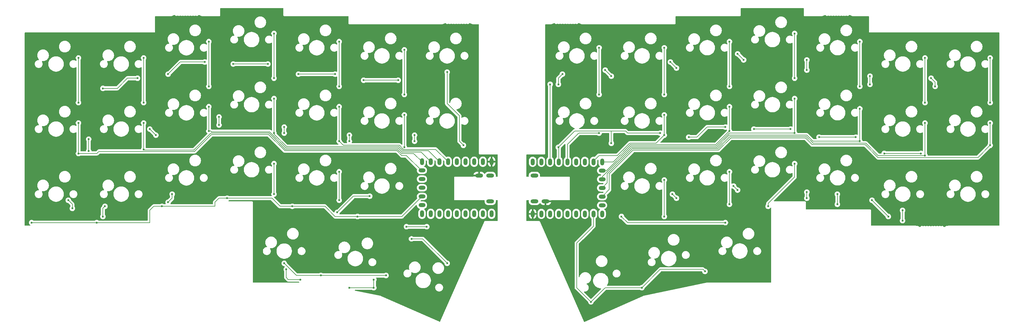
<source format=gtl>
%TF.GenerationSoftware,KiCad,Pcbnew,9.0.0*%
%TF.CreationDate,2025-03-23T14:50:21-06:00*%
%TF.ProjectId,travyboard,74726176-7962-46f6-9172-642e6b696361,rev?*%
%TF.SameCoordinates,Original*%
%TF.FileFunction,Copper,L1,Top*%
%TF.FilePolarity,Positive*%
%FSLAX46Y46*%
G04 Gerber Fmt 4.6, Leading zero omitted, Abs format (unit mm)*
G04 Created by KiCad (PCBNEW 9.0.0) date 2025-03-23 14:50:21*
%MOMM*%
%LPD*%
G01*
G04 APERTURE LIST*
%TA.AperFunction,ComponentPad*%
%ADD10O,1.200000X2.000000*%
%TD*%
%TA.AperFunction,ComponentPad*%
%ADD11O,2.000000X1.200000*%
%TD*%
%TA.AperFunction,ComponentPad*%
%ADD12O,2.300000X1.150000*%
%TD*%
%TA.AperFunction,ViaPad*%
%ADD13C,0.600000*%
%TD*%
%TA.AperFunction,Conductor*%
%ADD14C,0.200000*%
%TD*%
G04 APERTURE END LIST*
D10*
%TO.P,U2,0,0*%
%TO.N,unconnected-(U2-Pad0)*%
X181982633Y-64337830D03*
%TO.P,U2,1,1*%
%TO.N,/Right Half/RX*%
X184522633Y-64337830D03*
%TO.P,U2,2,2*%
%TO.N,/Right Half/ROW_0*%
X187062633Y-64337830D03*
%TO.P,U2,3,3*%
%TO.N,/Right Half/ROW_1*%
X189602633Y-64337830D03*
%TO.P,U2,3v3,3v3*%
%TO.N,unconnected-(U2-Pad3v3)*%
X187062633Y-79577830D03*
%TO.P,U2,4,4*%
%TO.N,/Right Half/COL_0*%
X192142633Y-64337830D03*
%TO.P,U2,5,5*%
%TO.N,unconnected-(U2-Pad5)*%
X194682633Y-64337830D03*
%TO.P,U2,5v,5v*%
%TO.N,+5V*%
X181982633Y-79577830D03*
%TO.P,U2,6,6*%
%TO.N,unconnected-(U2-Pad6)*%
X197222633Y-64337830D03*
%TO.P,U2,7,7*%
%TO.N,/Right Half/COL_1*%
X199762633Y-64337830D03*
%TO.P,U2,8,8*%
%TO.N,/Right Half/COL_2*%
X202302633Y-64337830D03*
D11*
%TO.P,U2,9,9*%
%TO.N,/Right Half/COL_3*%
X202302633Y-66877830D03*
%TO.P,U2,10,10*%
%TO.N,/Right Half/COL_4*%
X202302633Y-69417830D03*
%TO.P,U2,11,11*%
%TO.N,/Right Half/COL_5*%
X202302633Y-71957830D03*
%TO.P,U2,12,12*%
%TO.N,/Right Half/COL_6*%
X202302633Y-74497830D03*
%TO.P,U2,13,13*%
%TO.N,/Right Half/ROW_2*%
X202302633Y-77037830D03*
D10*
%TO.P,U2,14,14*%
%TO.N,/Right Half/LED_GPIO*%
X202302633Y-79577830D03*
%TO.P,U2,15,15*%
%TO.N,/Right Half/ROW_3*%
X199762633Y-79577830D03*
%TO.P,U2,26,26*%
%TO.N,unconnected-(U2-Pad26)*%
X197222633Y-79577830D03*
%TO.P,U2,27,27*%
%TO.N,unconnected-(U2-Pad27)*%
X194682633Y-79577830D03*
%TO.P,U2,28,28*%
%TO.N,unconnected-(U2-Pad28)*%
X192142633Y-79577830D03*
%TO.P,U2,29,29*%
%TO.N,unconnected-(U2-Pad29)*%
X189602633Y-79577830D03*
%TO.P,U2,GND,GND*%
%TO.N,GND*%
X184522633Y-79577830D03*
%TD*%
%TO.P,U1,0,0*%
%TO.N,/Left Half/TX*%
X169966490Y-79548026D03*
%TO.P,U1,1,1*%
%TO.N,unconnected-(U1-Pad1)*%
X167426490Y-79548026D03*
%TO.P,U1,2,2*%
%TO.N,unconnected-(U1-Pad2)*%
X164886490Y-79548026D03*
%TO.P,U1,3,3*%
%TO.N,unconnected-(U1-Pad3)*%
X162346490Y-79548026D03*
%TO.P,U1,3v3,3v3*%
%TO.N,unconnected-(U1-Pad3v3)*%
X164886490Y-64308026D03*
%TO.P,U1,4,4*%
%TO.N,unconnected-(U1-Pad4)*%
X159806490Y-79548026D03*
%TO.P,U1,5,5*%
%TO.N,unconnected-(U1-Pad5)*%
X157266490Y-79548026D03*
%TO.P,U1,5v,5v*%
%TO.N,+5V*%
X169966490Y-64308026D03*
%TO.P,U1,6,6*%
%TO.N,unconnected-(U1-Pad6)*%
X154726490Y-79548026D03*
%TO.P,U1,7,7*%
%TO.N,unconnected-(U1-Pad7)*%
X152186490Y-79548026D03*
%TO.P,U1,8,8*%
%TO.N,/Left Half/LED_GPIO*%
X149646490Y-79548026D03*
D11*
%TO.P,U1,9,9*%
%TO.N,/Left Half/ROW_3*%
X149646490Y-77008026D03*
%TO.P,U1,10,10*%
%TO.N,/Left Half/ROW_2*%
X149646490Y-74468026D03*
%TO.P,U1,11,11*%
%TO.N,/Left Half/ROW_1*%
X149646490Y-71928026D03*
%TO.P,U1,12,12*%
%TO.N,/Left Half/COL_5*%
X149646490Y-69388026D03*
%TO.P,U1,13,13*%
%TO.N,/Left Half/COL_0*%
X149646490Y-66848026D03*
D10*
%TO.P,U1,14,14*%
%TO.N,/Left Half/COL_1*%
X149646490Y-64308026D03*
%TO.P,U1,15,15*%
%TO.N,/Left Half/COL_2*%
X152186490Y-64308026D03*
%TO.P,U1,26,26*%
%TO.N,/Left Half/COL_3*%
X154726490Y-64308026D03*
%TO.P,U1,27,27*%
%TO.N,/Left Half/COL_4*%
X157266490Y-64308026D03*
%TO.P,U1,28,28*%
%TO.N,/Left Half/ROW_0*%
X159806490Y-64308026D03*
%TO.P,U1,29,29*%
%TO.N,/Left Half/COL_6*%
X162346490Y-64308026D03*
%TO.P,U1,GND,GND*%
%TO.N,GND*%
X167426490Y-64308026D03*
%TD*%
D12*
%TO.P,J1,1*%
%TO.N,GND*%
X169588734Y-75921823D03*
%TO.P,J1,3*%
%TO.N,+5V*%
X166338734Y-68321823D03*
%TO.P,J1,5*%
%TO.N,GND*%
X169588734Y-68321823D03*
%TD*%
%TO.P,J2,1*%
%TO.N,GND*%
X182518710Y-68322298D03*
%TO.P,J2,3*%
%TO.N,+5V*%
X185768710Y-75922298D03*
%TO.P,J2,5*%
%TO.N,GND*%
X182518710Y-75922298D03*
%TD*%
D13*
%TO.N,/Left Half/COL_1*%
X68302201Y-52956158D03*
X68302201Y-33906142D03*
X68302201Y-47003028D03*
X68302201Y-60695227D03*
%TO.N,/Left Half/COL_2*%
X87352217Y-55337410D03*
X87352217Y-48193654D03*
X87352217Y-29143638D03*
X87352217Y-42240524D03*
%TO.N,/Left Half/COL_3*%
X106402233Y-55932723D03*
X106402233Y-39859272D03*
X106402233Y-26762386D03*
X106402233Y-73792113D03*
X106402233Y-64862418D03*
X106402233Y-45812402D03*
%TO.N,/Left Half/COL_4*%
X125452249Y-67243670D03*
X125452249Y-75578052D03*
X125452249Y-42240524D03*
X125452249Y-29143638D03*
X125452249Y-58313975D03*
X125452249Y-48193654D03*
%TO.N,/Left Half/COL_5*%
X146589065Y-86888948D03*
X144502265Y-50574906D03*
X144502265Y-31524890D03*
X157003734Y-94032698D03*
X144502265Y-60099914D03*
X144502265Y-44621776D03*
%TO.N,/Right Half/COL_1*%
X220465036Y-56528068D03*
X220465036Y-44621808D03*
X220465036Y-50574938D03*
X220465036Y-30929609D03*
X220465036Y-80340588D03*
X220465036Y-69624954D03*
%TO.N,/Right Half/COL_2*%
X239515052Y-42240556D03*
X239515052Y-29143670D03*
X239515052Y-67243702D03*
X239515052Y-76768710D03*
X239515052Y-55337442D03*
X239515052Y-48193686D03*
%TO.N,/Right Half/COL_3*%
X258565068Y-26762418D03*
X258565068Y-55932755D03*
X258565068Y-39859304D03*
X258565068Y-45812434D03*
X250825999Y-77364023D03*
X258565068Y-64862450D03*
%TO.N,/Right Half/COL_4*%
X277615084Y-58314007D03*
X277615084Y-42240556D03*
X277615084Y-29143670D03*
X277615084Y-48788999D03*
%TO.N,/Right Half/COL_5*%
X296665100Y-52956190D03*
X296665100Y-62481198D03*
X296665100Y-47003060D03*
X296665100Y-33906174D03*
%TO.N,/Right Half/COL_6*%
X315715116Y-52956190D03*
X315715116Y-33906174D03*
X315715116Y-47003060D03*
X315715116Y-59504633D03*
%TO.N,/Left Half/ROW_0*%
X142716326Y-40454585D03*
X124261623Y-38668646D03*
X75445957Y-38668646D03*
X86161591Y-35096768D03*
X113545989Y-38668646D03*
X104616294Y-35692081D03*
X132596005Y-40454585D03*
X94495973Y-35692081D03*
X66516262Y-39859272D03*
X56395941Y-42835837D03*
%TO.N,/Left Half/ROW_2*%
X92710034Y-74982739D03*
X111760050Y-77363991D03*
X35559986Y-82126495D03*
X130810066Y-80340556D03*
X73660018Y-77363991D03*
X54610002Y-82126495D03*
%TO.N,/Left Half/ROW_1*%
X128428814Y-58313975D03*
X52228750Y-61170694D03*
X109378798Y-55932723D03*
X70088140Y-54742097D03*
X71874079Y-56528036D03*
X147478830Y-58313975D03*
X90328782Y-53551471D03*
X128428814Y-56528036D03*
X52228750Y-57718662D03*
X90328782Y-51170219D03*
X109378798Y-54146784D03*
X147478830Y-56528036D03*
%TO.N,/Left Half/ROW_3*%
X139144359Y-97604573D03*
X109378734Y-94032698D03*
X120094359Y-97604573D03*
%TO.N,GND*%
X290116657Y-78554649D03*
X271066641Y-73792145D03*
X135572484Y-98795198D03*
X75445957Y-76173365D03*
X145097484Y-83317073D03*
X56991254Y-77363991D03*
X56395941Y-80340556D03*
X128428734Y-101176448D03*
X290116657Y-81531214D03*
X151050609Y-83317073D03*
X271066641Y-76768710D03*
X135572484Y-101176448D03*
X76636583Y-73792113D03*
%TO.N,+5V*%
X254993190Y-70220267D03*
X104020981Y-72006174D03*
X254993190Y-32120235D03*
X65920949Y-58909288D03*
X199033768Y-57718694D03*
X237133800Y-55337442D03*
X243086930Y-95223413D03*
X204391585Y-102962482D03*
X274043206Y-34501487D03*
X131405379Y-95818694D03*
X42703742Y-78554617D03*
X101639729Y-50574906D03*
X216893158Y-74982771D03*
X43299055Y-41049898D03*
X235943174Y-34501487D03*
X149860082Y-102367137D03*
X120689745Y-52956158D03*
X42703742Y-59504601D03*
X294283848Y-60099946D03*
X293093222Y-77364023D03*
X142121013Y-38073333D03*
X235943174Y-72601519D03*
X216893158Y-36882739D03*
X274043206Y-72601519D03*
X111164737Y-93437442D03*
X158789777Y-55337410D03*
X312143238Y-39263991D03*
X139739761Y-55337410D03*
X66516262Y-78554617D03*
X123666310Y-74387426D03*
X82589713Y-52956158D03*
X65920949Y-41049898D03*
X139739761Y-74387426D03*
X159722176Y-36545621D03*
X275233832Y-55337442D03*
X312143238Y-77364023D03*
X313333864Y-60099946D03*
X84970965Y-73792113D03*
X104020981Y-33310829D03*
X123070997Y-35692081D03*
X256183816Y-52956190D03*
X84970965Y-36287394D03*
X293093222Y-39263991D03*
X223441601Y-97009352D03*
X197843142Y-36882739D03*
X218083784Y-57718694D03*
%TO.N,/Right Half/ROW_1*%
X189508760Y-60099946D03*
X284758840Y-61885885D03*
X295474474Y-61885885D03*
X238324426Y-54146816D03*
X204986898Y-58909320D03*
X276424458Y-57123381D03*
X246658808Y-54742129D03*
X227608792Y-57123381D03*
X265708824Y-57123381D03*
X219274410Y-55932755D03*
X257374442Y-54742129D03*
%TO.N,/Right Half/ROW_0*%
X243682243Y-34501487D03*
X241896304Y-32715548D03*
X204986898Y-39263991D03*
X262136946Y-37478052D03*
X280591649Y-39263991D03*
X298451039Y-39859304D03*
X280591649Y-41645243D03*
X299641665Y-42240556D03*
X203200959Y-37478052D03*
X222250975Y-35096800D03*
X262136946Y-34501487D03*
X224036914Y-36882739D03*
X187127508Y-41645243D03*
%TO.N,/Right Half/ROW_2*%
X240705678Y-71410893D03*
X224036914Y-74982771D03*
X222846288Y-73792145D03*
X285949466Y-80340588D03*
X262136946Y-74982771D03*
X241896304Y-72601519D03*
X262136946Y-73196832D03*
X281186962Y-75578084D03*
%TO.N,/Right Half/ROW_3*%
X199033768Y-105343734D03*
X213916593Y-101176543D03*
X232371296Y-96414039D03*
%TO.N,/Left Half/COL_0*%
X49252185Y-52956158D03*
X49252185Y-61885853D03*
X49252185Y-47003028D03*
X49252185Y-33906142D03*
%TO.N,Net-(D47-DOUT)*%
X134381944Y-74387426D03*
X124856936Y-79149930D03*
%TO.N,Net-(D53-DOUT)*%
X46275620Y-75578052D03*
X47466246Y-77959304D03*
%TO.N,Net-(D60-DOUT)*%
X157003734Y-38073323D03*
X161766234Y-59504573D03*
%TO.N,Net-(D46-DOUT)*%
X114141234Y-98795198D03*
X109974047Y-95818635D03*
%TO.N,Net-(D72-DIN)*%
X189508760Y-41645243D03*
X190699386Y-38668678D03*
%TO.N,Net-(D80-DOUT)*%
X207963463Y-80340588D03*
X238324426Y-82126527D03*
%TO.N,/Right Half/COL_0*%
X201415020Y-30929609D03*
X201415020Y-55937442D03*
X201415020Y-44621808D03*
%TD*%
D14*
%TO.N,/Left Half/COL_1*%
X68302201Y-60695227D02*
X68502201Y-60895227D01*
X68502201Y-60895227D02*
X82985026Y-60895227D01*
X142558709Y-60707601D02*
X143755022Y-61903914D01*
X68302201Y-52956158D02*
X68302201Y-60695227D01*
X147242378Y-61903914D02*
X149646490Y-64308026D01*
X68302201Y-33906142D02*
X68302201Y-47003028D01*
X104985190Y-55932723D02*
X109760068Y-60707601D01*
X82985026Y-60895227D02*
X87947530Y-55932723D01*
X143755022Y-61903914D02*
X147242378Y-61903914D01*
X87947530Y-55932723D02*
X104985190Y-55932723D01*
X109760068Y-60707601D02*
X142558709Y-60707601D01*
%TO.N,/Left Half/COL_2*%
X87919317Y-55337410D02*
X88113630Y-55531723D01*
X109926168Y-60306601D02*
X142724809Y-60306601D01*
X87352217Y-29143638D02*
X87352217Y-42240524D01*
X143921122Y-61502914D02*
X149381378Y-61502914D01*
X142724809Y-60306601D02*
X143921122Y-61502914D01*
X149381378Y-61502914D02*
X152186490Y-64308026D01*
X87352217Y-48193654D02*
X87352217Y-55337410D01*
X87352217Y-55337410D02*
X87919317Y-55337410D01*
X88113630Y-55531723D02*
X105151290Y-55531723D01*
X105151290Y-55531723D02*
X109926168Y-60306601D01*
%TO.N,/Left Half/COL_3*%
X106402233Y-56215566D02*
X110092268Y-59905601D01*
X106402233Y-55932723D02*
X106402233Y-56215566D01*
X144087222Y-61101914D02*
X151520378Y-61101914D01*
X106402233Y-64862418D02*
X106402233Y-73792113D01*
X106402233Y-45812402D02*
X106402233Y-55932723D01*
X142890909Y-59905601D02*
X144087222Y-61101914D01*
X151520378Y-61101914D02*
X154726490Y-64308026D01*
X106402233Y-26762386D02*
X106402233Y-39859272D01*
X110092268Y-59905601D02*
X142890909Y-59905601D01*
%TO.N,/Left Half/COL_4*%
X143057009Y-59504601D02*
X144253322Y-60700914D01*
X125452249Y-67243670D02*
X125452249Y-75578052D01*
X144253322Y-60700914D02*
X153659378Y-60700914D01*
X153659378Y-60700914D02*
X157266490Y-64308026D01*
X125452249Y-58313975D02*
X126642875Y-59504601D01*
X125452249Y-29143638D02*
X125452249Y-42240524D01*
X126642875Y-59504601D02*
X143057009Y-59504601D01*
X125452249Y-48193654D02*
X125452249Y-58313975D01*
%TO.N,/Left Half/COL_5*%
X146589065Y-86888948D02*
X149859984Y-86888948D01*
X149859984Y-86888948D02*
X157003734Y-94032698D01*
X144502265Y-31524890D02*
X144502265Y-44621776D01*
X144502265Y-50574906D02*
X144502265Y-60099914D01*
%TO.N,/Right Half/COL_1*%
X218083784Y-58909320D02*
X210344715Y-58909320D01*
X220465036Y-30929609D02*
X220465036Y-44621808D01*
X201415020Y-62481198D02*
X199762633Y-64133585D01*
X220465036Y-50574938D02*
X220465036Y-56528068D01*
X199762633Y-64133585D02*
X199762633Y-64337830D01*
X210344715Y-58909320D02*
X206772837Y-62481198D01*
X206772837Y-62481198D02*
X201415020Y-62481198D01*
X220465036Y-69624954D02*
X220465036Y-80340588D01*
X220465036Y-56528068D02*
X218083784Y-58909320D01*
%TO.N,/Right Half/COL_2*%
X235542174Y-59310320D02*
X210539028Y-59310320D01*
X239515052Y-48193686D02*
X239515052Y-55337442D01*
X210539028Y-59310320D02*
X205511518Y-64337830D01*
X205511518Y-64337830D02*
X202302633Y-64337830D01*
X239515052Y-29143670D02*
X239515052Y-42240556D01*
X239515052Y-67243702D02*
X239515052Y-76768710D01*
X239515052Y-55337442D02*
X235542174Y-59310320D01*
%TO.N,/Right Half/COL_3*%
X239481152Y-55938442D02*
X239763995Y-55938442D01*
X203566831Y-66877830D02*
X210733341Y-59711320D01*
X258565068Y-64862450D02*
X258565068Y-68774762D01*
X239769682Y-55932755D02*
X258565068Y-55932755D01*
X258565068Y-26762418D02*
X258565068Y-39859304D01*
X202302633Y-66877830D02*
X203566831Y-66877830D01*
X258565068Y-45812434D02*
X258565068Y-55932755D01*
X235708274Y-59711320D02*
X239481152Y-55938442D01*
X250825999Y-76513831D02*
X250825999Y-77364023D01*
X258565068Y-68774762D02*
X250825999Y-76513831D01*
X210733341Y-59711320D02*
X235708274Y-59711320D01*
X239763995Y-55938442D02*
X239769682Y-55932755D01*
%TO.N,/Right Half/COL_4*%
X276083774Y-58314007D02*
X276080477Y-58310709D01*
X277615084Y-48788999D02*
X277615084Y-58314007D01*
X263922885Y-58314007D02*
X262142633Y-56533755D01*
X210899441Y-60112320D02*
X202302633Y-68709128D01*
X262142633Y-56533755D02*
X239452939Y-56533755D01*
X276077178Y-58314007D02*
X263922885Y-58314007D01*
X277615084Y-29143670D02*
X277615084Y-42240556D01*
X277615084Y-58314007D02*
X276083774Y-58314007D01*
X235874374Y-60112320D02*
X210899441Y-60112320D01*
X202302633Y-68709128D02*
X202302633Y-69417830D01*
X239452939Y-56533755D02*
X235874374Y-60112320D01*
X276080477Y-58310709D02*
X276077178Y-58314007D01*
%TO.N,/Right Half/COL_5*%
X261976533Y-56934755D02*
X263951098Y-58909320D01*
X282978588Y-62486885D02*
X296659413Y-62486885D01*
X296659413Y-62486885D02*
X296665100Y-62481198D01*
X203796272Y-70464191D02*
X203796272Y-67839015D01*
X239703678Y-56934755D02*
X261976533Y-56934755D01*
X263951098Y-58909320D02*
X277360454Y-58909320D01*
X277366141Y-58915007D02*
X277864027Y-58915007D01*
X236125113Y-60513320D02*
X239703678Y-56934755D01*
X211121967Y-60513320D02*
X236125113Y-60513320D01*
X277864027Y-58915007D02*
X277869714Y-58909320D01*
X277869714Y-58909320D02*
X279401023Y-58909320D01*
X203796272Y-67839015D02*
X211121967Y-60513320D01*
X296665100Y-33906174D02*
X296665100Y-47003060D01*
X296665100Y-52956190D02*
X296665100Y-62481198D01*
X277360454Y-58909320D02*
X277366141Y-58915007D01*
X279401023Y-58909320D02*
X282978588Y-62486885D01*
X202302633Y-71957830D02*
X203796272Y-70464191D01*
%TO.N,/Right Half/COL_6*%
X312137551Y-63082198D02*
X315715116Y-59504633D01*
X279212397Y-59316007D02*
X282978588Y-63082198D01*
X282978588Y-63082198D02*
X312137551Y-63082198D01*
X211316280Y-60914320D02*
X236319426Y-60914320D01*
X261754007Y-57335755D02*
X263734259Y-59316007D01*
X204391585Y-67839015D02*
X211316280Y-60914320D01*
X236319426Y-60914320D02*
X239897991Y-57335755D01*
X204391585Y-72408878D02*
X204391585Y-67839015D01*
X315715116Y-52956190D02*
X315715116Y-59504633D01*
X239897991Y-57335755D02*
X261754007Y-57335755D01*
X202302633Y-74497830D02*
X204391585Y-72408878D01*
X263734259Y-59316007D02*
X279212397Y-59316007D01*
X315715116Y-33906174D02*
X315715116Y-47003060D01*
%TO.N,/Left Half/ROW_0*%
X79017835Y-35096768D02*
X86161591Y-35096768D01*
X113545989Y-38668646D02*
X124261623Y-38668646D01*
X94495973Y-35692081D02*
X104616294Y-35692081D01*
X60563132Y-42835837D02*
X63539697Y-39859272D01*
X56395941Y-42835837D02*
X60563132Y-42835837D01*
X63539697Y-39859272D02*
X66516262Y-39859272D01*
X132596005Y-40454585D02*
X142716326Y-40454585D01*
X75445957Y-38668646D02*
X79017835Y-35096768D01*
%TO.N,/Left Half/ROW_2*%
X105806920Y-74982739D02*
X108188172Y-77363991D01*
X70088140Y-82126495D02*
X70088140Y-78554617D01*
X90328782Y-74982739D02*
X92710034Y-74982739D01*
X70088140Y-78554617D02*
X71278766Y-77363991D01*
X73660018Y-77363991D02*
X89138156Y-77363991D01*
X92710034Y-74982739D02*
X105806920Y-74982739D01*
X121285058Y-77363991D02*
X124261623Y-80340556D01*
X124261623Y-80340556D02*
X130810066Y-80340556D01*
X108188172Y-77363991D02*
X111760050Y-77363991D01*
X89138156Y-76173365D02*
X90328782Y-74982739D01*
X89138156Y-77363991D02*
X89138156Y-76173365D01*
X54610002Y-82126495D02*
X70088140Y-82126495D01*
X71278766Y-77363991D02*
X73660018Y-77363991D01*
X130810066Y-80340556D02*
X143773960Y-80340556D01*
X35559986Y-82126495D02*
X54610002Y-82126495D01*
X143773960Y-80340556D02*
X149646490Y-74468026D01*
X111760050Y-77363991D02*
X121285058Y-77363991D01*
%TO.N,/Left Half/ROW_1*%
X90328782Y-51170219D02*
X90328782Y-53551471D01*
X71874079Y-56528036D02*
X70088140Y-54742097D01*
X109378798Y-54146784D02*
X109378798Y-55932723D01*
X52228750Y-57718662D02*
X52228750Y-61170694D01*
X147478830Y-56528036D02*
X147478830Y-58313975D01*
X128428814Y-56528036D02*
X128428814Y-58313975D01*
%TO.N,/Left Half/ROW_3*%
X120094359Y-97604573D02*
X112950609Y-97604573D01*
X112950609Y-97604573D02*
X109378734Y-94032698D01*
X120094359Y-97604573D02*
X139144359Y-97604573D01*
%TO.N,GND*%
X135572484Y-101176448D02*
X128428734Y-101176448D01*
X151050609Y-83317073D02*
X145097484Y-83317073D01*
X290116657Y-78554649D02*
X290116657Y-81531214D01*
X75445957Y-76173365D02*
X76636583Y-74982739D01*
X56395941Y-80340556D02*
X56395941Y-77959304D01*
X271066641Y-73792145D02*
X271066641Y-76768710D01*
X76636583Y-74982739D02*
X76636583Y-73792113D01*
X56395941Y-77959304D02*
X56991254Y-77363991D01*
X135572484Y-98795198D02*
X135572484Y-101176448D01*
%TO.N,/Right Half/ROW_1*%
X194271264Y-55337442D02*
X204986898Y-55337442D01*
X246658808Y-54742129D02*
X257374442Y-54742129D01*
X265708824Y-57123381D02*
X276424458Y-57123381D01*
X209154089Y-55337442D02*
X209749402Y-55932755D01*
X189602633Y-60193819D02*
X189602633Y-64337830D01*
X204986898Y-55337442D02*
X204986898Y-58909320D01*
X209749402Y-55932755D02*
X219274410Y-55932755D01*
X232966609Y-54146816D02*
X238324426Y-54146816D01*
X204986898Y-55337442D02*
X209154089Y-55337442D01*
X189508760Y-60099946D02*
X194271264Y-55337442D01*
X227608792Y-57123381D02*
X229990044Y-57123381D01*
X284758840Y-61885885D02*
X295474474Y-61885885D01*
X229990044Y-57123381D02*
X232966609Y-54146816D01*
X189508760Y-60099946D02*
X189602633Y-60193819D01*
%TO.N,/Right Half/ROW_0*%
X187062633Y-41710118D02*
X187127508Y-41645243D01*
X222250975Y-35096800D02*
X224036914Y-36882739D01*
X241896304Y-32715548D02*
X243682243Y-34501487D01*
X280591649Y-39263991D02*
X280591649Y-41645243D01*
X298451039Y-39859304D02*
X299641665Y-41049930D01*
X299641665Y-41049930D02*
X299641665Y-42240556D01*
X262136946Y-34501487D02*
X262136946Y-37478052D01*
X187062633Y-64337830D02*
X187062633Y-41710118D01*
X204986898Y-39263991D02*
X203200959Y-37478052D01*
%TO.N,/Right Half/ROW_2*%
X281186962Y-75578084D02*
X285949466Y-80340588D01*
X262136946Y-73196832D02*
X262136946Y-74982771D01*
X240705678Y-71410893D02*
X241896304Y-72601519D01*
X222846288Y-73792145D02*
X224036914Y-74982771D01*
%TO.N,/Right Half/ROW_3*%
X199033768Y-105343734D02*
X203200959Y-101176543D01*
X219274410Y-95818726D02*
X213916593Y-101176543D01*
X199762633Y-83183601D02*
X199762633Y-79577830D01*
X232371296Y-96414039D02*
X231775983Y-95818726D01*
X194866577Y-88079657D02*
X199762633Y-83183601D01*
X194866577Y-101176543D02*
X194866577Y-88079657D01*
X231775983Y-95818726D02*
X219274410Y-95818726D01*
X199033768Y-105343734D02*
X194866577Y-101176543D01*
X203200959Y-101176543D02*
X213916593Y-101176543D01*
%TO.N,/Left Half/COL_0*%
X49252185Y-33906142D02*
X49252185Y-47003028D01*
X88113630Y-56333723D02*
X104819090Y-56333723D01*
X55205315Y-61290540D02*
X68047571Y-61290540D01*
X109593968Y-61108601D02*
X142392609Y-61108601D01*
X142392609Y-61108601D02*
X143765174Y-62481166D01*
X143765174Y-62481166D02*
X145097578Y-62481166D01*
X49252185Y-61885853D02*
X54610002Y-61885853D01*
X68053258Y-61296227D02*
X83151126Y-61296227D01*
X145097578Y-62481166D02*
X149464438Y-66848026D01*
X104819090Y-56333723D02*
X109593968Y-61108601D01*
X49252185Y-52956158D02*
X49252185Y-61885853D01*
X83151126Y-61296227D02*
X88113630Y-56333723D01*
X149464438Y-66848026D02*
X149646490Y-66848026D01*
X54610002Y-61885853D02*
X55205315Y-61290540D01*
X68047571Y-61290540D02*
X68053258Y-61296227D01*
%TO.N,Net-(D47-DOUT)*%
X124856936Y-79149930D02*
X129619440Y-74387426D01*
X129619440Y-74387426D02*
X134381944Y-74387426D01*
%TO.N,Net-(D53-DOUT)*%
X47466246Y-77959304D02*
X47466246Y-76768678D01*
X47466246Y-76768678D02*
X46275620Y-75578052D01*
%TO.N,Net-(D60-DOUT)*%
X160575609Y-50859427D02*
X157003734Y-47287552D01*
X161766234Y-59504573D02*
X160575609Y-58313948D01*
X160575609Y-58313948D02*
X160575609Y-50859427D01*
X157003734Y-47287552D02*
X157003734Y-38073323D01*
%TO.N,Net-(D46-DOUT)*%
X109974047Y-98199886D02*
X109974047Y-95818635D01*
X114141234Y-98795198D02*
X110569359Y-98795198D01*
X110569359Y-98795198D02*
X109974047Y-98199886D01*
%TO.N,Net-(D72-DIN)*%
X189508760Y-39859304D02*
X190699386Y-38668678D01*
X189508760Y-41645243D02*
X189508760Y-39859304D01*
%TO.N,Net-(D80-DOUT)*%
X238324426Y-82126527D02*
X209749402Y-82126527D01*
X209749402Y-82126527D02*
X207963463Y-80340588D01*
%TO.N,/Right Half/COL_0*%
X192142633Y-59252012D02*
X195457204Y-55937442D01*
X192142633Y-59252012D02*
X192142633Y-64337830D01*
X201415020Y-30929609D02*
X201415020Y-44621808D01*
X201415020Y-55937442D02*
X195457204Y-55937442D01*
%TD*%
%TA.AperFunction,Conductor*%
%TO.N,+5V*%
G36*
X109081876Y-19343540D02*
G01*
X109127631Y-19396344D01*
X109138837Y-19447855D01*
X109138837Y-21365043D01*
X109138837Y-21444167D01*
X109148556Y-21480437D01*
X109159316Y-21520595D01*
X109159319Y-21520600D01*
X109198872Y-21589109D01*
X109198876Y-21589114D01*
X109198877Y-21589116D01*
X109254826Y-21645065D01*
X109254828Y-21645066D01*
X109254832Y-21645069D01*
X109293227Y-21667236D01*
X109323348Y-21684626D01*
X109399775Y-21705105D01*
X128064837Y-21705105D01*
X128131876Y-21724790D01*
X128177631Y-21777594D01*
X128188837Y-21829105D01*
X128188837Y-23737570D01*
X128188757Y-23738793D01*
X128188757Y-23746295D01*
X128188757Y-23825419D01*
X128198501Y-23861782D01*
X128209236Y-23901847D01*
X128209239Y-23901852D01*
X128248792Y-23970361D01*
X128248796Y-23970366D01*
X128248797Y-23970368D01*
X128304746Y-24026317D01*
X128304748Y-24026318D01*
X128304752Y-24026321D01*
X128373261Y-24065874D01*
X128373264Y-24065876D01*
X128373268Y-24065878D01*
X128449695Y-24086357D01*
X155080355Y-24086362D01*
X155080358Y-24086360D01*
X155088408Y-24086361D01*
X155088575Y-24086351D01*
X155203891Y-24086351D01*
X155203898Y-24086351D01*
X155527902Y-24048480D01*
X155527911Y-24048477D01*
X155527917Y-24048477D01*
X155783943Y-23987796D01*
X155845318Y-23973251D01*
X156151854Y-23861680D01*
X156443365Y-23715277D01*
X156447830Y-23712339D01*
X156514657Y-23691945D01*
X156581902Y-23710917D01*
X156623360Y-23753937D01*
X156680304Y-23852566D01*
X156764180Y-23936442D01*
X156866907Y-23995752D01*
X156981484Y-24026453D01*
X156981487Y-24026453D01*
X157100099Y-24026453D01*
X157100102Y-24026453D01*
X157214679Y-23995752D01*
X157317406Y-23936442D01*
X157328112Y-23925736D01*
X157389435Y-23892251D01*
X157459127Y-23897235D01*
X157503474Y-23925736D01*
X157514180Y-23936442D01*
X157616907Y-23995752D01*
X157731484Y-24026453D01*
X157731487Y-24026453D01*
X157850099Y-24026453D01*
X157850102Y-24026453D01*
X157964679Y-23995752D01*
X158067406Y-23936442D01*
X158078112Y-23925736D01*
X158139435Y-23892251D01*
X158209127Y-23897235D01*
X158253474Y-23925736D01*
X158264180Y-23936442D01*
X158366907Y-23995752D01*
X158481484Y-24026453D01*
X158481487Y-24026453D01*
X158600099Y-24026453D01*
X158600102Y-24026453D01*
X158714679Y-23995752D01*
X158817406Y-23936442D01*
X158823112Y-23930736D01*
X158884435Y-23897251D01*
X158954127Y-23902235D01*
X158998474Y-23930736D01*
X159004180Y-23936442D01*
X159106907Y-23995752D01*
X159221484Y-24026453D01*
X159221487Y-24026453D01*
X159340099Y-24026453D01*
X159340102Y-24026453D01*
X159454679Y-23995752D01*
X159557406Y-23936442D01*
X159573112Y-23920736D01*
X159634435Y-23887251D01*
X159704127Y-23892235D01*
X159748474Y-23920736D01*
X159764180Y-23936442D01*
X159866907Y-23995752D01*
X159981484Y-24026453D01*
X159981487Y-24026453D01*
X160100099Y-24026453D01*
X160100102Y-24026453D01*
X160214679Y-23995752D01*
X160317406Y-23936442D01*
X160328112Y-23925736D01*
X160389435Y-23892251D01*
X160459127Y-23897235D01*
X160503474Y-23925736D01*
X160514180Y-23936442D01*
X160616907Y-23995752D01*
X160731484Y-24026453D01*
X160731487Y-24026453D01*
X160850099Y-24026453D01*
X160850102Y-24026453D01*
X160964679Y-23995752D01*
X161067406Y-23936442D01*
X161083112Y-23920736D01*
X161144435Y-23887251D01*
X161214127Y-23892235D01*
X161258474Y-23920736D01*
X161274180Y-23936442D01*
X161376907Y-23995752D01*
X161491484Y-24026453D01*
X161491487Y-24026453D01*
X161610099Y-24026453D01*
X161610102Y-24026453D01*
X161724679Y-23995752D01*
X161827406Y-23936442D01*
X161828112Y-23935736D01*
X161828851Y-23935332D01*
X161833852Y-23931495D01*
X161834450Y-23932274D01*
X161889435Y-23902251D01*
X161959127Y-23907235D01*
X161997450Y-23931864D01*
X161997734Y-23931495D01*
X162002161Y-23934892D01*
X162003474Y-23935736D01*
X162004180Y-23936442D01*
X162106907Y-23995752D01*
X162221484Y-24026453D01*
X162221487Y-24026453D01*
X162340099Y-24026453D01*
X162340102Y-24026453D01*
X162454679Y-23995752D01*
X162557406Y-23936442D01*
X162573112Y-23920736D01*
X162634435Y-23887251D01*
X162704127Y-23892235D01*
X162748474Y-23920736D01*
X162764180Y-23936442D01*
X162866907Y-23995752D01*
X162981484Y-24026453D01*
X162981487Y-24026453D01*
X163100099Y-24026453D01*
X163100102Y-24026453D01*
X163214679Y-23995752D01*
X163317406Y-23936442D01*
X163401282Y-23852566D01*
X163458221Y-23753944D01*
X163508787Y-23705731D01*
X163577394Y-23692507D01*
X163633749Y-23712347D01*
X163635823Y-23713711D01*
X163638216Y-23715286D01*
X163929704Y-23861676D01*
X163929728Y-23861688D01*
X164236266Y-23973258D01*
X164553683Y-24048487D01*
X164877688Y-24086357D01*
X164877695Y-24086357D01*
X165106742Y-24086357D01*
X165106756Y-24086355D01*
X166164837Y-24086355D01*
X166231876Y-24106040D01*
X166277631Y-24158844D01*
X166288837Y-24210355D01*
X166288837Y-61846293D01*
X166288837Y-61925417D01*
X166299362Y-61964695D01*
X166309316Y-62001845D01*
X166309319Y-62001850D01*
X166348872Y-62070359D01*
X166348876Y-62070364D01*
X166348877Y-62070366D01*
X166404826Y-62126315D01*
X166404828Y-62126316D01*
X166404832Y-62126319D01*
X166473341Y-62165872D01*
X166473348Y-62165876D01*
X166549775Y-62186355D01*
X171674837Y-62186355D01*
X171741876Y-62206040D01*
X171787631Y-62258844D01*
X171798837Y-62310355D01*
X171798837Y-68547355D01*
X171779152Y-68614394D01*
X171726348Y-68660149D01*
X171674837Y-68671355D01*
X171342465Y-68671355D01*
X171275426Y-68651670D01*
X171229671Y-68598866D01*
X171219727Y-68529708D01*
X171219992Y-68527956D01*
X171239234Y-68406471D01*
X171239234Y-68237173D01*
X171212752Y-68069975D01*
X171178120Y-67963390D01*
X171160439Y-67908974D01*
X171160437Y-67908971D01*
X171160437Y-67908969D01*
X171116871Y-67823467D01*
X171083584Y-67758138D01*
X171017674Y-67667420D01*
X170984085Y-67621188D01*
X170984081Y-67621183D01*
X170864373Y-67501475D01*
X170864368Y-67501471D01*
X170727422Y-67401975D01*
X170727421Y-67401974D01*
X170727419Y-67401973D01*
X170680316Y-67377973D01*
X170576587Y-67325119D01*
X170415581Y-67272804D01*
X170248383Y-67246323D01*
X170248378Y-67246323D01*
X168929090Y-67246323D01*
X168929085Y-67246323D01*
X168761886Y-67272804D01*
X168600880Y-67325119D01*
X168450045Y-67401975D01*
X168313099Y-67501471D01*
X168313094Y-67501475D01*
X168193386Y-67621183D01*
X168193382Y-67621188D01*
X168093884Y-67758136D01*
X168073937Y-67797284D01*
X168025962Y-67848080D01*
X167958141Y-67864874D01*
X167892006Y-67842336D01*
X167852968Y-67797283D01*
X167833155Y-67758399D01*
X167733695Y-67621506D01*
X167733695Y-67621505D01*
X167614051Y-67501861D01*
X167477157Y-67402401D01*
X167326393Y-67325583D01*
X167165460Y-67273292D01*
X166998343Y-67246823D01*
X166588734Y-67246823D01*
X166588734Y-68071823D01*
X166088734Y-68071823D01*
X166088734Y-67246823D01*
X165679125Y-67246823D01*
X165512007Y-67273292D01*
X165351074Y-67325583D01*
X165200310Y-67402401D01*
X165063417Y-67501861D01*
X165063416Y-67501861D01*
X164943772Y-67621505D01*
X164943772Y-67621506D01*
X164844312Y-67758399D01*
X164767494Y-67909163D01*
X164715203Y-68070096D01*
X164714930Y-68071823D01*
X165639006Y-68071823D01*
X165547120Y-68109883D01*
X165476794Y-68180209D01*
X165438734Y-68272095D01*
X165438734Y-68371551D01*
X165476794Y-68463437D01*
X165547120Y-68533763D01*
X165639006Y-68571823D01*
X164714929Y-68571823D01*
X164700064Y-68589227D01*
X164699028Y-68597249D01*
X164654032Y-68650702D01*
X164587281Y-68671342D01*
X164585509Y-68671355D01*
X159388899Y-68671355D01*
X159309775Y-68671355D01*
X159271561Y-68681594D01*
X159233346Y-68691834D01*
X159233341Y-68691837D01*
X159164832Y-68731390D01*
X159164824Y-68731396D01*
X159108878Y-68787342D01*
X159108872Y-68787350D01*
X159069319Y-68855859D01*
X159069316Y-68855864D01*
X159063292Y-68878347D01*
X159048837Y-68932293D01*
X159048837Y-75232293D01*
X159048837Y-75311417D01*
X159057724Y-75344582D01*
X159069316Y-75387845D01*
X159069319Y-75387850D01*
X159108872Y-75456359D01*
X159108876Y-75456364D01*
X159108877Y-75456366D01*
X159164826Y-75512315D01*
X159164828Y-75512316D01*
X159164832Y-75512319D01*
X159174158Y-75517703D01*
X159233348Y-75551876D01*
X159309775Y-75572355D01*
X167834992Y-75572355D01*
X167902031Y-75592040D01*
X167947786Y-75644844D01*
X167957730Y-75714002D01*
X167957465Y-75715753D01*
X167938234Y-75837173D01*
X167938234Y-76006472D01*
X167964715Y-76173670D01*
X168017030Y-76334676D01*
X168056765Y-76412658D01*
X168087946Y-76473855D01*
X168093886Y-76485511D01*
X168193382Y-76622457D01*
X168193386Y-76622462D01*
X168313094Y-76742170D01*
X168313099Y-76742174D01*
X168371022Y-76784257D01*
X168450049Y-76841673D01*
X168532072Y-76883466D01*
X168600880Y-76918526D01*
X168600882Y-76918526D01*
X168600885Y-76918528D01*
X168687184Y-76946568D01*
X168761886Y-76970841D01*
X168929085Y-76997323D01*
X168929090Y-76997323D01*
X170248383Y-76997323D01*
X170415581Y-76970841D01*
X170415621Y-76970828D01*
X170576583Y-76918528D01*
X170727419Y-76841673D01*
X170864375Y-76742169D01*
X170984080Y-76622464D01*
X171083584Y-76485508D01*
X171160439Y-76334672D01*
X171212752Y-76173670D01*
X171217275Y-76145113D01*
X171239234Y-76006472D01*
X171239234Y-75837173D01*
X171220003Y-75715753D01*
X171228958Y-75646459D01*
X171273954Y-75593007D01*
X171340705Y-75572368D01*
X171342476Y-75572355D01*
X171674837Y-75572355D01*
X171741876Y-75592040D01*
X171787631Y-75644844D01*
X171798837Y-75696355D01*
X171798837Y-81503355D01*
X171779152Y-81570394D01*
X171726348Y-81616149D01*
X171674837Y-81627355D01*
X168145710Y-81627355D01*
X168129464Y-81624840D01*
X168106312Y-81627355D01*
X168083026Y-81627355D01*
X168083024Y-81627355D01*
X168083016Y-81627356D01*
X168076347Y-81629143D01*
X168057670Y-81632638D01*
X168050810Y-81633383D01*
X168050799Y-81633386D01*
X168035343Y-81639381D01*
X168035342Y-81639380D01*
X168029072Y-81641811D01*
X168006599Y-81647834D01*
X167992367Y-81656050D01*
X167983482Y-81659497D01*
X167983475Y-81659501D01*
X167977035Y-81661999D01*
X167977033Y-81662000D01*
X167963663Y-81671785D01*
X167952439Y-81679102D01*
X167938076Y-81687395D01*
X167933195Y-81692276D01*
X167926448Y-81699022D01*
X167913187Y-81708729D01*
X167898607Y-81726860D01*
X167893856Y-81731612D01*
X167893857Y-81731612D01*
X167882130Y-81743339D01*
X167879838Y-81747309D01*
X167873907Y-81757581D01*
X167863608Y-81770392D01*
X167854211Y-81791695D01*
X167850854Y-81797510D01*
X167842567Y-81811864D01*
X167840779Y-81818536D01*
X167834463Y-81836467D01*
X154931274Y-111091917D01*
X154886210Y-111145311D01*
X154819432Y-111165867D01*
X154767779Y-111155332D01*
X154745058Y-111145311D01*
X137733643Y-103642383D01*
X137705609Y-103628161D01*
X137697542Y-103626461D01*
X137690001Y-103623135D01*
X137689999Y-103623134D01*
X137662248Y-103618837D01*
X137655655Y-103617633D01*
X130085176Y-102022283D01*
X130023636Y-101989198D01*
X129989753Y-101928094D01*
X129994284Y-101858371D01*
X130035790Y-101802166D01*
X130101095Y-101777324D01*
X130110745Y-101776948D01*
X134992718Y-101776948D01*
X135059757Y-101796633D01*
X135061609Y-101797846D01*
X135193298Y-101885838D01*
X135193311Y-101885845D01*
X135295311Y-101928094D01*
X135338987Y-101946185D01*
X135493637Y-101976947D01*
X135493640Y-101976948D01*
X135493642Y-101976948D01*
X135651328Y-101976948D01*
X135651329Y-101976947D01*
X135805981Y-101946185D01*
X135918650Y-101899515D01*
X135951656Y-101885845D01*
X135951656Y-101885844D01*
X135951663Y-101885842D01*
X136082773Y-101798237D01*
X136194273Y-101686737D01*
X136281878Y-101555627D01*
X136342221Y-101409945D01*
X136372984Y-101255290D01*
X136372984Y-101097606D01*
X136372984Y-101097603D01*
X136372983Y-101097601D01*
X136361785Y-101041304D01*
X136342221Y-100942951D01*
X136325592Y-100902804D01*
X136281881Y-100797275D01*
X136281874Y-100797262D01*
X136193882Y-100665573D01*
X136173004Y-100598895D01*
X136172984Y-100596682D01*
X136172984Y-99374963D01*
X136192669Y-99307924D01*
X136193882Y-99306072D01*
X136218668Y-99268978D01*
X136281878Y-99174377D01*
X136342221Y-99028695D01*
X136362266Y-98927925D01*
X147774901Y-98927925D01*
X147774901Y-99222952D01*
X147798346Y-99401025D01*
X147813408Y-99515432D01*
X147873353Y-99739151D01*
X147889762Y-99800390D01*
X147889765Y-99800400D01*
X148002655Y-100072939D01*
X148002659Y-100072949D01*
X148150162Y-100328432D01*
X148329753Y-100562479D01*
X148329759Y-100562486D01*
X148538353Y-100771080D01*
X148538360Y-100771086D01*
X148772407Y-100950677D01*
X149027890Y-101098180D01*
X149027891Y-101098180D01*
X149027894Y-101098182D01*
X149238697Y-101185499D01*
X149256278Y-101192782D01*
X149300449Y-101211078D01*
X149585408Y-101287432D01*
X149877895Y-101325939D01*
X149877902Y-101325939D01*
X150172900Y-101325939D01*
X150172907Y-101325939D01*
X150465394Y-101287432D01*
X150750353Y-101211078D01*
X151022908Y-101098182D01*
X151121424Y-101041304D01*
X153520065Y-101041304D01*
X153520065Y-101222407D01*
X153548394Y-101401266D01*
X153604352Y-101573492D01*
X153604353Y-101573495D01*
X153686571Y-101734853D01*
X153793006Y-101881350D01*
X153793010Y-101881355D01*
X153921065Y-102009410D01*
X153921070Y-102009414D01*
X153958284Y-102036451D01*
X154067571Y-102115852D01*
X154173049Y-102169596D01*
X154228925Y-102198067D01*
X154228928Y-102198068D01*
X154312139Y-102225104D01*
X154401156Y-102254027D01*
X154483994Y-102267147D01*
X154580014Y-102282356D01*
X154580019Y-102282356D01*
X154761116Y-102282356D01*
X154847824Y-102268621D01*
X154939974Y-102254027D01*
X155112204Y-102198067D01*
X155273559Y-102115852D01*
X155420066Y-102009409D01*
X155548118Y-101881357D01*
X155654561Y-101734850D01*
X155736776Y-101573495D01*
X155792736Y-101401265D01*
X155807330Y-101309115D01*
X155821065Y-101222407D01*
X155821065Y-101041304D01*
X155797018Y-100889484D01*
X155792736Y-100862447D01*
X155764756Y-100776332D01*
X155736777Y-100690219D01*
X155736776Y-100690216D01*
X155708305Y-100634340D01*
X155654561Y-100528862D01*
X155636174Y-100503554D01*
X155548123Y-100382361D01*
X155548119Y-100382356D01*
X155420064Y-100254301D01*
X155420059Y-100254297D01*
X155273562Y-100147862D01*
X155273561Y-100147861D01*
X155273559Y-100147860D01*
X155221865Y-100121520D01*
X155112204Y-100065644D01*
X155112201Y-100065643D01*
X154939975Y-100009685D01*
X154761116Y-99981356D01*
X154761111Y-99981356D01*
X154580019Y-99981356D01*
X154580014Y-99981356D01*
X154401154Y-100009685D01*
X154228928Y-100065643D01*
X154228925Y-100065644D01*
X154067567Y-100147862D01*
X153921070Y-100254297D01*
X153921065Y-100254301D01*
X153793010Y-100382356D01*
X153793006Y-100382361D01*
X153686571Y-100528858D01*
X153604353Y-100690216D01*
X153604352Y-100690219D01*
X153548394Y-100862445D01*
X153520065Y-101041304D01*
X151121424Y-101041304D01*
X151278395Y-100950677D01*
X151512443Y-100771085D01*
X151721047Y-100562481D01*
X151900639Y-100328433D01*
X152048144Y-100072946D01*
X152161040Y-99800391D01*
X152237394Y-99515432D01*
X152275901Y-99222945D01*
X152275901Y-98927933D01*
X152237394Y-98635446D01*
X152161040Y-98350487D01*
X152048144Y-98077932D01*
X151997225Y-97989738D01*
X151900639Y-97822445D01*
X151721048Y-97588398D01*
X151721042Y-97588391D01*
X151512448Y-97379797D01*
X151512441Y-97379791D01*
X151278394Y-97200200D01*
X151022911Y-97052697D01*
X151022901Y-97052693D01*
X150750362Y-96939803D01*
X150750355Y-96939801D01*
X150750353Y-96939800D01*
X150465394Y-96863446D01*
X150416514Y-96857010D01*
X150172914Y-96824939D01*
X150172907Y-96824939D01*
X149877895Y-96824939D01*
X149877887Y-96824939D01*
X149599486Y-96861592D01*
X149585408Y-96863446D01*
X149342730Y-96928471D01*
X149300449Y-96939800D01*
X149300439Y-96939803D01*
X149027900Y-97052693D01*
X149027890Y-97052697D01*
X148772407Y-97200200D01*
X148538360Y-97379791D01*
X148538353Y-97379797D01*
X148329759Y-97588391D01*
X148329753Y-97588398D01*
X148150162Y-97822445D01*
X148002659Y-98077928D01*
X148002655Y-98077938D01*
X147889765Y-98350477D01*
X147889762Y-98350487D01*
X147831319Y-98568603D01*
X147813409Y-98635443D01*
X147813407Y-98635454D01*
X147774901Y-98927925D01*
X136362266Y-98927925D01*
X136367884Y-98899682D01*
X136367884Y-98899681D01*
X136372983Y-98874044D01*
X136372984Y-98874042D01*
X136372984Y-98716353D01*
X136372983Y-98716351D01*
X136365833Y-98680406D01*
X136342221Y-98561701D01*
X136289186Y-98433662D01*
X136281881Y-98416025D01*
X136281875Y-98416014D01*
X136269814Y-98397963D01*
X136248937Y-98331285D01*
X136267422Y-98263905D01*
X136319401Y-98217216D01*
X136372917Y-98205073D01*
X138564593Y-98205073D01*
X138631632Y-98224758D01*
X138633484Y-98225971D01*
X138765173Y-98313963D01*
X138765186Y-98313970D01*
X138910857Y-98374308D01*
X138910862Y-98374310D01*
X139029773Y-98397963D01*
X139065512Y-98405072D01*
X139065515Y-98405073D01*
X139065517Y-98405073D01*
X139223203Y-98405073D01*
X139223204Y-98405072D01*
X139377856Y-98374310D01*
X139523538Y-98313967D01*
X139654648Y-98226362D01*
X139766148Y-98114862D01*
X139853753Y-97983752D01*
X139914096Y-97838070D01*
X139944859Y-97683415D01*
X139944859Y-97525731D01*
X139944859Y-97525728D01*
X139944858Y-97525726D01*
X139931915Y-97460658D01*
X139914096Y-97371076D01*
X139890996Y-97315307D01*
X139853756Y-97225400D01*
X139853749Y-97225387D01*
X139766148Y-97094284D01*
X139766145Y-97094280D01*
X139654651Y-96982786D01*
X139654647Y-96982783D01*
X139573363Y-96928470D01*
X144229737Y-96928470D01*
X144229737Y-97109573D01*
X144258066Y-97288432D01*
X144314024Y-97460658D01*
X144314025Y-97460661D01*
X144396243Y-97622019D01*
X144502678Y-97768516D01*
X144502682Y-97768521D01*
X144630737Y-97896576D01*
X144630742Y-97896580D01*
X144730356Y-97968953D01*
X144777243Y-98003018D01*
X144879989Y-98055370D01*
X144938597Y-98085233D01*
X144938600Y-98085234D01*
X144999091Y-98104888D01*
X145110828Y-98141193D01*
X145193666Y-98154313D01*
X145289686Y-98169522D01*
X145289691Y-98169522D01*
X145470788Y-98169522D01*
X145557496Y-98155787D01*
X145649646Y-98141193D01*
X145821876Y-98085233D01*
X145983231Y-98003018D01*
X146129738Y-97896575D01*
X146257790Y-97768523D01*
X146364233Y-97622016D01*
X146446448Y-97460661D01*
X146502408Y-97288431D01*
X146517002Y-97196281D01*
X146530737Y-97109573D01*
X146530737Y-96928471D01*
X146515906Y-96834836D01*
X146509654Y-96795364D01*
X146518608Y-96726072D01*
X146563604Y-96672620D01*
X146630355Y-96651980D01*
X146694127Y-96668580D01*
X146816002Y-96738945D01*
X146816007Y-96738947D01*
X146816010Y-96738949D01*
X147021955Y-96824254D01*
X147237273Y-96881948D01*
X147458279Y-96911044D01*
X147458286Y-96911044D01*
X147681186Y-96911044D01*
X147681193Y-96911044D01*
X147902199Y-96881948D01*
X148117517Y-96824254D01*
X148323462Y-96738949D01*
X148516510Y-96627492D01*
X148693360Y-96491791D01*
X148850983Y-96334168D01*
X148986684Y-96157318D01*
X149098141Y-95964270D01*
X149183446Y-95758325D01*
X149241140Y-95543007D01*
X149266941Y-95347032D01*
X152703900Y-95347032D01*
X152703900Y-95569933D01*
X152703901Y-95569949D01*
X152732994Y-95790935D01*
X152732995Y-95790940D01*
X152732996Y-95790946D01*
X152790690Y-96006263D01*
X152790693Y-96006273D01*
X152870032Y-96197814D01*
X152875995Y-96212209D01*
X152987452Y-96405257D01*
X152987457Y-96405263D01*
X152987458Y-96405265D01*
X153123151Y-96582105D01*
X153123157Y-96582112D01*
X153280770Y-96739725D01*
X153280777Y-96739731D01*
X153328680Y-96776488D01*
X153457626Y-96875431D01*
X153650674Y-96986888D01*
X153856619Y-97072193D01*
X154071937Y-97129887D01*
X154292943Y-97158983D01*
X154292950Y-97158983D01*
X154515850Y-97158983D01*
X154515857Y-97158983D01*
X154736863Y-97129887D01*
X154952181Y-97072193D01*
X155158126Y-96986888D01*
X155351174Y-96875431D01*
X155528024Y-96739730D01*
X155685647Y-96582107D01*
X155821348Y-96405257D01*
X155932805Y-96212209D01*
X156018110Y-96006264D01*
X156075804Y-95790946D01*
X156104900Y-95569940D01*
X156104900Y-95347026D01*
X156075804Y-95126020D01*
X156018110Y-94910702D01*
X155932805Y-94704757D01*
X155821348Y-94511709D01*
X155779547Y-94457233D01*
X155685648Y-94334860D01*
X155685642Y-94334853D01*
X155528029Y-94177240D01*
X155528022Y-94177234D01*
X155351182Y-94041541D01*
X155351180Y-94041540D01*
X155351174Y-94041535D01*
X155158126Y-93930078D01*
X155158122Y-93930076D01*
X154952190Y-93844776D01*
X154952183Y-93844774D01*
X154952181Y-93844773D01*
X154736863Y-93787079D01*
X154736857Y-93787078D01*
X154736852Y-93787077D01*
X154515866Y-93757984D01*
X154515863Y-93757983D01*
X154515857Y-93757983D01*
X154292943Y-93757983D01*
X154292937Y-93757983D01*
X154292933Y-93757984D01*
X154071947Y-93787077D01*
X154071940Y-93787078D01*
X154071937Y-93787079D01*
X154026716Y-93799196D01*
X153856619Y-93844773D01*
X153856609Y-93844776D01*
X153650677Y-93930076D01*
X153650673Y-93930078D01*
X153457626Y-94041535D01*
X153457617Y-94041541D01*
X153280777Y-94177234D01*
X153280770Y-94177240D01*
X153123157Y-94334853D01*
X153123151Y-94334860D01*
X152987458Y-94511700D01*
X152987452Y-94511709D01*
X152875995Y-94704756D01*
X152875993Y-94704760D01*
X152790693Y-94910692D01*
X152790690Y-94910702D01*
X152739856Y-95100420D01*
X152732997Y-95126017D01*
X152732994Y-95126030D01*
X152703901Y-95347016D01*
X152703900Y-95347032D01*
X149266941Y-95347032D01*
X149269607Y-95326781D01*
X149269788Y-95325401D01*
X149270236Y-95322001D01*
X149270236Y-95099087D01*
X149241140Y-94878081D01*
X149183446Y-94662763D01*
X149098141Y-94456818D01*
X148986684Y-94263770D01*
X148896652Y-94146437D01*
X148850984Y-94086921D01*
X148850978Y-94086914D01*
X148693365Y-93929301D01*
X148693358Y-93929295D01*
X148516518Y-93793602D01*
X148516516Y-93793601D01*
X148516510Y-93793596D01*
X148323462Y-93682139D01*
X148323458Y-93682137D01*
X148117526Y-93596837D01*
X148117519Y-93596835D01*
X148117517Y-93596834D01*
X147902199Y-93539140D01*
X147902193Y-93539139D01*
X147902188Y-93539138D01*
X147681202Y-93510045D01*
X147681199Y-93510044D01*
X147681193Y-93510044D01*
X147458279Y-93510044D01*
X147458273Y-93510044D01*
X147458269Y-93510045D01*
X147237283Y-93539138D01*
X147237276Y-93539139D01*
X147237273Y-93539140D01*
X147141273Y-93564863D01*
X147021955Y-93596834D01*
X147021945Y-93596837D01*
X146816013Y-93682137D01*
X146816009Y-93682139D01*
X146622962Y-93793596D01*
X146622953Y-93793602D01*
X146446113Y-93929295D01*
X146446106Y-93929301D01*
X146288493Y-94086914D01*
X146288487Y-94086921D01*
X146152794Y-94263761D01*
X146152788Y-94263770D01*
X146041331Y-94456817D01*
X146041329Y-94456821D01*
X145956029Y-94662753D01*
X145956026Y-94662763D01*
X145900813Y-94868824D01*
X145898333Y-94878078D01*
X145898330Y-94878091D01*
X145874481Y-95059248D01*
X145869236Y-95099087D01*
X145869236Y-95322001D01*
X145869236Y-95322007D01*
X145869237Y-95322010D01*
X145898330Y-95542996D01*
X145898331Y-95543001D01*
X145898332Y-95543007D01*
X145956026Y-95758324D01*
X145956031Y-95758339D01*
X145967042Y-95784923D01*
X145974509Y-95854392D01*
X145943233Y-95916871D01*
X145883144Y-95952522D01*
X145814163Y-95950304D01*
X145649648Y-95896851D01*
X145649649Y-95896851D01*
X145470788Y-95868522D01*
X145470783Y-95868522D01*
X145289691Y-95868522D01*
X145289686Y-95868522D01*
X145110826Y-95896851D01*
X144938600Y-95952809D01*
X144938597Y-95952810D01*
X144777239Y-96035028D01*
X144630742Y-96141463D01*
X144630737Y-96141467D01*
X144502682Y-96269522D01*
X144502678Y-96269527D01*
X144396243Y-96416024D01*
X144314025Y-96577382D01*
X144314024Y-96577385D01*
X144258066Y-96749611D01*
X144229737Y-96928470D01*
X139573363Y-96928470D01*
X139523544Y-96895182D01*
X139523531Y-96895175D01*
X139377860Y-96834837D01*
X139377848Y-96834834D01*
X139223204Y-96804073D01*
X139223201Y-96804073D01*
X139065517Y-96804073D01*
X139065514Y-96804073D01*
X138910869Y-96834834D01*
X138910857Y-96834837D01*
X138765186Y-96895175D01*
X138765173Y-96895182D01*
X138633484Y-96983175D01*
X138566806Y-97004053D01*
X138564593Y-97004073D01*
X120674125Y-97004073D01*
X120607086Y-96984388D01*
X120605234Y-96983175D01*
X120473544Y-96895182D01*
X120473531Y-96895175D01*
X120327860Y-96834837D01*
X120327848Y-96834834D01*
X120173204Y-96804073D01*
X120173201Y-96804073D01*
X120015517Y-96804073D01*
X120015514Y-96804073D01*
X119860869Y-96834834D01*
X119860857Y-96834837D01*
X119715186Y-96895175D01*
X119715173Y-96895182D01*
X119583484Y-96983175D01*
X119516806Y-97004053D01*
X119514593Y-97004073D01*
X113250706Y-97004073D01*
X113183667Y-96984388D01*
X113163025Y-96967754D01*
X110213308Y-94018037D01*
X110179823Y-93956714D01*
X110179372Y-93954547D01*
X110148472Y-93799208D01*
X110148471Y-93799201D01*
X110148090Y-93798280D01*
X110088131Y-93653525D01*
X110088124Y-93653512D01*
X110000523Y-93522409D01*
X110000520Y-93522405D01*
X109889026Y-93410911D01*
X109889022Y-93410908D01*
X109757919Y-93323307D01*
X109757906Y-93323300D01*
X109612235Y-93262962D01*
X109612223Y-93262959D01*
X109457579Y-93232198D01*
X109457576Y-93232198D01*
X109299892Y-93232198D01*
X109299889Y-93232198D01*
X109145244Y-93262959D01*
X109145232Y-93262962D01*
X108999561Y-93323300D01*
X108999548Y-93323307D01*
X108868445Y-93410908D01*
X108868441Y-93410911D01*
X108756947Y-93522405D01*
X108756944Y-93522409D01*
X108669343Y-93653512D01*
X108669336Y-93653525D01*
X108608998Y-93799196D01*
X108608995Y-93799208D01*
X108578234Y-93953851D01*
X108578234Y-94111544D01*
X108608995Y-94266187D01*
X108608998Y-94266199D01*
X108669336Y-94411870D01*
X108669343Y-94411883D01*
X108756944Y-94542986D01*
X108756947Y-94542990D01*
X108868441Y-94654484D01*
X108868445Y-94654487D01*
X108999548Y-94742088D01*
X108999561Y-94742095D01*
X109121184Y-94792472D01*
X109145237Y-94802435D01*
X109209881Y-94815293D01*
X109300583Y-94833336D01*
X109317339Y-94842100D01*
X109335819Y-94846121D01*
X109360857Y-94864865D01*
X109362494Y-94865721D01*
X109364073Y-94867272D01*
X109494726Y-94997925D01*
X109528211Y-95059248D01*
X109523227Y-95128940D01*
X109481355Y-95184873D01*
X109475938Y-95188707D01*
X109463756Y-95196846D01*
X109352260Y-95308342D01*
X109352257Y-95308346D01*
X109264656Y-95439449D01*
X109264649Y-95439462D01*
X109204311Y-95585133D01*
X109204308Y-95585145D01*
X109173547Y-95739788D01*
X109173547Y-95897481D01*
X109204308Y-96052124D01*
X109204311Y-96052136D01*
X109264649Y-96197807D01*
X109264656Y-96197820D01*
X109352649Y-96329509D01*
X109373527Y-96396186D01*
X109373547Y-96398400D01*
X109373547Y-98113216D01*
X109373546Y-98113234D01*
X109373546Y-98278940D01*
X109373545Y-98278940D01*
X109410277Y-98416025D01*
X109414470Y-98431671D01*
X109415612Y-98433650D01*
X109415616Y-98433662D01*
X109415619Y-98433661D01*
X109493524Y-98568598D01*
X109493528Y-98568603D01*
X109612396Y-98687471D01*
X109612402Y-98687476D01*
X110084498Y-99159572D01*
X110084508Y-99159583D01*
X110088838Y-99163913D01*
X110088839Y-99163914D01*
X110200643Y-99275718D01*
X110252204Y-99305486D01*
X110287454Y-99325837D01*
X110287456Y-99325839D01*
X110337572Y-99354774D01*
X110337574Y-99354775D01*
X110490301Y-99395698D01*
X110490302Y-99395698D01*
X113561468Y-99395698D01*
X113579611Y-99401025D01*
X113598521Y-99401363D01*
X113626738Y-99414863D01*
X113628507Y-99415383D01*
X113630359Y-99416596D01*
X113692703Y-99458253D01*
X113737508Y-99511865D01*
X113746215Y-99581190D01*
X113716061Y-99644218D01*
X113656618Y-99680937D01*
X113623812Y-99685355D01*
X100338837Y-99685355D01*
X100271798Y-99665670D01*
X100226043Y-99612866D01*
X100214837Y-99561355D01*
X100214837Y-90370317D01*
X103148290Y-90370317D01*
X103148290Y-90551420D01*
X103176619Y-90730279D01*
X103232577Y-90902505D01*
X103232578Y-90902508D01*
X103279406Y-90994411D01*
X103313254Y-91060841D01*
X103314796Y-91063866D01*
X103421231Y-91210363D01*
X103421235Y-91210368D01*
X103549290Y-91338423D01*
X103549295Y-91338427D01*
X103635169Y-91400817D01*
X103695796Y-91444865D01*
X103801274Y-91498609D01*
X103857150Y-91527080D01*
X103857153Y-91527081D01*
X103943266Y-91555060D01*
X104029381Y-91583040D01*
X104112219Y-91596160D01*
X104208239Y-91611369D01*
X104208244Y-91611369D01*
X104389341Y-91611369D01*
X104476049Y-91597634D01*
X104568199Y-91583040D01*
X104740429Y-91527080D01*
X104901784Y-91444865D01*
X105048291Y-91338422D01*
X105176343Y-91210370D01*
X105282786Y-91063863D01*
X105365001Y-90902508D01*
X105420961Y-90730278D01*
X105438613Y-90618828D01*
X105449290Y-90551420D01*
X105449290Y-90370316D01*
X105442699Y-90328701D01*
X105440268Y-90313355D01*
X107128290Y-90313355D01*
X107128290Y-90608382D01*
X107159513Y-90845538D01*
X107166797Y-90900862D01*
X107242344Y-91182808D01*
X107243151Y-91185820D01*
X107243154Y-91185830D01*
X107356044Y-91458369D01*
X107356048Y-91458379D01*
X107503551Y-91713862D01*
X107683142Y-91947909D01*
X107683148Y-91947916D01*
X107891742Y-92156510D01*
X107891749Y-92156516D01*
X108125796Y-92336107D01*
X108381279Y-92483610D01*
X108381280Y-92483610D01*
X108381283Y-92483612D01*
X108551934Y-92554298D01*
X108646532Y-92593482D01*
X108653838Y-92596508D01*
X108938797Y-92672862D01*
X109231284Y-92711369D01*
X109231291Y-92711369D01*
X109526289Y-92711369D01*
X109526296Y-92711369D01*
X109818783Y-92672862D01*
X110103742Y-92596508D01*
X110376297Y-92483612D01*
X110631784Y-92336107D01*
X110865832Y-92156515D01*
X111074436Y-91947911D01*
X111254028Y-91713863D01*
X111401533Y-91458376D01*
X111514429Y-91185821D01*
X111590783Y-90900862D01*
X111629290Y-90608375D01*
X111629290Y-90370317D01*
X113308290Y-90370317D01*
X113308290Y-90551420D01*
X113336619Y-90730279D01*
X113392577Y-90902505D01*
X113392578Y-90902508D01*
X113439406Y-90994411D01*
X113473254Y-91060841D01*
X113474796Y-91063866D01*
X113581231Y-91210363D01*
X113581235Y-91210368D01*
X113709290Y-91338423D01*
X113709295Y-91338427D01*
X113795169Y-91400817D01*
X113855796Y-91444865D01*
X113961274Y-91498609D01*
X114017150Y-91527080D01*
X114017153Y-91527081D01*
X114103266Y-91555060D01*
X114189381Y-91583040D01*
X114272219Y-91596160D01*
X114368239Y-91611369D01*
X114368244Y-91611369D01*
X114549341Y-91611369D01*
X114636049Y-91597634D01*
X114728199Y-91583040D01*
X114900429Y-91527080D01*
X114923391Y-91515380D01*
X124043073Y-91515380D01*
X124043073Y-91696483D01*
X124071402Y-91875342D01*
X124127360Y-92047568D01*
X124127361Y-92047571D01*
X124178416Y-92147769D01*
X124207993Y-92205818D01*
X124209579Y-92208929D01*
X124316014Y-92355426D01*
X124316018Y-92355431D01*
X124444073Y-92483486D01*
X124444078Y-92483490D01*
X124541538Y-92554298D01*
X124590579Y-92589928D01*
X124666098Y-92628407D01*
X124751933Y-92672143D01*
X124751936Y-92672144D01*
X124838049Y-92700123D01*
X124924164Y-92728103D01*
X125007002Y-92741223D01*
X125103022Y-92756432D01*
X125103027Y-92756432D01*
X125284124Y-92756432D01*
X125370832Y-92742697D01*
X125462982Y-92728103D01*
X125635212Y-92672143D01*
X125796567Y-92589928D01*
X125907516Y-92509319D01*
X127913184Y-92509319D01*
X127913184Y-92804346D01*
X127945255Y-93047946D01*
X127951691Y-93096826D01*
X128027238Y-93378772D01*
X128028045Y-93381784D01*
X128028048Y-93381794D01*
X128140938Y-93654333D01*
X128140942Y-93654343D01*
X128288445Y-93909826D01*
X128468036Y-94143873D01*
X128468042Y-94143880D01*
X128676636Y-94352474D01*
X128676643Y-94352480D01*
X128910690Y-94532071D01*
X129166173Y-94679574D01*
X129166174Y-94679574D01*
X129166177Y-94679576D01*
X129376980Y-94766893D01*
X129431426Y-94789446D01*
X129438732Y-94792472D01*
X129723691Y-94868826D01*
X130016178Y-94907333D01*
X130016185Y-94907333D01*
X130311183Y-94907333D01*
X130311190Y-94907333D01*
X130603677Y-94868826D01*
X130888636Y-94792472D01*
X131161191Y-94679576D01*
X131416678Y-94532071D01*
X131650726Y-94352479D01*
X131859330Y-94143875D01*
X132038922Y-93909827D01*
X132186427Y-93654340D01*
X132201816Y-93617188D01*
X132201818Y-93617182D01*
X133983295Y-93617182D01*
X133983295Y-93798285D01*
X134011624Y-93977144D01*
X134067582Y-94149370D01*
X134067583Y-94149373D01*
X134149801Y-94310731D01*
X134256236Y-94457228D01*
X134256240Y-94457233D01*
X134384295Y-94585288D01*
X134384300Y-94585292D01*
X134479536Y-94654484D01*
X134530801Y-94691730D01*
X134629634Y-94742088D01*
X134692155Y-94773945D01*
X134692158Y-94773946D01*
X134739873Y-94789449D01*
X134864386Y-94829905D01*
X134941383Y-94842100D01*
X135043244Y-94858234D01*
X135043249Y-94858234D01*
X135224346Y-94858234D01*
X135326207Y-94842100D01*
X135403204Y-94829905D01*
X135575434Y-94773945D01*
X135736789Y-94691730D01*
X135883296Y-94585287D01*
X136011348Y-94457235D01*
X136117791Y-94310728D01*
X136200006Y-94149373D01*
X136255966Y-93977143D01*
X136276931Y-93844776D01*
X136284295Y-93798285D01*
X136284295Y-93617182D01*
X136267325Y-93510044D01*
X136255966Y-93438325D01*
X136200006Y-93266095D01*
X136200006Y-93266094D01*
X136171535Y-93210218D01*
X136117791Y-93104740D01*
X136104191Y-93086021D01*
X136011353Y-92958239D01*
X136011349Y-92958234D01*
X135883294Y-92830179D01*
X135883289Y-92830175D01*
X135736792Y-92723740D01*
X135736791Y-92723739D01*
X135736789Y-92723738D01*
X135685095Y-92697398D01*
X135575434Y-92641522D01*
X135575431Y-92641521D01*
X135403205Y-92585563D01*
X135224346Y-92557234D01*
X135224341Y-92557234D01*
X135043249Y-92557234D01*
X135043244Y-92557234D01*
X134864384Y-92585563D01*
X134692158Y-92641521D01*
X134692155Y-92641522D01*
X134530797Y-92723740D01*
X134384300Y-92830175D01*
X134384295Y-92830179D01*
X134256240Y-92958234D01*
X134256236Y-92958239D01*
X134149801Y-93104736D01*
X134067583Y-93266094D01*
X134067582Y-93266097D01*
X134011624Y-93438323D01*
X133983295Y-93617182D01*
X132201818Y-93617182D01*
X132223490Y-93564863D01*
X132277120Y-93435387D01*
X132299323Y-93381785D01*
X132375677Y-93096826D01*
X132414184Y-92804339D01*
X132414184Y-92509327D01*
X132375677Y-92216840D01*
X132299323Y-91931881D01*
X132186427Y-91659326D01*
X132184682Y-91656304D01*
X132038922Y-91403839D01*
X131859331Y-91169792D01*
X131859325Y-91169785D01*
X131650731Y-90961191D01*
X131650724Y-90961185D01*
X131416677Y-90781594D01*
X131161194Y-90634091D01*
X131161184Y-90634087D01*
X130888645Y-90521197D01*
X130888638Y-90521195D01*
X130888636Y-90521194D01*
X130603677Y-90444840D01*
X130554797Y-90438404D01*
X130311197Y-90406333D01*
X130311190Y-90406333D01*
X130016178Y-90406333D01*
X130016170Y-90406333D01*
X129737769Y-90442986D01*
X129723691Y-90444840D01*
X129578435Y-90483761D01*
X129438732Y-90521194D01*
X129438722Y-90521197D01*
X129166183Y-90634087D01*
X129166173Y-90634091D01*
X128910690Y-90781594D01*
X128676643Y-90961185D01*
X128676636Y-90961191D01*
X128468042Y-91169785D01*
X128468036Y-91169792D01*
X128288445Y-91403839D01*
X128140942Y-91659322D01*
X128140938Y-91659332D01*
X128028048Y-91931871D01*
X128028045Y-91931881D01*
X127954645Y-92205818D01*
X127951692Y-92216837D01*
X127951690Y-92216848D01*
X127913184Y-92509319D01*
X125907516Y-92509319D01*
X125943074Y-92483485D01*
X126071126Y-92355433D01*
X126177569Y-92208926D01*
X126259784Y-92047571D01*
X126315744Y-91875341D01*
X126334390Y-91757614D01*
X126344073Y-91696483D01*
X126344073Y-91515380D01*
X126325927Y-91400817D01*
X126315744Y-91336523D01*
X126260589Y-91166770D01*
X126259787Y-91164302D01*
X126259786Y-91164301D01*
X126259784Y-91164293D01*
X126259780Y-91164285D01*
X126258841Y-91162018D01*
X126258739Y-91161078D01*
X126258279Y-91159660D01*
X126258576Y-91159563D01*
X126251368Y-91092549D01*
X126282638Y-91030068D01*
X126342725Y-90994411D01*
X126409704Y-90996798D01*
X126409849Y-90996261D01*
X126412185Y-90996886D01*
X126412550Y-90996900D01*
X126413257Y-90997138D01*
X126413762Y-90997309D01*
X126413764Y-90997309D01*
X126413770Y-90997312D01*
X126629088Y-91055006D01*
X126850094Y-91084102D01*
X126850101Y-91084102D01*
X127073001Y-91084102D01*
X127073008Y-91084102D01*
X127294014Y-91055006D01*
X127509332Y-90997312D01*
X127715277Y-90912007D01*
X127908325Y-90800550D01*
X128085175Y-90664849D01*
X128242798Y-90507226D01*
X128378499Y-90330376D01*
X128489956Y-90137328D01*
X128575261Y-89931383D01*
X128632955Y-89716065D01*
X128662051Y-89495059D01*
X128662051Y-89272145D01*
X128632955Y-89051139D01*
X128575261Y-88835821D01*
X128489956Y-88629876D01*
X128378499Y-88436828D01*
X128291639Y-88323629D01*
X128242799Y-88259979D01*
X128242793Y-88259972D01*
X128085180Y-88102359D01*
X128085173Y-88102353D01*
X128083046Y-88100721D01*
X131999140Y-88100721D01*
X131999140Y-88323622D01*
X131999141Y-88323638D01*
X132028234Y-88544624D01*
X132028235Y-88544629D01*
X132028236Y-88544635D01*
X132067109Y-88689711D01*
X132085930Y-88759952D01*
X132085933Y-88759962D01*
X132171233Y-88965894D01*
X132171235Y-88965898D01*
X132282692Y-89158946D01*
X132282697Y-89158952D01*
X132282698Y-89158954D01*
X132418391Y-89335794D01*
X132418397Y-89335801D01*
X132576010Y-89493414D01*
X132576016Y-89493419D01*
X132752866Y-89629120D01*
X132945914Y-89740577D01*
X133075780Y-89794369D01*
X133092797Y-89801418D01*
X133151859Y-89825882D01*
X133367177Y-89883576D01*
X133588183Y-89912672D01*
X133588190Y-89912672D01*
X133811090Y-89912672D01*
X133811097Y-89912672D01*
X134032103Y-89883576D01*
X134247421Y-89825882D01*
X134453366Y-89740577D01*
X134646414Y-89629120D01*
X134823264Y-89493419D01*
X134980887Y-89335796D01*
X135116588Y-89158946D01*
X135228045Y-88965898D01*
X135313350Y-88759953D01*
X135371044Y-88544635D01*
X135400140Y-88323629D01*
X135400140Y-88100715D01*
X135371044Y-87879709D01*
X135313350Y-87664391D01*
X135228045Y-87458446D01*
X135116588Y-87265398D01*
X134980887Y-87088548D01*
X134980882Y-87088542D01*
X134823269Y-86930929D01*
X134823262Y-86930923D01*
X134786077Y-86902390D01*
X134665803Y-86810101D01*
X145788565Y-86810101D01*
X145788565Y-86967794D01*
X145819326Y-87122437D01*
X145819329Y-87122449D01*
X145879667Y-87268120D01*
X145879674Y-87268133D01*
X145967275Y-87399236D01*
X145967278Y-87399240D01*
X146078772Y-87510734D01*
X146078776Y-87510737D01*
X146209879Y-87598338D01*
X146209892Y-87598345D01*
X146355563Y-87658683D01*
X146355568Y-87658685D01*
X146478320Y-87683102D01*
X146510218Y-87689447D01*
X146510221Y-87689448D01*
X146510223Y-87689448D01*
X146667909Y-87689448D01*
X146667910Y-87689447D01*
X146822562Y-87658685D01*
X146968244Y-87598342D01*
X146987637Y-87585384D01*
X147099940Y-87510346D01*
X147166618Y-87489468D01*
X147168831Y-87489448D01*
X149559887Y-87489448D01*
X149626926Y-87509133D01*
X149647568Y-87525767D01*
X156169159Y-94047358D01*
X156202644Y-94108681D01*
X156203095Y-94110847D01*
X156233995Y-94266189D01*
X156233998Y-94266199D01*
X156294336Y-94411870D01*
X156294343Y-94411883D01*
X156381944Y-94542986D01*
X156381947Y-94542990D01*
X156493441Y-94654484D01*
X156493445Y-94654487D01*
X156624548Y-94742088D01*
X156624561Y-94742095D01*
X156746184Y-94792472D01*
X156770237Y-94802435D01*
X156893572Y-94826968D01*
X156924887Y-94833197D01*
X156924890Y-94833198D01*
X156924892Y-94833198D01*
X157082578Y-94833198D01*
X157082579Y-94833197D01*
X157237231Y-94802435D01*
X157382913Y-94742092D01*
X157514023Y-94654487D01*
X157625523Y-94542987D01*
X157713128Y-94411877D01*
X157773471Y-94266195D01*
X157804234Y-94111540D01*
X157804234Y-93953856D01*
X157804234Y-93953853D01*
X157804233Y-93953851D01*
X157773472Y-93799208D01*
X157773471Y-93799201D01*
X157773090Y-93798280D01*
X157713131Y-93653525D01*
X157713124Y-93653512D01*
X157625523Y-93522409D01*
X157625520Y-93522405D01*
X157514026Y-93410911D01*
X157514022Y-93410908D01*
X157382919Y-93323307D01*
X157382906Y-93323300D01*
X157237235Y-93262962D01*
X157237225Y-93262959D01*
X157081883Y-93232059D01*
X157019972Y-93199674D01*
X157018394Y-93198123D01*
X150347574Y-86527303D01*
X150347572Y-86527300D01*
X150228701Y-86408429D01*
X150228700Y-86408428D01*
X150141888Y-86358308D01*
X150141888Y-86358307D01*
X150141884Y-86358306D01*
X150091769Y-86329371D01*
X149939041Y-86288447D01*
X149780927Y-86288447D01*
X149773331Y-86288447D01*
X149773315Y-86288448D01*
X147168831Y-86288448D01*
X147101792Y-86268763D01*
X147099940Y-86267550D01*
X146968250Y-86179557D01*
X146968237Y-86179550D01*
X146822566Y-86119212D01*
X146822554Y-86119209D01*
X146667910Y-86088448D01*
X146667907Y-86088448D01*
X146510223Y-86088448D01*
X146510220Y-86088448D01*
X146355575Y-86119209D01*
X146355563Y-86119212D01*
X146209892Y-86179550D01*
X146209879Y-86179557D01*
X146078776Y-86267158D01*
X146078772Y-86267161D01*
X145967278Y-86378655D01*
X145967275Y-86378659D01*
X145879674Y-86509762D01*
X145879667Y-86509775D01*
X145819329Y-86655446D01*
X145819326Y-86655458D01*
X145788565Y-86810101D01*
X134665803Y-86810101D01*
X134646423Y-86795230D01*
X134646417Y-86795226D01*
X134646414Y-86795224D01*
X134453366Y-86683767D01*
X134453362Y-86683765D01*
X134247430Y-86598465D01*
X134247423Y-86598463D01*
X134247421Y-86598462D01*
X134032103Y-86540768D01*
X134032097Y-86540767D01*
X134032092Y-86540766D01*
X133811106Y-86511673D01*
X133811103Y-86511672D01*
X133811097Y-86511672D01*
X133588183Y-86511672D01*
X133588177Y-86511672D01*
X133588173Y-86511673D01*
X133367187Y-86540766D01*
X133367180Y-86540767D01*
X133367177Y-86540768D01*
X133151859Y-86598462D01*
X133151849Y-86598465D01*
X132945917Y-86683765D01*
X132945913Y-86683767D01*
X132752866Y-86795224D01*
X132752857Y-86795230D01*
X132576017Y-86930923D01*
X132576010Y-86930929D01*
X132418397Y-87088542D01*
X132418391Y-87088549D01*
X132282698Y-87265389D01*
X132282692Y-87265398D01*
X132171235Y-87458445D01*
X132171233Y-87458449D01*
X132085933Y-87664381D01*
X132085930Y-87664391D01*
X132034069Y-87857942D01*
X132028237Y-87879706D01*
X132028234Y-87879719D01*
X131999141Y-88100705D01*
X131999140Y-88100721D01*
X128083046Y-88100721D01*
X127908333Y-87966660D01*
X127908331Y-87966659D01*
X127908325Y-87966654D01*
X127715277Y-87855197D01*
X127715273Y-87855195D01*
X127509341Y-87769895D01*
X127509334Y-87769893D01*
X127509332Y-87769892D01*
X127294014Y-87712198D01*
X127294008Y-87712197D01*
X127294003Y-87712196D01*
X127073017Y-87683103D01*
X127073014Y-87683102D01*
X127073008Y-87683102D01*
X126850094Y-87683102D01*
X126850088Y-87683102D01*
X126850084Y-87683103D01*
X126629098Y-87712196D01*
X126629091Y-87712197D01*
X126629088Y-87712198D01*
X126413774Y-87769891D01*
X126413770Y-87769892D01*
X126413760Y-87769895D01*
X126207828Y-87855195D01*
X126207824Y-87855197D01*
X126014777Y-87966654D01*
X126014768Y-87966660D01*
X125837928Y-88102353D01*
X125837921Y-88102359D01*
X125680308Y-88259972D01*
X125680302Y-88259979D01*
X125544609Y-88436819D01*
X125544603Y-88436828D01*
X125433146Y-88629875D01*
X125433144Y-88629879D01*
X125347844Y-88835811D01*
X125347841Y-88835821D01*
X125291927Y-89044498D01*
X125290148Y-89051136D01*
X125290145Y-89051149D01*
X125261052Y-89272135D01*
X125261051Y-89272151D01*
X125261051Y-89495052D01*
X125261052Y-89495068D01*
X125290145Y-89716054D01*
X125290146Y-89716059D01*
X125290147Y-89716065D01*
X125347841Y-89931382D01*
X125347844Y-89931392D01*
X125433144Y-90137324D01*
X125433149Y-90137335D01*
X125520301Y-90288285D01*
X125536774Y-90356185D01*
X125513922Y-90422212D01*
X125459000Y-90465403D01*
X125393516Y-90472758D01*
X125284124Y-90455432D01*
X125284119Y-90455432D01*
X125103027Y-90455432D01*
X125103022Y-90455432D01*
X124924162Y-90483761D01*
X124751936Y-90539719D01*
X124751933Y-90539720D01*
X124590575Y-90621938D01*
X124444078Y-90728373D01*
X124444073Y-90728377D01*
X124316018Y-90856432D01*
X124316014Y-90856437D01*
X124209579Y-91002934D01*
X124127361Y-91164292D01*
X124127360Y-91164295D01*
X124071402Y-91336521D01*
X124043073Y-91515380D01*
X114923391Y-91515380D01*
X115061784Y-91444865D01*
X115087559Y-91426138D01*
X115109503Y-91410196D01*
X115208285Y-91338427D01*
X115208287Y-91338424D01*
X115208291Y-91338422D01*
X115336343Y-91210370D01*
X115442786Y-91063863D01*
X115525001Y-90902508D01*
X115580961Y-90730278D01*
X115598613Y-90618828D01*
X115609290Y-90551420D01*
X115609290Y-90370317D01*
X115582833Y-90203282D01*
X115580961Y-90191460D01*
X115552981Y-90105345D01*
X115525002Y-90019232D01*
X115525001Y-90019229D01*
X115480240Y-89931382D01*
X115442786Y-89857875D01*
X115419539Y-89825878D01*
X115336348Y-89711374D01*
X115336344Y-89711369D01*
X115208289Y-89583314D01*
X115208284Y-89583310D01*
X115061787Y-89476875D01*
X115061786Y-89476874D01*
X115061784Y-89476873D01*
X114967040Y-89428598D01*
X114900429Y-89394657D01*
X114900426Y-89394656D01*
X114728200Y-89338698D01*
X114549341Y-89310369D01*
X114549336Y-89310369D01*
X114368244Y-89310369D01*
X114368239Y-89310369D01*
X114189379Y-89338698D01*
X114017153Y-89394656D01*
X114017150Y-89394657D01*
X113855792Y-89476875D01*
X113709295Y-89583310D01*
X113709290Y-89583314D01*
X113581235Y-89711369D01*
X113581231Y-89711374D01*
X113474796Y-89857871D01*
X113392578Y-90019229D01*
X113392577Y-90019232D01*
X113336619Y-90191458D01*
X113308290Y-90370317D01*
X111629290Y-90370317D01*
X111629290Y-90313363D01*
X111590783Y-90020876D01*
X111514429Y-89735917D01*
X111506201Y-89716054D01*
X111453677Y-89589249D01*
X111401533Y-89463362D01*
X111399788Y-89460340D01*
X111254028Y-89207875D01*
X111074437Y-88973828D01*
X111074431Y-88973821D01*
X110865837Y-88765227D01*
X110865830Y-88765221D01*
X110631783Y-88585630D01*
X110376300Y-88438127D01*
X110376290Y-88438123D01*
X110103751Y-88325233D01*
X110103744Y-88325231D01*
X110103742Y-88325230D01*
X109818783Y-88248876D01*
X109769903Y-88242440D01*
X109526303Y-88210369D01*
X109526296Y-88210369D01*
X109231284Y-88210369D01*
X109231276Y-88210369D01*
X108960460Y-88246024D01*
X108938797Y-88248876D01*
X108705296Y-88311442D01*
X108653838Y-88325230D01*
X108653828Y-88325233D01*
X108381289Y-88438123D01*
X108381279Y-88438127D01*
X108125796Y-88585630D01*
X107891749Y-88765221D01*
X107891742Y-88765227D01*
X107683148Y-88973821D01*
X107683142Y-88973828D01*
X107503551Y-89207875D01*
X107356048Y-89463358D01*
X107356044Y-89463368D01*
X107243154Y-89735907D01*
X107243151Y-89735917D01*
X107167239Y-90019229D01*
X107166798Y-90020873D01*
X107166796Y-90020884D01*
X107128290Y-90313355D01*
X105440268Y-90313355D01*
X105422833Y-90203282D01*
X105420961Y-90191460D01*
X105392981Y-90105345D01*
X105365002Y-90019232D01*
X105365001Y-90019229D01*
X105320240Y-89931382D01*
X105282786Y-89857875D01*
X105259539Y-89825878D01*
X105243964Y-89804440D01*
X105220484Y-89738634D01*
X105236310Y-89670580D01*
X105286415Y-89621885D01*
X105354893Y-89608010D01*
X105360447Y-89608613D01*
X105434379Y-89618347D01*
X105457317Y-89621367D01*
X105457333Y-89621369D01*
X105457340Y-89621369D01*
X105680240Y-89621369D01*
X105680247Y-89621369D01*
X105901253Y-89592273D01*
X106116571Y-89534579D01*
X106322516Y-89449274D01*
X106515564Y-89337817D01*
X106692414Y-89202116D01*
X106850037Y-89044493D01*
X106985738Y-88867643D01*
X107097195Y-88674595D01*
X107182500Y-88468650D01*
X107240194Y-88253332D01*
X107269290Y-88032326D01*
X107269290Y-87809412D01*
X107240194Y-87588406D01*
X107182500Y-87373088D01*
X107181843Y-87371503D01*
X107139671Y-87269690D01*
X107097195Y-87167143D01*
X106985738Y-86974095D01*
X106850037Y-86797245D01*
X106850032Y-86797239D01*
X106692419Y-86639626D01*
X106692412Y-86639620D01*
X106515572Y-86503927D01*
X106515570Y-86503926D01*
X106515564Y-86503921D01*
X106322516Y-86392464D01*
X106322512Y-86392462D01*
X106116580Y-86307162D01*
X106116573Y-86307160D01*
X106116571Y-86307159D01*
X105901253Y-86249465D01*
X105901247Y-86249464D01*
X105901242Y-86249463D01*
X105680256Y-86220370D01*
X105680253Y-86220369D01*
X105680247Y-86220369D01*
X105457333Y-86220369D01*
X105457327Y-86220369D01*
X105457323Y-86220370D01*
X105236337Y-86249463D01*
X105236330Y-86249464D01*
X105236327Y-86249465D01*
X105090840Y-86288448D01*
X105021009Y-86307159D01*
X105020999Y-86307162D01*
X104815067Y-86392462D01*
X104815063Y-86392464D01*
X104622016Y-86503921D01*
X104622007Y-86503927D01*
X104445167Y-86639620D01*
X104445160Y-86639626D01*
X104287547Y-86797239D01*
X104287541Y-86797246D01*
X104151848Y-86974086D01*
X104151842Y-86974095D01*
X104040385Y-87167142D01*
X104040383Y-87167146D01*
X103955083Y-87373078D01*
X103955080Y-87373088D01*
X103904334Y-87562478D01*
X103897387Y-87588403D01*
X103897384Y-87588416D01*
X103868291Y-87809402D01*
X103868290Y-87809418D01*
X103868290Y-88032319D01*
X103868291Y-88032335D01*
X103897384Y-88253321D01*
X103897385Y-88253326D01*
X103897386Y-88253332D01*
X103954273Y-88465637D01*
X103955080Y-88468649D01*
X103955083Y-88468659D01*
X104040229Y-88674219D01*
X104040385Y-88674595D01*
X104151842Y-88867643D01*
X104151847Y-88867649D01*
X104151848Y-88867651D01*
X104287541Y-89044491D01*
X104287547Y-89044498D01*
X104341737Y-89098688D01*
X104375222Y-89160011D01*
X104370238Y-89229703D01*
X104328366Y-89285636D01*
X104262902Y-89310053D01*
X104254056Y-89310369D01*
X104208239Y-89310369D01*
X104029379Y-89338698D01*
X103857153Y-89394656D01*
X103857150Y-89394657D01*
X103695792Y-89476875D01*
X103549295Y-89583310D01*
X103549290Y-89583314D01*
X103421235Y-89711369D01*
X103421231Y-89711374D01*
X103314796Y-89857871D01*
X103232578Y-90019229D01*
X103232577Y-90019232D01*
X103176619Y-90191458D01*
X103148290Y-90370317D01*
X100214837Y-90370317D01*
X100214837Y-85269418D01*
X110218290Y-85269418D01*
X110218290Y-85492319D01*
X110218291Y-85492335D01*
X110247384Y-85713321D01*
X110247385Y-85713326D01*
X110247386Y-85713332D01*
X110304273Y-85925637D01*
X110305080Y-85928649D01*
X110305083Y-85928659D01*
X110389133Y-86131573D01*
X110390385Y-86134595D01*
X110501842Y-86327643D01*
X110501847Y-86327649D01*
X110501848Y-86327651D01*
X110637541Y-86504491D01*
X110637547Y-86504498D01*
X110795160Y-86662111D01*
X110795167Y-86662117D01*
X110823382Y-86683767D01*
X110972016Y-86797817D01*
X111165064Y-86909274D01*
X111217344Y-86930929D01*
X111363703Y-86991553D01*
X111371009Y-86994579D01*
X111586327Y-87052273D01*
X111807333Y-87081369D01*
X111807340Y-87081369D01*
X112030240Y-87081369D01*
X112030247Y-87081369D01*
X112251253Y-87052273D01*
X112466571Y-86994579D01*
X112672516Y-86909274D01*
X112865564Y-86797817D01*
X113042414Y-86662116D01*
X113200037Y-86504493D01*
X113335738Y-86327643D01*
X113447195Y-86134595D01*
X113532500Y-85928650D01*
X113590194Y-85713332D01*
X113619290Y-85492326D01*
X113619290Y-85269412D01*
X113590194Y-85048406D01*
X113532500Y-84833088D01*
X113447195Y-84627143D01*
X113335738Y-84434095D01*
X113214179Y-84275675D01*
X113200038Y-84257246D01*
X113200032Y-84257239D01*
X113042419Y-84099626D01*
X113042412Y-84099620D01*
X112865572Y-83963927D01*
X112865570Y-83963926D01*
X112865564Y-83963921D01*
X112672516Y-83852464D01*
X112672512Y-83852462D01*
X112466580Y-83767162D01*
X112466573Y-83767160D01*
X112466571Y-83767159D01*
X112251253Y-83709465D01*
X112251247Y-83709464D01*
X112251242Y-83709463D01*
X112030256Y-83680370D01*
X112030253Y-83680369D01*
X112030247Y-83680369D01*
X111807333Y-83680369D01*
X111807327Y-83680369D01*
X111807323Y-83680370D01*
X111586337Y-83709463D01*
X111586330Y-83709464D01*
X111586327Y-83709465D01*
X111382287Y-83764137D01*
X111371009Y-83767159D01*
X111370999Y-83767162D01*
X111165067Y-83852462D01*
X111165063Y-83852464D01*
X110972016Y-83963921D01*
X110972007Y-83963927D01*
X110795167Y-84099620D01*
X110795160Y-84099626D01*
X110637547Y-84257239D01*
X110637541Y-84257246D01*
X110501848Y-84434086D01*
X110501842Y-84434095D01*
X110390385Y-84627142D01*
X110390383Y-84627146D01*
X110305083Y-84833078D01*
X110305080Y-84833088D01*
X110247387Y-85048403D01*
X110247384Y-85048416D01*
X110218291Y-85269402D01*
X110218290Y-85269418D01*
X100214837Y-85269418D01*
X100214837Y-83238226D01*
X144296984Y-83238226D01*
X144296984Y-83395919D01*
X144327745Y-83550562D01*
X144327748Y-83550574D01*
X144388086Y-83696245D01*
X144388093Y-83696258D01*
X144475694Y-83827361D01*
X144475697Y-83827365D01*
X144587191Y-83938859D01*
X144587195Y-83938862D01*
X144718298Y-84026463D01*
X144718311Y-84026470D01*
X144845564Y-84079179D01*
X144863987Y-84086810D01*
X145018637Y-84117572D01*
X145018640Y-84117573D01*
X145018642Y-84117573D01*
X145176328Y-84117573D01*
X145176329Y-84117572D01*
X145330981Y-84086810D01*
X145448185Y-84038263D01*
X145476656Y-84026470D01*
X145476656Y-84026469D01*
X145476663Y-84026467D01*
X145496448Y-84013247D01*
X145608359Y-83938471D01*
X145675037Y-83917593D01*
X145677250Y-83917573D01*
X150470843Y-83917573D01*
X150537882Y-83937258D01*
X150539734Y-83938471D01*
X150671423Y-84026463D01*
X150671436Y-84026470D01*
X150798689Y-84079179D01*
X150817112Y-84086810D01*
X150971762Y-84117572D01*
X150971765Y-84117573D01*
X150971767Y-84117573D01*
X151129453Y-84117573D01*
X151129454Y-84117572D01*
X151284106Y-84086810D01*
X151401310Y-84038263D01*
X151429781Y-84026470D01*
X151429781Y-84026469D01*
X151429788Y-84026467D01*
X151560898Y-83938862D01*
X151672398Y-83827362D01*
X151760003Y-83696252D01*
X151761556Y-83692504D01*
X151792572Y-83617623D01*
X151820346Y-83550570D01*
X151851109Y-83395915D01*
X151851109Y-83238231D01*
X151851109Y-83238228D01*
X151851108Y-83238226D01*
X151846688Y-83216007D01*
X151820346Y-83083576D01*
X151813244Y-83066429D01*
X151760006Y-82937900D01*
X151759999Y-82937887D01*
X151672398Y-82806784D01*
X151672395Y-82806780D01*
X151560901Y-82695286D01*
X151560897Y-82695283D01*
X151429794Y-82607682D01*
X151429781Y-82607675D01*
X151284110Y-82547337D01*
X151284098Y-82547334D01*
X151129454Y-82516573D01*
X151129451Y-82516573D01*
X150971767Y-82516573D01*
X150971764Y-82516573D01*
X150817119Y-82547334D01*
X150817107Y-82547337D01*
X150671436Y-82607675D01*
X150671423Y-82607682D01*
X150539734Y-82695675D01*
X150473056Y-82716553D01*
X150470843Y-82716573D01*
X145677250Y-82716573D01*
X145610211Y-82696888D01*
X145608359Y-82695675D01*
X145476669Y-82607682D01*
X145476656Y-82607675D01*
X145330985Y-82547337D01*
X145330973Y-82547334D01*
X145176329Y-82516573D01*
X145176326Y-82516573D01*
X145018642Y-82516573D01*
X145018639Y-82516573D01*
X144863994Y-82547334D01*
X144863982Y-82547337D01*
X144718311Y-82607675D01*
X144718298Y-82607682D01*
X144587195Y-82695283D01*
X144587191Y-82695286D01*
X144475697Y-82806780D01*
X144475694Y-82806784D01*
X144388093Y-82937887D01*
X144388086Y-82937900D01*
X144327748Y-83083571D01*
X144327745Y-83083583D01*
X144296984Y-83238226D01*
X100214837Y-83238226D01*
X100214837Y-76133794D01*
X100204257Y-76094310D01*
X100194358Y-76057366D01*
X100171606Y-76017958D01*
X100154801Y-75988850D01*
X100154795Y-75988842D01*
X100098849Y-75932896D01*
X100098841Y-75932890D01*
X100030332Y-75893337D01*
X100030327Y-75893334D01*
X100004850Y-75886507D01*
X99953899Y-75872855D01*
X93227517Y-75872855D01*
X93195016Y-75863311D01*
X93162350Y-75854350D01*
X93161580Y-75853493D01*
X93160478Y-75853170D01*
X93138309Y-75827585D01*
X93115660Y-75802371D01*
X93115475Y-75801234D01*
X93114723Y-75800366D01*
X93109901Y-75766834D01*
X93104484Y-75733401D01*
X93104942Y-75732347D01*
X93104779Y-75731208D01*
X93118859Y-75700376D01*
X93132370Y-75669338D01*
X93133495Y-75668326D01*
X93133804Y-75667652D01*
X93158626Y-75645753D01*
X93220909Y-75604137D01*
X93287587Y-75583259D01*
X93289800Y-75583239D01*
X105506823Y-75583239D01*
X105573862Y-75602924D01*
X105594504Y-75619558D01*
X107703311Y-77728365D01*
X107703321Y-77728376D01*
X107707651Y-77732706D01*
X107707652Y-77732707D01*
X107819456Y-77844511D01*
X107881726Y-77880462D01*
X107956385Y-77923567D01*
X107956386Y-77923567D01*
X107956387Y-77923568D01*
X108109115Y-77964492D01*
X108109118Y-77964492D01*
X108274825Y-77964492D01*
X108274841Y-77964491D01*
X111180284Y-77964491D01*
X111247323Y-77984176D01*
X111249175Y-77985389D01*
X111380864Y-78073381D01*
X111380877Y-78073388D01*
X111513096Y-78128154D01*
X111526553Y-78133728D01*
X111655056Y-78159289D01*
X111681203Y-78164490D01*
X111681206Y-78164491D01*
X111681208Y-78164491D01*
X111838894Y-78164491D01*
X111838895Y-78164490D01*
X111993547Y-78133728D01*
X112139152Y-78073417D01*
X112139222Y-78073388D01*
X112139222Y-78073387D01*
X112139229Y-78073385D01*
X112174862Y-78049576D01*
X112270925Y-77985389D01*
X112337603Y-77964511D01*
X112339816Y-77964491D01*
X120984961Y-77964491D01*
X121052000Y-77984176D01*
X121072641Y-78000809D01*
X123892907Y-80821076D01*
X123892909Y-80821077D01*
X123892913Y-80821080D01*
X124011001Y-80889257D01*
X124029839Y-80900133D01*
X124182566Y-80941057D01*
X124182568Y-80941057D01*
X124348277Y-80941057D01*
X124348293Y-80941056D01*
X130230300Y-80941056D01*
X130297339Y-80960741D01*
X130299191Y-80961954D01*
X130430880Y-81049946D01*
X130430893Y-81049953D01*
X130576564Y-81110291D01*
X130576569Y-81110293D01*
X130731219Y-81141055D01*
X130731222Y-81141056D01*
X130731224Y-81141056D01*
X130888910Y-81141056D01*
X130888911Y-81141055D01*
X131043563Y-81110293D01*
X131189168Y-81049982D01*
X131189238Y-81049953D01*
X131189238Y-81049952D01*
X131189245Y-81049950D01*
X131236333Y-81018487D01*
X131320941Y-80961954D01*
X131387619Y-80941076D01*
X131389832Y-80941056D01*
X143687291Y-80941056D01*
X143687307Y-80941057D01*
X143694903Y-80941057D01*
X143853014Y-80941057D01*
X143853017Y-80941057D01*
X144005745Y-80900133D01*
X144055864Y-80871195D01*
X144142676Y-80821076D01*
X144254480Y-80709272D01*
X144254480Y-80709270D01*
X144264688Y-80699063D01*
X144264689Y-80699060D01*
X147936051Y-77027699D01*
X147997372Y-76994216D01*
X148067064Y-76999200D01*
X148122997Y-77041072D01*
X148146203Y-77095984D01*
X148173088Y-77265727D01*
X148226617Y-77430471D01*
X148305258Y-77584814D01*
X148407076Y-77724954D01*
X148529562Y-77847440D01*
X148669702Y-77949258D01*
X148824045Y-78027899D01*
X148932477Y-78063131D01*
X148990152Y-78102567D01*
X149017350Y-78166926D01*
X149005435Y-78235772D01*
X148967046Y-78281377D01*
X148929565Y-78308609D01*
X148929559Y-78308614D01*
X148807078Y-78431095D01*
X148807078Y-78431096D01*
X148807076Y-78431098D01*
X148774771Y-78475562D01*
X148705258Y-78571237D01*
X148626618Y-78725578D01*
X148626617Y-78725580D01*
X148626617Y-78725581D01*
X148617865Y-78752516D01*
X148573087Y-78890328D01*
X148552086Y-79022925D01*
X148545990Y-79061415D01*
X148545990Y-80034637D01*
X148554167Y-80086265D01*
X148557460Y-80107059D01*
X148573088Y-80205727D01*
X148626617Y-80370471D01*
X148705258Y-80524814D01*
X148807076Y-80664954D01*
X148929562Y-80787440D01*
X149069702Y-80889258D01*
X149224045Y-80967899D01*
X149388789Y-81021428D01*
X149559879Y-81048526D01*
X149559880Y-81048526D01*
X149733100Y-81048526D01*
X149733101Y-81048526D01*
X149904191Y-81021428D01*
X150068935Y-80967899D01*
X150223278Y-80889258D01*
X150363418Y-80787440D01*
X150485904Y-80664954D01*
X150587722Y-80524814D01*
X150666363Y-80370471D01*
X150719892Y-80205727D01*
X150746990Y-80034637D01*
X150746990Y-79061415D01*
X151085990Y-79061415D01*
X151085990Y-80034637D01*
X151094167Y-80086265D01*
X151097460Y-80107059D01*
X151113088Y-80205727D01*
X151166617Y-80370471D01*
X151245258Y-80524814D01*
X151347076Y-80664954D01*
X151469562Y-80787440D01*
X151609702Y-80889258D01*
X151764045Y-80967899D01*
X151928789Y-81021428D01*
X152099879Y-81048526D01*
X152099880Y-81048526D01*
X152273100Y-81048526D01*
X152273101Y-81048526D01*
X152444191Y-81021428D01*
X152608935Y-80967899D01*
X152763278Y-80889258D01*
X152903418Y-80787440D01*
X153025904Y-80664954D01*
X153127722Y-80524814D01*
X153206363Y-80370471D01*
X153259892Y-80205727D01*
X153286990Y-80034637D01*
X153286990Y-79061415D01*
X153625990Y-79061415D01*
X153625990Y-80034637D01*
X153634167Y-80086265D01*
X153637460Y-80107059D01*
X153653088Y-80205727D01*
X153706617Y-80370471D01*
X153785258Y-80524814D01*
X153887076Y-80664954D01*
X154009562Y-80787440D01*
X154149702Y-80889258D01*
X154304045Y-80967899D01*
X154468789Y-81021428D01*
X154639879Y-81048526D01*
X154639880Y-81048526D01*
X154813100Y-81048526D01*
X154813101Y-81048526D01*
X154984191Y-81021428D01*
X155148935Y-80967899D01*
X155303278Y-80889258D01*
X155443418Y-80787440D01*
X155565904Y-80664954D01*
X155667722Y-80524814D01*
X155746363Y-80370471D01*
X155799892Y-80205727D01*
X155826990Y-80034637D01*
X155826990Y-79061415D01*
X156165990Y-79061415D01*
X156165990Y-80034637D01*
X156174167Y-80086265D01*
X156177460Y-80107059D01*
X156193088Y-80205727D01*
X156246617Y-80370471D01*
X156325258Y-80524814D01*
X156427076Y-80664954D01*
X156549562Y-80787440D01*
X156689702Y-80889258D01*
X156844045Y-80967899D01*
X157008789Y-81021428D01*
X157179879Y-81048526D01*
X157179880Y-81048526D01*
X157353100Y-81048526D01*
X157353101Y-81048526D01*
X157524191Y-81021428D01*
X157688935Y-80967899D01*
X157843278Y-80889258D01*
X157983418Y-80787440D01*
X158105904Y-80664954D01*
X158207722Y-80524814D01*
X158286363Y-80370471D01*
X158339892Y-80205727D01*
X158366990Y-80034637D01*
X158366990Y-79061415D01*
X158705990Y-79061415D01*
X158705990Y-80034637D01*
X158714167Y-80086265D01*
X158717460Y-80107059D01*
X158733088Y-80205727D01*
X158786617Y-80370471D01*
X158865258Y-80524814D01*
X158967076Y-80664954D01*
X159089562Y-80787440D01*
X159229702Y-80889258D01*
X159384045Y-80967899D01*
X159548789Y-81021428D01*
X159719879Y-81048526D01*
X159719880Y-81048526D01*
X159893100Y-81048526D01*
X159893101Y-81048526D01*
X160064191Y-81021428D01*
X160228935Y-80967899D01*
X160383278Y-80889258D01*
X160523418Y-80787440D01*
X160645904Y-80664954D01*
X160747722Y-80524814D01*
X160826363Y-80370471D01*
X160879892Y-80205727D01*
X160906990Y-80034637D01*
X160906990Y-79061415D01*
X161245990Y-79061415D01*
X161245990Y-80034637D01*
X161254167Y-80086265D01*
X161257460Y-80107059D01*
X161273088Y-80205727D01*
X161326617Y-80370471D01*
X161405258Y-80524814D01*
X161507076Y-80664954D01*
X161629562Y-80787440D01*
X161769702Y-80889258D01*
X161924045Y-80967899D01*
X162088789Y-81021428D01*
X162259879Y-81048526D01*
X162259880Y-81048526D01*
X162433100Y-81048526D01*
X162433101Y-81048526D01*
X162604191Y-81021428D01*
X162768935Y-80967899D01*
X162923278Y-80889258D01*
X163063418Y-80787440D01*
X163185904Y-80664954D01*
X163287722Y-80524814D01*
X163366363Y-80370471D01*
X163419892Y-80205727D01*
X163446990Y-80034637D01*
X163446990Y-79061415D01*
X163785990Y-79061415D01*
X163785990Y-80034637D01*
X163794167Y-80086265D01*
X163797460Y-80107059D01*
X163813088Y-80205727D01*
X163866617Y-80370471D01*
X163945258Y-80524814D01*
X164047076Y-80664954D01*
X164169562Y-80787440D01*
X164309702Y-80889258D01*
X164464045Y-80967899D01*
X164628789Y-81021428D01*
X164799879Y-81048526D01*
X164799880Y-81048526D01*
X164973100Y-81048526D01*
X164973101Y-81048526D01*
X165144191Y-81021428D01*
X165308935Y-80967899D01*
X165463278Y-80889258D01*
X165603418Y-80787440D01*
X165725904Y-80664954D01*
X165827722Y-80524814D01*
X165906363Y-80370471D01*
X165959892Y-80205727D01*
X165986990Y-80034637D01*
X165986990Y-79061415D01*
X166325990Y-79061415D01*
X166325990Y-80034637D01*
X166334167Y-80086265D01*
X166337460Y-80107059D01*
X166353088Y-80205727D01*
X166406617Y-80370471D01*
X166485258Y-80524814D01*
X166587076Y-80664954D01*
X166709562Y-80787440D01*
X166849702Y-80889258D01*
X167004045Y-80967899D01*
X167168789Y-81021428D01*
X167339879Y-81048526D01*
X167339880Y-81048526D01*
X167513100Y-81048526D01*
X167513101Y-81048526D01*
X167684191Y-81021428D01*
X167848935Y-80967899D01*
X168003278Y-80889258D01*
X168143418Y-80787440D01*
X168265904Y-80664954D01*
X168367722Y-80524814D01*
X168446363Y-80370471D01*
X168499892Y-80205727D01*
X168526990Y-80034637D01*
X168526990Y-79061415D01*
X168865990Y-79061415D01*
X168865990Y-80034637D01*
X168874167Y-80086265D01*
X168877460Y-80107059D01*
X168893088Y-80205727D01*
X168946617Y-80370471D01*
X169025258Y-80524814D01*
X169127076Y-80664954D01*
X169249562Y-80787440D01*
X169389702Y-80889258D01*
X169544045Y-80967899D01*
X169708789Y-81021428D01*
X169879879Y-81048526D01*
X169879880Y-81048526D01*
X170053100Y-81048526D01*
X170053101Y-81048526D01*
X170224191Y-81021428D01*
X170388935Y-80967899D01*
X170543278Y-80889258D01*
X170683418Y-80787440D01*
X170805904Y-80664954D01*
X170907722Y-80524814D01*
X170986363Y-80370471D01*
X171039892Y-80205727D01*
X171066990Y-80034637D01*
X171066990Y-79061415D01*
X171039892Y-78890325D01*
X170986363Y-78725581D01*
X170907722Y-78571238D01*
X170805904Y-78431098D01*
X170683418Y-78308612D01*
X170543278Y-78206794D01*
X170388935Y-78128153D01*
X170224191Y-78074624D01*
X170224189Y-78074623D01*
X170224188Y-78074623D01*
X170087359Y-78052952D01*
X170053101Y-78047526D01*
X169879879Y-78047526D01*
X169845621Y-78052952D01*
X169708792Y-78074623D01*
X169544042Y-78128154D01*
X169389701Y-78206794D01*
X169335021Y-78246522D01*
X169249562Y-78308612D01*
X169249560Y-78308614D01*
X169249559Y-78308614D01*
X169127078Y-78431095D01*
X169127078Y-78431096D01*
X169127076Y-78431098D01*
X169094771Y-78475562D01*
X169025258Y-78571237D01*
X168946618Y-78725578D01*
X168946617Y-78725580D01*
X168946617Y-78725581D01*
X168937865Y-78752516D01*
X168893087Y-78890328D01*
X168872086Y-79022925D01*
X168865990Y-79061415D01*
X168526990Y-79061415D01*
X168499892Y-78890325D01*
X168446363Y-78725581D01*
X168367722Y-78571238D01*
X168265904Y-78431098D01*
X168143418Y-78308612D01*
X168003278Y-78206794D01*
X167848935Y-78128153D01*
X167684191Y-78074624D01*
X167684189Y-78074623D01*
X167684188Y-78074623D01*
X167547359Y-78052952D01*
X167513101Y-78047526D01*
X167339879Y-78047526D01*
X167305621Y-78052952D01*
X167168792Y-78074623D01*
X167004042Y-78128154D01*
X166849701Y-78206794D01*
X166795021Y-78246522D01*
X166709562Y-78308612D01*
X166709560Y-78308614D01*
X166709559Y-78308614D01*
X166587078Y-78431095D01*
X166587078Y-78431096D01*
X166587076Y-78431098D01*
X166554771Y-78475562D01*
X166485258Y-78571237D01*
X166406618Y-78725578D01*
X166406617Y-78725580D01*
X166406617Y-78725581D01*
X166397865Y-78752516D01*
X166353087Y-78890328D01*
X166332086Y-79022925D01*
X166325990Y-79061415D01*
X165986990Y-79061415D01*
X165959892Y-78890325D01*
X165906363Y-78725581D01*
X165827722Y-78571238D01*
X165725904Y-78431098D01*
X165603418Y-78308612D01*
X165463278Y-78206794D01*
X165308935Y-78128153D01*
X165144191Y-78074624D01*
X165144189Y-78074623D01*
X165144188Y-78074623D01*
X165007359Y-78052952D01*
X164973101Y-78047526D01*
X164799879Y-78047526D01*
X164765621Y-78052952D01*
X164628792Y-78074623D01*
X164464042Y-78128154D01*
X164309701Y-78206794D01*
X164255021Y-78246522D01*
X164169562Y-78308612D01*
X164169560Y-78308614D01*
X164169559Y-78308614D01*
X164047078Y-78431095D01*
X164047078Y-78431096D01*
X164047076Y-78431098D01*
X164014771Y-78475562D01*
X163945258Y-78571237D01*
X163866618Y-78725578D01*
X163866617Y-78725580D01*
X163866617Y-78725581D01*
X163857865Y-78752516D01*
X163813087Y-78890328D01*
X163792086Y-79022925D01*
X163785990Y-79061415D01*
X163446990Y-79061415D01*
X163419892Y-78890325D01*
X163366363Y-78725581D01*
X163287722Y-78571238D01*
X163185904Y-78431098D01*
X163063418Y-78308612D01*
X162923278Y-78206794D01*
X162768935Y-78128153D01*
X162604191Y-78074624D01*
X162604189Y-78074623D01*
X162604188Y-78074623D01*
X162467359Y-78052952D01*
X162433101Y-78047526D01*
X162259879Y-78047526D01*
X162225621Y-78052952D01*
X162088792Y-78074623D01*
X161924042Y-78128154D01*
X161769701Y-78206794D01*
X161715021Y-78246522D01*
X161629562Y-78308612D01*
X161629560Y-78308614D01*
X161629559Y-78308614D01*
X161507078Y-78431095D01*
X161507078Y-78431096D01*
X161507076Y-78431098D01*
X161474771Y-78475562D01*
X161405258Y-78571237D01*
X161326618Y-78725578D01*
X161326617Y-78725580D01*
X161326617Y-78725581D01*
X161317865Y-78752516D01*
X161273087Y-78890328D01*
X161252086Y-79022925D01*
X161245990Y-79061415D01*
X160906990Y-79061415D01*
X160879892Y-78890325D01*
X160826363Y-78725581D01*
X160747722Y-78571238D01*
X160645904Y-78431098D01*
X160523418Y-78308612D01*
X160383278Y-78206794D01*
X160228935Y-78128153D01*
X160064191Y-78074624D01*
X160064189Y-78074623D01*
X160064188Y-78074623D01*
X159927359Y-78052952D01*
X159893101Y-78047526D01*
X159719879Y-78047526D01*
X159685621Y-78052952D01*
X159548792Y-78074623D01*
X159384042Y-78128154D01*
X159229701Y-78206794D01*
X159175021Y-78246522D01*
X159089562Y-78308612D01*
X159089560Y-78308614D01*
X159089559Y-78308614D01*
X158967078Y-78431095D01*
X158967078Y-78431096D01*
X158967076Y-78431098D01*
X158934771Y-78475562D01*
X158865258Y-78571237D01*
X158786618Y-78725578D01*
X158786617Y-78725580D01*
X158786617Y-78725581D01*
X158777865Y-78752516D01*
X158733087Y-78890328D01*
X158712086Y-79022925D01*
X158705990Y-79061415D01*
X158366990Y-79061415D01*
X158339892Y-78890325D01*
X158286363Y-78725581D01*
X158207722Y-78571238D01*
X158105904Y-78431098D01*
X157983418Y-78308612D01*
X157843278Y-78206794D01*
X157688935Y-78128153D01*
X157524191Y-78074624D01*
X157524189Y-78074623D01*
X157524188Y-78074623D01*
X157387359Y-78052952D01*
X157353101Y-78047526D01*
X157179879Y-78047526D01*
X157145621Y-78052952D01*
X157008792Y-78074623D01*
X156844042Y-78128154D01*
X156689701Y-78206794D01*
X156635021Y-78246522D01*
X156549562Y-78308612D01*
X156549560Y-78308614D01*
X156549559Y-78308614D01*
X156427078Y-78431095D01*
X156427078Y-78431096D01*
X156427076Y-78431098D01*
X156394771Y-78475562D01*
X156325258Y-78571237D01*
X156246618Y-78725578D01*
X156246617Y-78725580D01*
X156246617Y-78725581D01*
X156237865Y-78752516D01*
X156193087Y-78890328D01*
X156172086Y-79022925D01*
X156165990Y-79061415D01*
X155826990Y-79061415D01*
X155799892Y-78890325D01*
X155746363Y-78725581D01*
X155667722Y-78571238D01*
X155565904Y-78431098D01*
X155443418Y-78308612D01*
X155303278Y-78206794D01*
X155148935Y-78128153D01*
X154984191Y-78074624D01*
X154984189Y-78074623D01*
X154984188Y-78074623D01*
X154847359Y-78052952D01*
X154813101Y-78047526D01*
X154639879Y-78047526D01*
X154605621Y-78052952D01*
X154468792Y-78074623D01*
X154304042Y-78128154D01*
X154149701Y-78206794D01*
X154095021Y-78246522D01*
X154009562Y-78308612D01*
X154009560Y-78308614D01*
X154009559Y-78308614D01*
X153887078Y-78431095D01*
X153887078Y-78431096D01*
X153887076Y-78431098D01*
X153854771Y-78475562D01*
X153785258Y-78571237D01*
X153706618Y-78725578D01*
X153706617Y-78725580D01*
X153706617Y-78725581D01*
X153697865Y-78752516D01*
X153653087Y-78890328D01*
X153632086Y-79022925D01*
X153625990Y-79061415D01*
X153286990Y-79061415D01*
X153259892Y-78890325D01*
X153206363Y-78725581D01*
X153127722Y-78571238D01*
X153025904Y-78431098D01*
X152903418Y-78308612D01*
X152763278Y-78206794D01*
X152608935Y-78128153D01*
X152444191Y-78074624D01*
X152444189Y-78074623D01*
X152444188Y-78074623D01*
X152307359Y-78052952D01*
X152273101Y-78047526D01*
X152099879Y-78047526D01*
X152065621Y-78052952D01*
X151928792Y-78074623D01*
X151764042Y-78128154D01*
X151609701Y-78206794D01*
X151555021Y-78246522D01*
X151469562Y-78308612D01*
X151469560Y-78308614D01*
X151469559Y-78308614D01*
X151347078Y-78431095D01*
X151347078Y-78431096D01*
X151347076Y-78431098D01*
X151314771Y-78475562D01*
X151245258Y-78571237D01*
X151166618Y-78725578D01*
X151166617Y-78725580D01*
X151166617Y-78725581D01*
X151157865Y-78752516D01*
X151113087Y-78890328D01*
X151092086Y-79022925D01*
X151085990Y-79061415D01*
X150746990Y-79061415D01*
X150719892Y-78890325D01*
X150666363Y-78725581D01*
X150587722Y-78571238D01*
X150485904Y-78431098D01*
X150363418Y-78308612D01*
X150360207Y-78306279D01*
X150325935Y-78281378D01*
X150283269Y-78226048D01*
X150277291Y-78156434D01*
X150309898Y-78094640D01*
X150360499Y-78063132D01*
X150468935Y-78027899D01*
X150623278Y-77949258D01*
X150763418Y-77847440D01*
X150885904Y-77724954D01*
X150987722Y-77584814D01*
X151066363Y-77430471D01*
X151119892Y-77265727D01*
X151146990Y-77094637D01*
X151146990Y-76921415D01*
X151119892Y-76750325D01*
X151066363Y-76585581D01*
X150987722Y-76431238D01*
X150885904Y-76291098D01*
X150763418Y-76168612D01*
X150623278Y-76066794D01*
X150468935Y-75988153D01*
X150304191Y-75934624D01*
X150304189Y-75934623D01*
X150304188Y-75934623D01*
X150172761Y-75913807D01*
X150133101Y-75907526D01*
X149355588Y-75907526D01*
X149334342Y-75901287D01*
X149312254Y-75899708D01*
X149301470Y-75891635D01*
X149288549Y-75887841D01*
X149274049Y-75871107D01*
X149256321Y-75857836D01*
X149251613Y-75845215D01*
X149242794Y-75835037D01*
X149239642Y-75813119D01*
X149231904Y-75792372D01*
X149234766Y-75779211D01*
X149232850Y-75765879D01*
X149242049Y-75745735D01*
X149246756Y-75724099D01*
X149260024Y-75706373D01*
X149261875Y-75702323D01*
X149267907Y-75695845D01*
X149358907Y-75604845D01*
X149420230Y-75571360D01*
X149446588Y-75568526D01*
X150133100Y-75568526D01*
X150133101Y-75568526D01*
X150304191Y-75541428D01*
X150468935Y-75487899D01*
X150623278Y-75409258D01*
X150763418Y-75307440D01*
X150885904Y-75184954D01*
X150987722Y-75044814D01*
X151066363Y-74890471D01*
X151119892Y-74725727D01*
X151146990Y-74554637D01*
X151146990Y-74381415D01*
X151119892Y-74210325D01*
X151066363Y-74045581D01*
X150987722Y-73891238D01*
X150885904Y-73751098D01*
X150763418Y-73628612D01*
X150623278Y-73526794D01*
X150468935Y-73448153D01*
X150304191Y-73394624D01*
X150304189Y-73394623D01*
X150304188Y-73394623D01*
X150172761Y-73373807D01*
X150133101Y-73367526D01*
X149159879Y-73367526D01*
X149120218Y-73373807D01*
X148988792Y-73394623D01*
X148824042Y-73448154D01*
X148669701Y-73526794D01*
X148589746Y-73584885D01*
X148529562Y-73628612D01*
X148529560Y-73628614D01*
X148529559Y-73628614D01*
X148407078Y-73751095D01*
X148407078Y-73751096D01*
X148407076Y-73751098D01*
X148363349Y-73811282D01*
X148305258Y-73891237D01*
X148226618Y-74045578D01*
X148173087Y-74210328D01*
X148147495Y-74371910D01*
X148145990Y-74381415D01*
X148145990Y-74554637D01*
X148152005Y-74592613D01*
X148164207Y-74669658D01*
X148173088Y-74725727D01*
X148212272Y-74846323D01*
X148226616Y-74890468D01*
X148226622Y-74890483D01*
X148235736Y-74908369D01*
X148248633Y-74977038D01*
X148222357Y-75041778D01*
X148212933Y-75052345D01*
X143561544Y-79703737D01*
X143500221Y-79737222D01*
X143473863Y-79740056D01*
X131389832Y-79740056D01*
X131322793Y-79720371D01*
X131320941Y-79719158D01*
X131189251Y-79631165D01*
X131189238Y-79631158D01*
X131043567Y-79570820D01*
X131043555Y-79570817D01*
X130888911Y-79540056D01*
X130888908Y-79540056D01*
X130731224Y-79540056D01*
X130731221Y-79540056D01*
X130576576Y-79570817D01*
X130576564Y-79570820D01*
X130430893Y-79631158D01*
X130430880Y-79631165D01*
X130299191Y-79719158D01*
X130232513Y-79740036D01*
X130230300Y-79740056D01*
X125657368Y-79740056D01*
X125590329Y-79720371D01*
X125544574Y-79667567D01*
X125534630Y-79598409D01*
X125554266Y-79547165D01*
X125566326Y-79529115D01*
X125566326Y-79529114D01*
X125566330Y-79529109D01*
X125626673Y-79383427D01*
X125657436Y-79228772D01*
X125657574Y-79228080D01*
X125689959Y-79166169D01*
X125691454Y-79164646D01*
X129831857Y-75024245D01*
X129893180Y-74990760D01*
X129919538Y-74987926D01*
X133802178Y-74987926D01*
X133869217Y-75007611D01*
X133871069Y-75008824D01*
X134002758Y-75096816D01*
X134002771Y-75096823D01*
X134145316Y-75155866D01*
X134148447Y-75157163D01*
X134288161Y-75184954D01*
X134303097Y-75187925D01*
X134303100Y-75187926D01*
X134303102Y-75187926D01*
X134460788Y-75187926D01*
X134460789Y-75187925D01*
X134615441Y-75157163D01*
X134761123Y-75096820D01*
X134892233Y-75009215D01*
X135003733Y-74897715D01*
X135091338Y-74766605D01*
X135151681Y-74620923D01*
X135182444Y-74466268D01*
X135182444Y-74308584D01*
X135182444Y-74308581D01*
X135182443Y-74308579D01*
X135166909Y-74230486D01*
X135151681Y-74153929D01*
X135119148Y-74075387D01*
X135091341Y-74008253D01*
X135091334Y-74008240D01*
X135003733Y-73877137D01*
X135003730Y-73877133D01*
X134892236Y-73765639D01*
X134892232Y-73765636D01*
X134761129Y-73678035D01*
X134761116Y-73678028D01*
X134615445Y-73617690D01*
X134615433Y-73617687D01*
X134460789Y-73586926D01*
X134460786Y-73586926D01*
X134303102Y-73586926D01*
X134303099Y-73586926D01*
X134148454Y-73617687D01*
X134148442Y-73617690D01*
X134002771Y-73678028D01*
X134002758Y-73678035D01*
X133871069Y-73766028D01*
X133804391Y-73786906D01*
X133802178Y-73786926D01*
X129706110Y-73786926D01*
X129706094Y-73786925D01*
X129698498Y-73786925D01*
X129540383Y-73786925D01*
X129464019Y-73807387D01*
X129387654Y-73827849D01*
X129387649Y-73827852D01*
X129250730Y-73906901D01*
X129250722Y-73906907D01*
X124842275Y-78315355D01*
X124780952Y-78348840D01*
X124778786Y-78349291D01*
X124623444Y-78380191D01*
X124623434Y-78380194D01*
X124477763Y-78440532D01*
X124477750Y-78440539D01*
X124346647Y-78528140D01*
X124346643Y-78528143D01*
X124235149Y-78639637D01*
X124235146Y-78639641D01*
X124147545Y-78770744D01*
X124147538Y-78770757D01*
X124087200Y-78916428D01*
X124087197Y-78916438D01*
X124066015Y-79022925D01*
X124033629Y-79084836D01*
X123972913Y-79119410D01*
X123903144Y-79115669D01*
X123856717Y-79086414D01*
X121772648Y-77002346D01*
X121772646Y-77002343D01*
X121653775Y-76883472D01*
X121653774Y-76883471D01*
X121565972Y-76832779D01*
X121516843Y-76804414D01*
X121364115Y-76763490D01*
X121206001Y-76763490D01*
X121198405Y-76763490D01*
X121198389Y-76763491D01*
X112339816Y-76763491D01*
X112272777Y-76743806D01*
X112270925Y-76742593D01*
X112139235Y-76654600D01*
X112139222Y-76654593D01*
X111993551Y-76594255D01*
X111993539Y-76594252D01*
X111838895Y-76563491D01*
X111838892Y-76563491D01*
X111681208Y-76563491D01*
X111681205Y-76563491D01*
X111526560Y-76594252D01*
X111526548Y-76594255D01*
X111380877Y-76654593D01*
X111380864Y-76654600D01*
X111249175Y-76742593D01*
X111182497Y-76763471D01*
X111180284Y-76763491D01*
X108488269Y-76763491D01*
X108421230Y-76743806D01*
X108400588Y-76727172D01*
X106465747Y-74792331D01*
X106432262Y-74731008D01*
X106437246Y-74661316D01*
X106479118Y-74605383D01*
X106529237Y-74583033D01*
X106552684Y-74578369D01*
X106635730Y-74561850D01*
X106781335Y-74501539D01*
X106781405Y-74501510D01*
X106781405Y-74501509D01*
X106781412Y-74501507D01*
X106912522Y-74413902D01*
X107024022Y-74302402D01*
X107111627Y-74171292D01*
X107171970Y-74025610D01*
X107202733Y-73870955D01*
X107202733Y-73713271D01*
X107202733Y-73713268D01*
X107202732Y-73713266D01*
X107191822Y-73658418D01*
X107171970Y-73558616D01*
X107138561Y-73477958D01*
X107111630Y-73412940D01*
X107111623Y-73412927D01*
X107023631Y-73281238D01*
X107002753Y-73214560D01*
X107002733Y-73212347D01*
X107002733Y-68939049D01*
X112673266Y-68939049D01*
X112673266Y-69120152D01*
X112701595Y-69299011D01*
X112757553Y-69471237D01*
X112757554Y-69471240D01*
X112798503Y-69551605D01*
X112837857Y-69628841D01*
X112839772Y-69632598D01*
X112946207Y-69779095D01*
X112946211Y-69779100D01*
X113074266Y-69907155D01*
X113074271Y-69907159D01*
X113201139Y-69999333D01*
X113220772Y-70013597D01*
X113283711Y-70045666D01*
X113382126Y-70095812D01*
X113382129Y-70095813D01*
X113468242Y-70123792D01*
X113554357Y-70151772D01*
X113637195Y-70164892D01*
X113733215Y-70180101D01*
X113733220Y-70180101D01*
X113914317Y-70180101D01*
X114001025Y-70166366D01*
X114093175Y-70151772D01*
X114265405Y-70095812D01*
X114426760Y-70013597D01*
X114573267Y-69907154D01*
X114701319Y-69779102D01*
X114807762Y-69632595D01*
X114889977Y-69471240D01*
X114945937Y-69299010D01*
X114961569Y-69200312D01*
X114974266Y-69120152D01*
X114974266Y-68939048D01*
X114967675Y-68897433D01*
X114965244Y-68882087D01*
X116653266Y-68882087D01*
X116653266Y-69177114D01*
X116680650Y-69385105D01*
X116691773Y-69469594D01*
X116759860Y-69723700D01*
X116768127Y-69754552D01*
X116768130Y-69754562D01*
X116879465Y-70023347D01*
X116881023Y-70027108D01*
X116927142Y-70106989D01*
X117028527Y-70282594D01*
X117208118Y-70516641D01*
X117208124Y-70516648D01*
X117416718Y-70725242D01*
X117416725Y-70725248D01*
X117650772Y-70904839D01*
X117906255Y-71052342D01*
X117906256Y-71052342D01*
X117906259Y-71052344D01*
X117993818Y-71088612D01*
X118169748Y-71161485D01*
X118178814Y-71165240D01*
X118463773Y-71241594D01*
X118756260Y-71280101D01*
X118756267Y-71280101D01*
X119051265Y-71280101D01*
X119051272Y-71280101D01*
X119343759Y-71241594D01*
X119628718Y-71165240D01*
X119901273Y-71052344D01*
X120156760Y-70904839D01*
X120390808Y-70725247D01*
X120599412Y-70516643D01*
X120779004Y-70282595D01*
X120926509Y-70027108D01*
X121039405Y-69754553D01*
X121115759Y-69469594D01*
X121154266Y-69177107D01*
X121154266Y-68939049D01*
X122833266Y-68939049D01*
X122833266Y-69120152D01*
X122861595Y-69299011D01*
X122917553Y-69471237D01*
X122917554Y-69471240D01*
X122958503Y-69551605D01*
X122997857Y-69628841D01*
X122999772Y-69632598D01*
X123106207Y-69779095D01*
X123106211Y-69779100D01*
X123234266Y-69907155D01*
X123234271Y-69907159D01*
X123361139Y-69999333D01*
X123380772Y-70013597D01*
X123443711Y-70045666D01*
X123542126Y-70095812D01*
X123542129Y-70095813D01*
X123628242Y-70123792D01*
X123714357Y-70151772D01*
X123797195Y-70164892D01*
X123893215Y-70180101D01*
X123893220Y-70180101D01*
X124074317Y-70180101D01*
X124161025Y-70166366D01*
X124253175Y-70151772D01*
X124425405Y-70095812D01*
X124586760Y-70013597D01*
X124654864Y-69964116D01*
X124720670Y-69940637D01*
X124788724Y-69956462D01*
X124837419Y-70006568D01*
X124851749Y-70064435D01*
X124851749Y-74998286D01*
X124832064Y-75065325D01*
X124830851Y-75067177D01*
X124742858Y-75198866D01*
X124742851Y-75198879D01*
X124682513Y-75344550D01*
X124682510Y-75344562D01*
X124651749Y-75499205D01*
X124651749Y-75656898D01*
X124682510Y-75811541D01*
X124682513Y-75811553D01*
X124742851Y-75957224D01*
X124742858Y-75957237D01*
X124830459Y-76088340D01*
X124830462Y-76088344D01*
X124941956Y-76199838D01*
X124941960Y-76199841D01*
X125073063Y-76287442D01*
X125073076Y-76287449D01*
X125188231Y-76335147D01*
X125218752Y-76347789D01*
X125373402Y-76378551D01*
X125373405Y-76378552D01*
X125373407Y-76378552D01*
X125531093Y-76378552D01*
X125531094Y-76378551D01*
X125685746Y-76347789D01*
X125822616Y-76291096D01*
X125831421Y-76287449D01*
X125831421Y-76287448D01*
X125831428Y-76287446D01*
X125962538Y-76199841D01*
X126074038Y-76088341D01*
X126161643Y-75957231D01*
X126171008Y-75934623D01*
X126185470Y-75899708D01*
X126221986Y-75811549D01*
X126252749Y-75656894D01*
X126252749Y-75499210D01*
X126252749Y-75499207D01*
X126252748Y-75499205D01*
X126247629Y-75473471D01*
X126221986Y-75344555D01*
X126218958Y-75337244D01*
X126161646Y-75198879D01*
X126161639Y-75198866D01*
X126073647Y-75067177D01*
X126052769Y-75000499D01*
X126052749Y-74998286D01*
X126052749Y-71320049D01*
X131723266Y-71320049D01*
X131723266Y-71501152D01*
X131751595Y-71680011D01*
X131807553Y-71852237D01*
X131807554Y-71852240D01*
X131840484Y-71916867D01*
X131888368Y-72010844D01*
X131889772Y-72013598D01*
X131996207Y-72160095D01*
X131996211Y-72160100D01*
X132124266Y-72288155D01*
X132124271Y-72288159D01*
X132244802Y-72375729D01*
X132270772Y-72394597D01*
X132376250Y-72448341D01*
X132432126Y-72476812D01*
X132432129Y-72476813D01*
X132470586Y-72489308D01*
X132604357Y-72532772D01*
X132687195Y-72545892D01*
X132783215Y-72561101D01*
X132783220Y-72561101D01*
X132964317Y-72561101D01*
X133051025Y-72547366D01*
X133143175Y-72532772D01*
X133315405Y-72476812D01*
X133476760Y-72394597D01*
X133623267Y-72288154D01*
X133751319Y-72160102D01*
X133857762Y-72013595D01*
X133939977Y-71852240D01*
X133995937Y-71680010D01*
X134011569Y-71581312D01*
X134024266Y-71501152D01*
X134024266Y-71320048D01*
X134017675Y-71278433D01*
X134015244Y-71263087D01*
X135703266Y-71263087D01*
X135703266Y-71558114D01*
X135731079Y-71769363D01*
X135741773Y-71850594D01*
X135818127Y-72135552D01*
X135818130Y-72135562D01*
X135931020Y-72408101D01*
X135931024Y-72408111D01*
X136078527Y-72663594D01*
X136258118Y-72897641D01*
X136258124Y-72897648D01*
X136466718Y-73106242D01*
X136466725Y-73106248D01*
X136700772Y-73285839D01*
X136956255Y-73433342D01*
X136956256Y-73433342D01*
X136956259Y-73433344D01*
X137063967Y-73477958D01*
X137222155Y-73543482D01*
X137228814Y-73546240D01*
X137513773Y-73622594D01*
X137785866Y-73658416D01*
X137797418Y-73659937D01*
X137806260Y-73661101D01*
X137806267Y-73661101D01*
X138101265Y-73661101D01*
X138101272Y-73661101D01*
X138393759Y-73622594D01*
X138678718Y-73546240D01*
X138951273Y-73433344D01*
X139206760Y-73285839D01*
X139440808Y-73106247D01*
X139649412Y-72897643D01*
X139829004Y-72663595D01*
X139976509Y-72408108D01*
X140089405Y-72135553D01*
X140165759Y-71850594D01*
X140204266Y-71558107D01*
X140204266Y-71320049D01*
X141883266Y-71320049D01*
X141883266Y-71501152D01*
X141911595Y-71680011D01*
X141967553Y-71852237D01*
X141967554Y-71852240D01*
X142000484Y-71916867D01*
X142048368Y-72010844D01*
X142049772Y-72013598D01*
X142156207Y-72160095D01*
X142156211Y-72160100D01*
X142284266Y-72288155D01*
X142284271Y-72288159D01*
X142404802Y-72375729D01*
X142430772Y-72394597D01*
X142536250Y-72448341D01*
X142592126Y-72476812D01*
X142592129Y-72476813D01*
X142630586Y-72489308D01*
X142764357Y-72532772D01*
X142847195Y-72545892D01*
X142943215Y-72561101D01*
X142943220Y-72561101D01*
X143124317Y-72561101D01*
X143211025Y-72547366D01*
X143303175Y-72532772D01*
X143475405Y-72476812D01*
X143636760Y-72394597D01*
X143783267Y-72288154D01*
X143911319Y-72160102D01*
X144017762Y-72013595D01*
X144099977Y-71852240D01*
X144103494Y-71841415D01*
X148145990Y-71841415D01*
X148145990Y-72014637D01*
X148154167Y-72066265D01*
X148172280Y-72180630D01*
X148173088Y-72185727D01*
X148226617Y-72350471D01*
X148305258Y-72504814D01*
X148407076Y-72644954D01*
X148529562Y-72767440D01*
X148669702Y-72869258D01*
X148824045Y-72947899D01*
X148988789Y-73001428D01*
X149159879Y-73028526D01*
X149159880Y-73028526D01*
X150133100Y-73028526D01*
X150133101Y-73028526D01*
X150304191Y-73001428D01*
X150468935Y-72947899D01*
X150623278Y-72869258D01*
X150763418Y-72767440D01*
X150885904Y-72644954D01*
X150987722Y-72504814D01*
X151066363Y-72350471D01*
X151119892Y-72185727D01*
X151146990Y-72014637D01*
X151146990Y-71841415D01*
X151119892Y-71670325D01*
X151066363Y-71505581D01*
X150987722Y-71351238D01*
X150885904Y-71211098D01*
X150763418Y-71088612D01*
X150623278Y-70986794D01*
X150468935Y-70908153D01*
X150304191Y-70854624D01*
X150304189Y-70854623D01*
X150304188Y-70854623D01*
X150172761Y-70833807D01*
X150133101Y-70827526D01*
X149159879Y-70827526D01*
X149120218Y-70833807D01*
X148988792Y-70854623D01*
X148824042Y-70908154D01*
X148669701Y-70986794D01*
X148628680Y-71016598D01*
X148529562Y-71088612D01*
X148529560Y-71088614D01*
X148529559Y-71088614D01*
X148407078Y-71211095D01*
X148407078Y-71211096D01*
X148407076Y-71211098D01*
X148363349Y-71271282D01*
X148305258Y-71351237D01*
X148226618Y-71505578D01*
X148173087Y-71670328D01*
X148152566Y-71799895D01*
X148145990Y-71841415D01*
X144103494Y-71841415D01*
X144106625Y-71831780D01*
X144117528Y-71798225D01*
X144117528Y-71798224D01*
X144155936Y-71680013D01*
X144155935Y-71680013D01*
X144155937Y-71680010D01*
X144171053Y-71584570D01*
X144184266Y-71501152D01*
X144184266Y-71320049D01*
X144167009Y-71211096D01*
X144155937Y-71141192D01*
X144105771Y-70986794D01*
X144099978Y-70968964D01*
X144099977Y-70968961D01*
X144065147Y-70900604D01*
X144017762Y-70807607D01*
X144004162Y-70788888D01*
X143911324Y-70661106D01*
X143911320Y-70661101D01*
X143783265Y-70533046D01*
X143783260Y-70533042D01*
X143636763Y-70426607D01*
X143636762Y-70426606D01*
X143636760Y-70426605D01*
X143552180Y-70383509D01*
X143475405Y-70344389D01*
X143475402Y-70344388D01*
X143303176Y-70288430D01*
X143124317Y-70260101D01*
X143124312Y-70260101D01*
X142943220Y-70260101D01*
X142943215Y-70260101D01*
X142764355Y-70288430D01*
X142592129Y-70344388D01*
X142592126Y-70344389D01*
X142430768Y-70426607D01*
X142284271Y-70533042D01*
X142284266Y-70533046D01*
X142156211Y-70661101D01*
X142156207Y-70661106D01*
X142049772Y-70807603D01*
X141967554Y-70968961D01*
X141967553Y-70968964D01*
X141911595Y-71141190D01*
X141883266Y-71320049D01*
X140204266Y-71320049D01*
X140204266Y-71263095D01*
X140165759Y-70970608D01*
X140089405Y-70685649D01*
X140079236Y-70661100D01*
X140026681Y-70534220D01*
X139976509Y-70413094D01*
X139974922Y-70410346D01*
X139829004Y-70157607D01*
X139649413Y-69923560D01*
X139649407Y-69923553D01*
X139440813Y-69714959D01*
X139440806Y-69714953D01*
X139206759Y-69535362D01*
X138979113Y-69403931D01*
X138979112Y-69403931D01*
X138968489Y-69397798D01*
X138951273Y-69387858D01*
X138944627Y-69385105D01*
X138742583Y-69301415D01*
X148145990Y-69301415D01*
X148145990Y-69474637D01*
X148154167Y-69526265D01*
X148171926Y-69638395D01*
X148173088Y-69645727D01*
X148216422Y-69779095D01*
X148226618Y-69810473D01*
X148228736Y-69814629D01*
X148305258Y-69964814D01*
X148407076Y-70104954D01*
X148529562Y-70227440D01*
X148669702Y-70329258D01*
X148824045Y-70407899D01*
X148988789Y-70461428D01*
X149159879Y-70488526D01*
X149159880Y-70488526D01*
X150133100Y-70488526D01*
X150133101Y-70488526D01*
X150304191Y-70461428D01*
X150468935Y-70407899D01*
X150623278Y-70329258D01*
X150763418Y-70227440D01*
X150885904Y-70104954D01*
X150987722Y-69964814D01*
X151066363Y-69810471D01*
X151119892Y-69645727D01*
X151146990Y-69474637D01*
X151146990Y-69301415D01*
X151119892Y-69130325D01*
X151066363Y-68965581D01*
X150987722Y-68811238D01*
X150885904Y-68671098D01*
X150763418Y-68548612D01*
X150623278Y-68446794D01*
X150468935Y-68368153D01*
X150304191Y-68314624D01*
X150304189Y-68314623D01*
X150304188Y-68314623D01*
X150172761Y-68293807D01*
X150133101Y-68287526D01*
X149159879Y-68287526D01*
X149120218Y-68293807D01*
X148988792Y-68314623D01*
X148824042Y-68368154D01*
X148669701Y-68446794D01*
X148631342Y-68474664D01*
X148529562Y-68548612D01*
X148529560Y-68548614D01*
X148529559Y-68548614D01*
X148407078Y-68671095D01*
X148407078Y-68671096D01*
X148407076Y-68671098D01*
X148385424Y-68700900D01*
X148305258Y-68811237D01*
X148226618Y-68965578D01*
X148173087Y-69130328D01*
X148151679Y-69265494D01*
X148145990Y-69301415D01*
X138742583Y-69301415D01*
X138678727Y-69274965D01*
X138678720Y-69274963D01*
X138678718Y-69274962D01*
X138393759Y-69198608D01*
X138344879Y-69192172D01*
X138101279Y-69160101D01*
X138101272Y-69160101D01*
X137806260Y-69160101D01*
X137806252Y-69160101D01*
X137534684Y-69195855D01*
X137513773Y-69198608D01*
X137337742Y-69245775D01*
X137228814Y-69274962D01*
X137228804Y-69274965D01*
X136956265Y-69387855D01*
X136956255Y-69387859D01*
X136700772Y-69535362D01*
X136466725Y-69714953D01*
X136466718Y-69714959D01*
X136258124Y-69923553D01*
X136258118Y-69923560D01*
X136078527Y-70157607D01*
X135931024Y-70413090D01*
X135931020Y-70413100D01*
X135818130Y-70685639D01*
X135818127Y-70685649D01*
X135742215Y-70968961D01*
X135741774Y-70970605D01*
X135741772Y-70970616D01*
X135703266Y-71263087D01*
X134015244Y-71263087D01*
X134001670Y-71177391D01*
X133995937Y-71141192D01*
X133945771Y-70986794D01*
X133939978Y-70968964D01*
X133939977Y-70968961D01*
X133905147Y-70900604D01*
X133857762Y-70807607D01*
X133844318Y-70789103D01*
X133818940Y-70754172D01*
X133795460Y-70688366D01*
X133811286Y-70620312D01*
X133861391Y-70571617D01*
X133929869Y-70557742D01*
X133935423Y-70558345D01*
X134015310Y-70568863D01*
X134032293Y-70571099D01*
X134032309Y-70571101D01*
X134032316Y-70571101D01*
X134255216Y-70571101D01*
X134255223Y-70571101D01*
X134476229Y-70542005D01*
X134691547Y-70484311D01*
X134897492Y-70399006D01*
X135090540Y-70287549D01*
X135267390Y-70151848D01*
X135425013Y-69994225D01*
X135560714Y-69817375D01*
X135672171Y-69624327D01*
X135757476Y-69418382D01*
X135815170Y-69203064D01*
X135844266Y-68982058D01*
X135844266Y-68759144D01*
X135815170Y-68538138D01*
X135757476Y-68322820D01*
X135741127Y-68283351D01*
X135700946Y-68186345D01*
X135672171Y-68116875D01*
X135560714Y-67923827D01*
X135480630Y-67819459D01*
X135425014Y-67746978D01*
X135425008Y-67746971D01*
X135267395Y-67589358D01*
X135267388Y-67589352D01*
X135090548Y-67453659D01*
X135090546Y-67453658D01*
X135090540Y-67453653D01*
X134897492Y-67342196D01*
X134897488Y-67342194D01*
X134691556Y-67256894D01*
X134691549Y-67256892D01*
X134691547Y-67256891D01*
X134476229Y-67199197D01*
X134476223Y-67199196D01*
X134476218Y-67199195D01*
X134255232Y-67170102D01*
X134255229Y-67170101D01*
X134255223Y-67170101D01*
X134032309Y-67170101D01*
X134032303Y-67170101D01*
X134032299Y-67170102D01*
X133811313Y-67199195D01*
X133811306Y-67199196D01*
X133811303Y-67199197D01*
X133629760Y-67247841D01*
X133595985Y-67256891D01*
X133595975Y-67256894D01*
X133390043Y-67342194D01*
X133390039Y-67342196D01*
X133196992Y-67453653D01*
X133196983Y-67453659D01*
X133020143Y-67589352D01*
X133020136Y-67589358D01*
X132862523Y-67746971D01*
X132862517Y-67746978D01*
X132726824Y-67923818D01*
X132726818Y-67923827D01*
X132615361Y-68116874D01*
X132615359Y-68116878D01*
X132530059Y-68322810D01*
X132530056Y-68322820D01*
X132476194Y-68523839D01*
X132472363Y-68538135D01*
X132472360Y-68538148D01*
X132443267Y-68759134D01*
X132443266Y-68759150D01*
X132443266Y-68982051D01*
X132443267Y-68982067D01*
X132472360Y-69203053D01*
X132472361Y-69203058D01*
X132472362Y-69203064D01*
X132530056Y-69418381D01*
X132530059Y-69418391D01*
X132614220Y-69621573D01*
X132615361Y-69624327D01*
X132726818Y-69817375D01*
X132726823Y-69817381D01*
X132726824Y-69817383D01*
X132862517Y-69994223D01*
X132862523Y-69994230D01*
X132916713Y-70048420D01*
X132950198Y-70109743D01*
X132945214Y-70179435D01*
X132903342Y-70235368D01*
X132837878Y-70259785D01*
X132829032Y-70260101D01*
X132783215Y-70260101D01*
X132604355Y-70288430D01*
X132432129Y-70344388D01*
X132432126Y-70344389D01*
X132270768Y-70426607D01*
X132124271Y-70533042D01*
X132124266Y-70533046D01*
X131996211Y-70661101D01*
X131996207Y-70661106D01*
X131889772Y-70807603D01*
X131807554Y-70968961D01*
X131807553Y-70968964D01*
X131751595Y-71141190D01*
X131723266Y-71320049D01*
X126052749Y-71320049D01*
X126052749Y-67823435D01*
X126072434Y-67756396D01*
X126073647Y-67754544D01*
X126078703Y-67746978D01*
X126161643Y-67622849D01*
X126162334Y-67621182D01*
X126187821Y-67559649D01*
X126221986Y-67477167D01*
X126252749Y-67322512D01*
X126252749Y-67164828D01*
X126252749Y-67164825D01*
X126252748Y-67164823D01*
X126239535Y-67098398D01*
X126221986Y-67010173D01*
X126219057Y-67003101D01*
X126161646Y-66864497D01*
X126161639Y-66864484D01*
X126074038Y-66733381D01*
X126074035Y-66733377D01*
X125962541Y-66621883D01*
X125962537Y-66621880D01*
X125831434Y-66534279D01*
X125831421Y-66534272D01*
X125685750Y-66473934D01*
X125685738Y-66473931D01*
X125531094Y-66443170D01*
X125531091Y-66443170D01*
X125373407Y-66443170D01*
X125373404Y-66443170D01*
X125218759Y-66473931D01*
X125218747Y-66473934D01*
X125073076Y-66534272D01*
X125073063Y-66534279D01*
X124941960Y-66621880D01*
X124941956Y-66621883D01*
X124830462Y-66733377D01*
X124830459Y-66733381D01*
X124742858Y-66864484D01*
X124742851Y-66864497D01*
X124682513Y-67010168D01*
X124682510Y-67010180D01*
X124651749Y-67164823D01*
X124651749Y-67322516D01*
X124682510Y-67477159D01*
X124682513Y-67477171D01*
X124742851Y-67622842D01*
X124742858Y-67622855D01*
X124830851Y-67754544D01*
X124836501Y-67772590D01*
X124846726Y-67788500D01*
X124851177Y-67819459D01*
X124851729Y-67821221D01*
X124851749Y-67823435D01*
X124851749Y-67994766D01*
X124832064Y-68061805D01*
X124779260Y-68107560D01*
X124710102Y-68117504D01*
X124654864Y-68095085D01*
X124586759Y-68045604D01*
X124425405Y-67963389D01*
X124425402Y-67963388D01*
X124253176Y-67907430D01*
X124074317Y-67879101D01*
X124074312Y-67879101D01*
X123893220Y-67879101D01*
X123893215Y-67879101D01*
X123714355Y-67907430D01*
X123542129Y-67963388D01*
X123542126Y-67963389D01*
X123380768Y-68045607D01*
X123234271Y-68152042D01*
X123234266Y-68152046D01*
X123106211Y-68280101D01*
X123106207Y-68280106D01*
X122999772Y-68426603D01*
X122917554Y-68587961D01*
X122917553Y-68587964D01*
X122861595Y-68760190D01*
X122833266Y-68939049D01*
X121154266Y-68939049D01*
X121154266Y-68882095D01*
X121115759Y-68589608D01*
X121039405Y-68304649D01*
X121038975Y-68303612D01*
X120978350Y-68157249D01*
X120926509Y-68032094D01*
X120924339Y-68028336D01*
X120779004Y-67776607D01*
X120599413Y-67542560D01*
X120599407Y-67542553D01*
X120390813Y-67333959D01*
X120390806Y-67333953D01*
X120156759Y-67154362D01*
X119901276Y-67006859D01*
X119901266Y-67006855D01*
X119628727Y-66893965D01*
X119628720Y-66893963D01*
X119628718Y-66893962D01*
X119343759Y-66817608D01*
X119294879Y-66811172D01*
X119051279Y-66779101D01*
X119051272Y-66779101D01*
X118756260Y-66779101D01*
X118756252Y-66779101D01*
X118477851Y-66815754D01*
X118463773Y-66817608D01*
X118236960Y-66878382D01*
X118178814Y-66893962D01*
X118178804Y-66893965D01*
X117906265Y-67006855D01*
X117906255Y-67006859D01*
X117650772Y-67154362D01*
X117416725Y-67333953D01*
X117416718Y-67333959D01*
X117208124Y-67542553D01*
X117208118Y-67542560D01*
X117028527Y-67776607D01*
X116881024Y-68032090D01*
X116881020Y-68032100D01*
X116768130Y-68304639D01*
X116768128Y-68304646D01*
X116768127Y-68304649D01*
X116692215Y-68587961D01*
X116691774Y-68589605D01*
X116691772Y-68589616D01*
X116653266Y-68882087D01*
X114965244Y-68882087D01*
X114950237Y-68787342D01*
X114945937Y-68760192D01*
X114910677Y-68651670D01*
X114889978Y-68587964D01*
X114889977Y-68587961D01*
X114852730Y-68514862D01*
X114807762Y-68426607D01*
X114793475Y-68406942D01*
X114768940Y-68373172D01*
X114745460Y-68307366D01*
X114761286Y-68239312D01*
X114811391Y-68190617D01*
X114879869Y-68176742D01*
X114885423Y-68177345D01*
X114972583Y-68188820D01*
X114982293Y-68190099D01*
X114982309Y-68190101D01*
X114982316Y-68190101D01*
X115205216Y-68190101D01*
X115205223Y-68190101D01*
X115426229Y-68161005D01*
X115641547Y-68103311D01*
X115847492Y-68018006D01*
X116040540Y-67906549D01*
X116217390Y-67770848D01*
X116375013Y-67613225D01*
X116510714Y-67436375D01*
X116622171Y-67243327D01*
X116653643Y-67167348D01*
X116683553Y-67095137D01*
X116707476Y-67037382D01*
X116765170Y-66822064D01*
X116794266Y-66601058D01*
X116794266Y-66378144D01*
X116780192Y-66271238D01*
X116774930Y-66231270D01*
X116773334Y-66219150D01*
X138793266Y-66219150D01*
X138793266Y-66442051D01*
X138793267Y-66442067D01*
X138822360Y-66663053D01*
X138822361Y-66663058D01*
X138822362Y-66663064D01*
X138880056Y-66878381D01*
X138880059Y-66878391D01*
X138964220Y-67081573D01*
X138965361Y-67084327D01*
X139076818Y-67277375D01*
X139076823Y-67277381D01*
X139076824Y-67277383D01*
X139212517Y-67454223D01*
X139212523Y-67454230D01*
X139370136Y-67611843D01*
X139370143Y-67611849D01*
X139414791Y-67646108D01*
X139546992Y-67747549D01*
X139740040Y-67859006D01*
X139869906Y-67912798D01*
X139939326Y-67941553D01*
X139945985Y-67944311D01*
X140161303Y-68002005D01*
X140382309Y-68031101D01*
X140382316Y-68031101D01*
X140605216Y-68031101D01*
X140605223Y-68031101D01*
X140826229Y-68002005D01*
X141041547Y-67944311D01*
X141247492Y-67859006D01*
X141440540Y-67747549D01*
X141617390Y-67611848D01*
X141775013Y-67454225D01*
X141910714Y-67277375D01*
X142022171Y-67084327D01*
X142107476Y-66878382D01*
X142165170Y-66663064D01*
X142194266Y-66442058D01*
X142194266Y-66219144D01*
X142165170Y-65998138D01*
X142107476Y-65782820D01*
X142106899Y-65781428D01*
X142052153Y-65649258D01*
X142022171Y-65576875D01*
X141910714Y-65383827D01*
X141801578Y-65241597D01*
X141775014Y-65206978D01*
X141775008Y-65206971D01*
X141617395Y-65049358D01*
X141617388Y-65049352D01*
X141440548Y-64913659D01*
X141440546Y-64913658D01*
X141440540Y-64913653D01*
X141247492Y-64802196D01*
X141247488Y-64802194D01*
X141041556Y-64716894D01*
X141041549Y-64716892D01*
X141041547Y-64716891D01*
X140826229Y-64659197D01*
X140826223Y-64659196D01*
X140826218Y-64659195D01*
X140605232Y-64630102D01*
X140605229Y-64630101D01*
X140605223Y-64630101D01*
X140382309Y-64630101D01*
X140382303Y-64630101D01*
X140382299Y-64630102D01*
X140161313Y-64659195D01*
X140161306Y-64659196D01*
X140161303Y-64659197D01*
X140010632Y-64699569D01*
X139945985Y-64716891D01*
X139945975Y-64716894D01*
X139740043Y-64802194D01*
X139740039Y-64802196D01*
X139546992Y-64913653D01*
X139546983Y-64913659D01*
X139370143Y-65049352D01*
X139370136Y-65049358D01*
X139212523Y-65206971D01*
X139212517Y-65206978D01*
X139076824Y-65383818D01*
X139076818Y-65383827D01*
X138965361Y-65576874D01*
X138965359Y-65576878D01*
X138880059Y-65782810D01*
X138880056Y-65782820D01*
X138824967Y-65988418D01*
X138822363Y-65998135D01*
X138822360Y-65998148D01*
X138793267Y-66219134D01*
X138793266Y-66219150D01*
X116773334Y-66219150D01*
X116771452Y-66204854D01*
X116765170Y-66157138D01*
X116707476Y-65941820D01*
X116622171Y-65735875D01*
X116510714Y-65542827D01*
X116443138Y-65454760D01*
X116375014Y-65365978D01*
X116375008Y-65365971D01*
X116217395Y-65208358D01*
X116217388Y-65208352D01*
X116040548Y-65072659D01*
X116040546Y-65072658D01*
X116040540Y-65072653D01*
X115847492Y-64961196D01*
X115847488Y-64961194D01*
X115641556Y-64875894D01*
X115641549Y-64875892D01*
X115641547Y-64875891D01*
X115426229Y-64818197D01*
X115426223Y-64818196D01*
X115426218Y-64818195D01*
X115205232Y-64789102D01*
X115205229Y-64789101D01*
X115205223Y-64789101D01*
X114982309Y-64789101D01*
X114982303Y-64789101D01*
X114982299Y-64789102D01*
X114761313Y-64818195D01*
X114761306Y-64818196D01*
X114761303Y-64818197D01*
X114610632Y-64858569D01*
X114545985Y-64875891D01*
X114545975Y-64875894D01*
X114340043Y-64961194D01*
X114340039Y-64961196D01*
X114146992Y-65072653D01*
X114146983Y-65072659D01*
X113970143Y-65208352D01*
X113970136Y-65208358D01*
X113812523Y-65365971D01*
X113812517Y-65365978D01*
X113676824Y-65542818D01*
X113676818Y-65542827D01*
X113565361Y-65735874D01*
X113565359Y-65735878D01*
X113480059Y-65941810D01*
X113480057Y-65941817D01*
X113480056Y-65941820D01*
X113429340Y-66131098D01*
X113422363Y-66157135D01*
X113422360Y-66157148D01*
X113393267Y-66378134D01*
X113393266Y-66378150D01*
X113393266Y-66601051D01*
X113393267Y-66601067D01*
X113422360Y-66822053D01*
X113422361Y-66822058D01*
X113422362Y-66822064D01*
X113479050Y-67033627D01*
X113480056Y-67037381D01*
X113480059Y-67037391D01*
X113547082Y-67199198D01*
X113565361Y-67243327D01*
X113676818Y-67436375D01*
X113676823Y-67436381D01*
X113676824Y-67436383D01*
X113812517Y-67613223D01*
X113812523Y-67613230D01*
X113866713Y-67667420D01*
X113900198Y-67728743D01*
X113895214Y-67798435D01*
X113853342Y-67854368D01*
X113787878Y-67878785D01*
X113779032Y-67879101D01*
X113733215Y-67879101D01*
X113554355Y-67907430D01*
X113382129Y-67963388D01*
X113382126Y-67963389D01*
X113220768Y-68045607D01*
X113074271Y-68152042D01*
X113074266Y-68152046D01*
X112946211Y-68280101D01*
X112946207Y-68280106D01*
X112839772Y-68426603D01*
X112757554Y-68587961D01*
X112757553Y-68587964D01*
X112701595Y-68760190D01*
X112673266Y-68939049D01*
X107002733Y-68939049D01*
X107002733Y-65442183D01*
X107022418Y-65375144D01*
X107023631Y-65373292D01*
X107031027Y-65362224D01*
X107111627Y-65241597D01*
X107171970Y-65095915D01*
X107202733Y-64941260D01*
X107202733Y-64783576D01*
X107202733Y-64783573D01*
X107202732Y-64783571D01*
X107188921Y-64714140D01*
X107171970Y-64628921D01*
X107171632Y-64628106D01*
X107111630Y-64483245D01*
X107111623Y-64483232D01*
X107024022Y-64352129D01*
X107024019Y-64352125D01*
X106912525Y-64240631D01*
X106912521Y-64240628D01*
X106781418Y-64153027D01*
X106781405Y-64153020D01*
X106635734Y-64092682D01*
X106635722Y-64092679D01*
X106481078Y-64061918D01*
X106481075Y-64061918D01*
X106323391Y-64061918D01*
X106323388Y-64061918D01*
X106168743Y-64092679D01*
X106168731Y-64092682D01*
X106023060Y-64153020D01*
X106023047Y-64153027D01*
X105891944Y-64240628D01*
X105891940Y-64240631D01*
X105780446Y-64352125D01*
X105780443Y-64352129D01*
X105692842Y-64483232D01*
X105692835Y-64483245D01*
X105632497Y-64628916D01*
X105632494Y-64628928D01*
X105601733Y-64783571D01*
X105601733Y-64941264D01*
X105632494Y-65095907D01*
X105632497Y-65095919D01*
X105692835Y-65241590D01*
X105692842Y-65241603D01*
X105780835Y-65373292D01*
X105786485Y-65391338D01*
X105796710Y-65407248D01*
X105801161Y-65438207D01*
X105801713Y-65439969D01*
X105801733Y-65442183D01*
X105801733Y-65613754D01*
X105782048Y-65680793D01*
X105729244Y-65726548D01*
X105660086Y-65736492D01*
X105604849Y-65714073D01*
X105536762Y-65664606D01*
X105375405Y-65582389D01*
X105375402Y-65582388D01*
X105203176Y-65526430D01*
X105024317Y-65498101D01*
X105024312Y-65498101D01*
X104843220Y-65498101D01*
X104843215Y-65498101D01*
X104664355Y-65526430D01*
X104492129Y-65582388D01*
X104492126Y-65582389D01*
X104330768Y-65664607D01*
X104184271Y-65771042D01*
X104184266Y-65771046D01*
X104056211Y-65899101D01*
X104056207Y-65899106D01*
X103949772Y-66045603D01*
X103867554Y-66206961D01*
X103867553Y-66206964D01*
X103811595Y-66379190D01*
X103783266Y-66558049D01*
X103783266Y-66739152D01*
X103811595Y-66918011D01*
X103867553Y-67090237D01*
X103867554Y-67090240D01*
X103921667Y-67196441D01*
X103947857Y-67247841D01*
X103949772Y-67251598D01*
X104056207Y-67398095D01*
X104056211Y-67398100D01*
X104184266Y-67526155D01*
X104184271Y-67526159D01*
X104302206Y-67611843D01*
X104330772Y-67632597D01*
X104399116Y-67667420D01*
X104492126Y-67714812D01*
X104492129Y-67714813D01*
X104578242Y-67742792D01*
X104664357Y-67770772D01*
X104747195Y-67783892D01*
X104843215Y-67799101D01*
X104843220Y-67799101D01*
X105024317Y-67799101D01*
X105111025Y-67785366D01*
X105203175Y-67770772D01*
X105375405Y-67714812D01*
X105536760Y-67632597D01*
X105578170Y-67602511D01*
X105604848Y-67583129D01*
X105670654Y-67559649D01*
X105738708Y-67575475D01*
X105787403Y-67625580D01*
X105801733Y-67683447D01*
X105801733Y-73212347D01*
X105782048Y-73279386D01*
X105780835Y-73281238D01*
X105692842Y-73412927D01*
X105692835Y-73412940D01*
X105632497Y-73558611D01*
X105632494Y-73558623D01*
X105601733Y-73713266D01*
X105601733Y-73870959D01*
X105632494Y-74025602D01*
X105632497Y-74025614D01*
X105692835Y-74171285D01*
X105692842Y-74171298D01*
X105704903Y-74189348D01*
X105725781Y-74256026D01*
X105707296Y-74323406D01*
X105655318Y-74370096D01*
X105601801Y-74382239D01*
X93289800Y-74382239D01*
X93222761Y-74362554D01*
X93220909Y-74361341D01*
X93089219Y-74273348D01*
X93089206Y-74273341D01*
X92943535Y-74213003D01*
X92943523Y-74213000D01*
X92788879Y-74182239D01*
X92788876Y-74182239D01*
X92631192Y-74182239D01*
X92631189Y-74182239D01*
X92476544Y-74213000D01*
X92476532Y-74213003D01*
X92330861Y-74273341D01*
X92330848Y-74273348D01*
X92199159Y-74361341D01*
X92132481Y-74382219D01*
X92130268Y-74382239D01*
X90249723Y-74382239D01*
X90224611Y-74388967D01*
X90224612Y-74388968D01*
X90096996Y-74423162D01*
X90096991Y-74423165D01*
X89960072Y-74502214D01*
X89960064Y-74502220D01*
X88657637Y-75804647D01*
X88657635Y-75804650D01*
X88618259Y-75872853D01*
X88618258Y-75872855D01*
X88578579Y-75941579D01*
X88574377Y-75957263D01*
X88537655Y-76094308D01*
X88537655Y-76094310D01*
X88537655Y-76262411D01*
X88537656Y-76262424D01*
X88537656Y-76639491D01*
X88517971Y-76706530D01*
X88465167Y-76752285D01*
X88413656Y-76763491D01*
X76246389Y-76763491D01*
X76179350Y-76743806D01*
X76133595Y-76691002D01*
X76123651Y-76621844D01*
X76143287Y-76570600D01*
X76155347Y-76552550D01*
X76155347Y-76552549D01*
X76155351Y-76552544D01*
X76215694Y-76406862D01*
X76238721Y-76291098D01*
X76246595Y-76251515D01*
X76278980Y-76189604D01*
X76280478Y-76188078D01*
X76995089Y-75473466D01*
X76995094Y-75473463D01*
X77005297Y-75463259D01*
X77005299Y-75463259D01*
X77117103Y-75351455D01*
X77196160Y-75214523D01*
X77226451Y-75101477D01*
X77237083Y-75061797D01*
X77237083Y-74903682D01*
X77237083Y-74371878D01*
X77256768Y-74304839D01*
X77257981Y-74302987D01*
X77277769Y-74273373D01*
X77345977Y-74171292D01*
X77406320Y-74025610D01*
X77437083Y-73870955D01*
X77437083Y-73713271D01*
X77437083Y-73713268D01*
X77437082Y-73713266D01*
X77426172Y-73658418D01*
X77406320Y-73558616D01*
X77372911Y-73477958D01*
X77345980Y-73412940D01*
X77345973Y-73412927D01*
X77258372Y-73281824D01*
X77258369Y-73281820D01*
X77146875Y-73170326D01*
X77146871Y-73170323D01*
X77015768Y-73082722D01*
X77015755Y-73082715D01*
X76870084Y-73022377D01*
X76870072Y-73022374D01*
X76715428Y-72991613D01*
X76715425Y-72991613D01*
X76557741Y-72991613D01*
X76557738Y-72991613D01*
X76403093Y-73022374D01*
X76403081Y-73022377D01*
X76257410Y-73082715D01*
X76257397Y-73082722D01*
X76126294Y-73170323D01*
X76126290Y-73170326D01*
X76014796Y-73281820D01*
X76014793Y-73281824D01*
X75927192Y-73412927D01*
X75927185Y-73412940D01*
X75866847Y-73558611D01*
X75866844Y-73558623D01*
X75836083Y-73713266D01*
X75836083Y-73870959D01*
X75866844Y-74025602D01*
X75866847Y-74025614D01*
X75927185Y-74171285D01*
X75927192Y-74171298D01*
X76015185Y-74302987D01*
X76036063Y-74369664D01*
X76036083Y-74371878D01*
X76036083Y-74682642D01*
X76016398Y-74749681D01*
X75999764Y-74770323D01*
X75431296Y-75338790D01*
X75369973Y-75372275D01*
X75367807Y-75372726D01*
X75212465Y-75403626D01*
X75212455Y-75403629D01*
X75066784Y-75463967D01*
X75066771Y-75463974D01*
X74935668Y-75551575D01*
X74935664Y-75551578D01*
X74824170Y-75663072D01*
X74824167Y-75663076D01*
X74736566Y-75794179D01*
X74736559Y-75794192D01*
X74676221Y-75939863D01*
X74676218Y-75939875D01*
X74645457Y-76094518D01*
X74645457Y-76252211D01*
X74676218Y-76406854D01*
X74676221Y-76406866D01*
X74736559Y-76552537D01*
X74736566Y-76552550D01*
X74748627Y-76570600D01*
X74769505Y-76637278D01*
X74751020Y-76704658D01*
X74699042Y-76751348D01*
X74645525Y-76763491D01*
X74239784Y-76763491D01*
X74172745Y-76743806D01*
X74170893Y-76742593D01*
X74039203Y-76654600D01*
X74039190Y-76654593D01*
X73893519Y-76594255D01*
X73893507Y-76594252D01*
X73738863Y-76563491D01*
X73738860Y-76563491D01*
X73581176Y-76563491D01*
X73581173Y-76563491D01*
X73426528Y-76594252D01*
X73426516Y-76594255D01*
X73280845Y-76654593D01*
X73280832Y-76654600D01*
X73149143Y-76742593D01*
X73082465Y-76763471D01*
X73080252Y-76763491D01*
X71199707Y-76763491D01*
X71160988Y-76773865D01*
X71160989Y-76773866D01*
X71046980Y-76804414D01*
X71046975Y-76804417D01*
X70910056Y-76883466D01*
X70910048Y-76883472D01*
X69607619Y-78185901D01*
X69591474Y-78213867D01*
X69572621Y-78246522D01*
X69528563Y-78322832D01*
X69487639Y-78475560D01*
X69487639Y-78475562D01*
X69487639Y-78643663D01*
X69487640Y-78643676D01*
X69487640Y-81401995D01*
X69467955Y-81469034D01*
X69415151Y-81514789D01*
X69363640Y-81525995D01*
X55189768Y-81525995D01*
X55122729Y-81506310D01*
X55120877Y-81505097D01*
X54989187Y-81417104D01*
X54989174Y-81417097D01*
X54843503Y-81356759D01*
X54843491Y-81356756D01*
X54688847Y-81325995D01*
X54688844Y-81325995D01*
X54531160Y-81325995D01*
X54531157Y-81325995D01*
X54376512Y-81356756D01*
X54376500Y-81356759D01*
X54230829Y-81417097D01*
X54230816Y-81417104D01*
X54099127Y-81505097D01*
X54032449Y-81525975D01*
X54030236Y-81525995D01*
X36139752Y-81525995D01*
X36072713Y-81506310D01*
X36070861Y-81505097D01*
X35939171Y-81417104D01*
X35939158Y-81417097D01*
X35793487Y-81356759D01*
X35793475Y-81356756D01*
X35638831Y-81325995D01*
X35638828Y-81325995D01*
X35481144Y-81325995D01*
X35481141Y-81325995D01*
X35326496Y-81356756D01*
X35326484Y-81356759D01*
X35180813Y-81417097D01*
X35180800Y-81417104D01*
X35049697Y-81504705D01*
X35049693Y-81504708D01*
X34938199Y-81616202D01*
X34938196Y-81616206D01*
X34850595Y-81747309D01*
X34850588Y-81747322D01*
X34790250Y-81892993D01*
X34790247Y-81893005D01*
X34759486Y-82047648D01*
X34759486Y-82205341D01*
X34790247Y-82359984D01*
X34790250Y-82359996D01*
X34850588Y-82505667D01*
X34850595Y-82505680D01*
X34938196Y-82636783D01*
X34938199Y-82636787D01*
X35049693Y-82748281D01*
X35049697Y-82748284D01*
X35111385Y-82789503D01*
X35156190Y-82843115D01*
X35164897Y-82912440D01*
X35134743Y-82975468D01*
X35075300Y-83012187D01*
X35042494Y-83016605D01*
X33663837Y-83016605D01*
X33596798Y-82996920D01*
X33551043Y-82944116D01*
X33539837Y-82892605D01*
X33539837Y-80261709D01*
X55595441Y-80261709D01*
X55595441Y-80419402D01*
X55626202Y-80574045D01*
X55626205Y-80574057D01*
X55686543Y-80719728D01*
X55686550Y-80719741D01*
X55774151Y-80850844D01*
X55774154Y-80850848D01*
X55885648Y-80962342D01*
X55885652Y-80962345D01*
X56016755Y-81049946D01*
X56016768Y-81049953D01*
X56162439Y-81110291D01*
X56162444Y-81110293D01*
X56317094Y-81141055D01*
X56317097Y-81141056D01*
X56317099Y-81141056D01*
X56474785Y-81141056D01*
X56474786Y-81141055D01*
X56629438Y-81110293D01*
X56775043Y-81049982D01*
X56775113Y-81049953D01*
X56775113Y-81049952D01*
X56775120Y-81049950D01*
X56906230Y-80962345D01*
X57017730Y-80850845D01*
X57105335Y-80719735D01*
X57165678Y-80574053D01*
X57196441Y-80419398D01*
X57196441Y-80261714D01*
X57196441Y-80261711D01*
X57196440Y-80261709D01*
X57191232Y-80235527D01*
X57165678Y-80107059D01*
X57105351Y-79961415D01*
X57105338Y-79961383D01*
X57105331Y-79961370D01*
X57017339Y-79829681D01*
X56996461Y-79763003D01*
X56996441Y-79760790D01*
X56996441Y-78280906D01*
X57016126Y-78213867D01*
X57068930Y-78168112D01*
X57096250Y-78159289D01*
X57152579Y-78148084D01*
X57224751Y-78133728D01*
X57370356Y-78073417D01*
X57370426Y-78073388D01*
X57370426Y-78073387D01*
X57370433Y-78073385D01*
X57501543Y-77985780D01*
X57613043Y-77874280D01*
X57700648Y-77743170D01*
X57704982Y-77732708D01*
X57730079Y-77672117D01*
X57760991Y-77597488D01*
X57791754Y-77442833D01*
X57791754Y-77285149D01*
X57791754Y-77285146D01*
X57791753Y-77285144D01*
X57764451Y-77147889D01*
X57760991Y-77130494D01*
X57746138Y-77094636D01*
X57700651Y-76984818D01*
X57700644Y-76984805D01*
X57613043Y-76853702D01*
X57613040Y-76853698D01*
X57501546Y-76742204D01*
X57501542Y-76742201D01*
X57370439Y-76654600D01*
X57370426Y-76654593D01*
X57224755Y-76594255D01*
X57224743Y-76594252D01*
X57070099Y-76563491D01*
X57070096Y-76563491D01*
X56912412Y-76563491D01*
X56912409Y-76563491D01*
X56757764Y-76594252D01*
X56757752Y-76594255D01*
X56612081Y-76654593D01*
X56612068Y-76654600D01*
X56480965Y-76742201D01*
X56480961Y-76742204D01*
X56369467Y-76853698D01*
X56369464Y-76853702D01*
X56281863Y-76984805D01*
X56281856Y-76984818D01*
X56221518Y-77130489D01*
X56221515Y-77130499D01*
X56190616Y-77285838D01*
X56181850Y-77302595D01*
X56177831Y-77321072D01*
X56159086Y-77346113D01*
X56158231Y-77347749D01*
X56156681Y-77349327D01*
X56097779Y-77408229D01*
X56027226Y-77478782D01*
X56027225Y-77478783D01*
X56020159Y-77485850D01*
X56020156Y-77485851D01*
X56020155Y-77485852D01*
X56020156Y-77485853D01*
X55915419Y-77590590D01*
X55901547Y-77614618D01*
X55868350Y-77672118D01*
X55836364Y-77727519D01*
X55795440Y-77880247D01*
X55795440Y-77880249D01*
X55795440Y-78048350D01*
X55795441Y-78048363D01*
X55795441Y-79760790D01*
X55775756Y-79827829D01*
X55774543Y-79829681D01*
X55686550Y-79961370D01*
X55686543Y-79961383D01*
X55626205Y-80107054D01*
X55626202Y-80107066D01*
X55595441Y-80261709D01*
X33539837Y-80261709D01*
X33539837Y-73701553D01*
X36473234Y-73701553D01*
X36473234Y-73882656D01*
X36501563Y-74061515D01*
X36557521Y-74233741D01*
X36557522Y-74233744D01*
X36603370Y-74323723D01*
X36638079Y-74391844D01*
X36639740Y-74395102D01*
X36746175Y-74541599D01*
X36746179Y-74541604D01*
X36874234Y-74669659D01*
X36874239Y-74669663D01*
X36983825Y-74749281D01*
X37020740Y-74776101D01*
X37126218Y-74829845D01*
X37182094Y-74858316D01*
X37182097Y-74858317D01*
X37226688Y-74872805D01*
X37354325Y-74914276D01*
X37437163Y-74927396D01*
X37533183Y-74942605D01*
X37533188Y-74942605D01*
X37714285Y-74942605D01*
X37800993Y-74928870D01*
X37893143Y-74914276D01*
X38065373Y-74858316D01*
X38226728Y-74776101D01*
X38373235Y-74669658D01*
X38501287Y-74541606D01*
X38607730Y-74395099D01*
X38689945Y-74233744D01*
X38745905Y-74061514D01*
X38760499Y-73969364D01*
X38774234Y-73882656D01*
X38774234Y-73701552D01*
X38767643Y-73659937D01*
X38765212Y-73644591D01*
X40453234Y-73644591D01*
X40453234Y-73939618D01*
X40471109Y-74075384D01*
X40491741Y-74232098D01*
X40568095Y-74517056D01*
X40568098Y-74517066D01*
X40680988Y-74789605D01*
X40680992Y-74789615D01*
X40828495Y-75045098D01*
X41008086Y-75279145D01*
X41008092Y-75279152D01*
X41216686Y-75487746D01*
X41216693Y-75487752D01*
X41450740Y-75667343D01*
X41706223Y-75814846D01*
X41706224Y-75814846D01*
X41706227Y-75814848D01*
X41978782Y-75927744D01*
X42263741Y-76004098D01*
X42556228Y-76042605D01*
X42556235Y-76042605D01*
X42851233Y-76042605D01*
X42851240Y-76042605D01*
X43143727Y-76004098D01*
X43428686Y-75927744D01*
X43701241Y-75814848D01*
X43956728Y-75667343D01*
X44175849Y-75499205D01*
X45475120Y-75499205D01*
X45475120Y-75656898D01*
X45505881Y-75811541D01*
X45505884Y-75811553D01*
X45566222Y-75957224D01*
X45566229Y-75957237D01*
X45653830Y-76088340D01*
X45653833Y-76088344D01*
X45765327Y-76199838D01*
X45765331Y-76199841D01*
X45896434Y-76287442D01*
X45896447Y-76287449D01*
X46011602Y-76335147D01*
X46042123Y-76347789D01*
X46106767Y-76360647D01*
X46197469Y-76378690D01*
X46259380Y-76411075D01*
X46260959Y-76412626D01*
X46829427Y-76981094D01*
X46862912Y-77042417D01*
X46865746Y-77068775D01*
X46865746Y-77379538D01*
X46846061Y-77446577D01*
X46844848Y-77448429D01*
X46756855Y-77580118D01*
X46756848Y-77580131D01*
X46696510Y-77725802D01*
X46696507Y-77725814D01*
X46665746Y-77880457D01*
X46665746Y-78038150D01*
X46696507Y-78192793D01*
X46696510Y-78192805D01*
X46756848Y-78338476D01*
X46756855Y-78338489D01*
X46844456Y-78469592D01*
X46844459Y-78469596D01*
X46955953Y-78581090D01*
X46955957Y-78581093D01*
X47087060Y-78668694D01*
X47087073Y-78668701D01*
X47224396Y-78725581D01*
X47232749Y-78729041D01*
X47387399Y-78759803D01*
X47387402Y-78759804D01*
X47387404Y-78759804D01*
X47545090Y-78759804D01*
X47545091Y-78759803D01*
X47699743Y-78729041D01*
X47812412Y-78682371D01*
X47845418Y-78668701D01*
X47845418Y-78668700D01*
X47845425Y-78668698D01*
X47976535Y-78581093D01*
X48088035Y-78469593D01*
X48175640Y-78338483D01*
X48235983Y-78192801D01*
X48266746Y-78038146D01*
X48266746Y-77880462D01*
X48266746Y-77880461D01*
X48266746Y-77880459D01*
X48266745Y-77880457D01*
X48247739Y-77784910D01*
X48235983Y-77725807D01*
X48213745Y-77672119D01*
X48175643Y-77580131D01*
X48175636Y-77580118D01*
X48087644Y-77448429D01*
X48066766Y-77381751D01*
X48066746Y-77379538D01*
X48066746Y-76689623D01*
X48066746Y-76689621D01*
X48025823Y-76536894D01*
X48024857Y-76535220D01*
X47946770Y-76399968D01*
X47946767Y-76399964D01*
X47946766Y-76399962D01*
X47834962Y-76288158D01*
X47834961Y-76288157D01*
X47830631Y-76283827D01*
X47830620Y-76283817D01*
X47110194Y-75563391D01*
X47076709Y-75502068D01*
X47076258Y-75499901D01*
X47050988Y-75372865D01*
X47045357Y-75344555D01*
X47042329Y-75337244D01*
X46985017Y-75198879D01*
X46985010Y-75198866D01*
X46897409Y-75067763D01*
X46897406Y-75067759D01*
X46785912Y-74956265D01*
X46785908Y-74956262D01*
X46654805Y-74868661D01*
X46654792Y-74868654D01*
X46509121Y-74808316D01*
X46509109Y-74808313D01*
X46354465Y-74777552D01*
X46354462Y-74777552D01*
X46196778Y-74777552D01*
X46196775Y-74777552D01*
X46042130Y-74808313D01*
X46042118Y-74808316D01*
X45896447Y-74868654D01*
X45896434Y-74868661D01*
X45765331Y-74956262D01*
X45765327Y-74956265D01*
X45653833Y-75067759D01*
X45653830Y-75067763D01*
X45566229Y-75198866D01*
X45566222Y-75198879D01*
X45505884Y-75344550D01*
X45505881Y-75344562D01*
X45475120Y-75499205D01*
X44175849Y-75499205D01*
X44190776Y-75487751D01*
X44222168Y-75456359D01*
X44273091Y-75405437D01*
X44399375Y-75279152D01*
X44399380Y-75279147D01*
X44578972Y-75045099D01*
X44726477Y-74789612D01*
X44839373Y-74517057D01*
X44915727Y-74232098D01*
X44954234Y-73939611D01*
X44954234Y-73701553D01*
X46633234Y-73701553D01*
X46633234Y-73882656D01*
X46661563Y-74061515D01*
X46717521Y-74233741D01*
X46717522Y-74233744D01*
X46763370Y-74323723D01*
X46798079Y-74391844D01*
X46799740Y-74395102D01*
X46906175Y-74541599D01*
X46906179Y-74541604D01*
X47034234Y-74669659D01*
X47034239Y-74669663D01*
X47143825Y-74749281D01*
X47180740Y-74776101D01*
X47286218Y-74829845D01*
X47342094Y-74858316D01*
X47342097Y-74858317D01*
X47386688Y-74872805D01*
X47514325Y-74914276D01*
X47597163Y-74927396D01*
X47693183Y-74942605D01*
X47693188Y-74942605D01*
X47874285Y-74942605D01*
X47960993Y-74928870D01*
X48053143Y-74914276D01*
X48225373Y-74858316D01*
X48386728Y-74776101D01*
X48533235Y-74669658D01*
X48661287Y-74541606D01*
X48767730Y-74395099D01*
X48849945Y-74233744D01*
X48905905Y-74061514D01*
X48920499Y-73969364D01*
X48934234Y-73882656D01*
X48934234Y-73701553D01*
X55523250Y-73701553D01*
X55523250Y-73882656D01*
X55551579Y-74061515D01*
X55607537Y-74233741D01*
X55607538Y-74233744D01*
X55653386Y-74323723D01*
X55688095Y-74391844D01*
X55689756Y-74395102D01*
X55796191Y-74541599D01*
X55796195Y-74541604D01*
X55924250Y-74669659D01*
X55924255Y-74669663D01*
X56033841Y-74749281D01*
X56070756Y-74776101D01*
X56176234Y-74829845D01*
X56232110Y-74858316D01*
X56232113Y-74858317D01*
X56276704Y-74872805D01*
X56404341Y-74914276D01*
X56487179Y-74927396D01*
X56583199Y-74942605D01*
X56583204Y-74942605D01*
X56764301Y-74942605D01*
X56851009Y-74928870D01*
X56943159Y-74914276D01*
X57115389Y-74858316D01*
X57276744Y-74776101D01*
X57423251Y-74669658D01*
X57551303Y-74541606D01*
X57657746Y-74395099D01*
X57739961Y-74233744D01*
X57795921Y-74061514D01*
X57810515Y-73969364D01*
X57824250Y-73882656D01*
X57824250Y-73701552D01*
X57817659Y-73659937D01*
X57815228Y-73644591D01*
X59503250Y-73644591D01*
X59503250Y-73939618D01*
X59521125Y-74075384D01*
X59541757Y-74232098D01*
X59618111Y-74517056D01*
X59618114Y-74517066D01*
X59731004Y-74789605D01*
X59731008Y-74789615D01*
X59878511Y-75045098D01*
X60058102Y-75279145D01*
X60058108Y-75279152D01*
X60266702Y-75487746D01*
X60266709Y-75487752D01*
X60500756Y-75667343D01*
X60756239Y-75814846D01*
X60756240Y-75814846D01*
X60756243Y-75814848D01*
X61028798Y-75927744D01*
X61313757Y-76004098D01*
X61606244Y-76042605D01*
X61606251Y-76042605D01*
X61901249Y-76042605D01*
X61901256Y-76042605D01*
X62193743Y-76004098D01*
X62478702Y-75927744D01*
X62751257Y-75814848D01*
X63006744Y-75667343D01*
X63240792Y-75487751D01*
X63449396Y-75279147D01*
X63628988Y-75045099D01*
X63776493Y-74789612D01*
X63889389Y-74517057D01*
X63965743Y-74232098D01*
X64004250Y-73939611D01*
X64004250Y-73701553D01*
X65683250Y-73701553D01*
X65683250Y-73882656D01*
X65711579Y-74061515D01*
X65767537Y-74233741D01*
X65767538Y-74233744D01*
X65813386Y-74323723D01*
X65848095Y-74391844D01*
X65849756Y-74395102D01*
X65956191Y-74541599D01*
X65956195Y-74541604D01*
X66084250Y-74669659D01*
X66084255Y-74669663D01*
X66193841Y-74749281D01*
X66230756Y-74776101D01*
X66336234Y-74829845D01*
X66392110Y-74858316D01*
X66392113Y-74858317D01*
X66436704Y-74872805D01*
X66564341Y-74914276D01*
X66647179Y-74927396D01*
X66743199Y-74942605D01*
X66743204Y-74942605D01*
X66924301Y-74942605D01*
X67011009Y-74928870D01*
X67103159Y-74914276D01*
X67275389Y-74858316D01*
X67436744Y-74776101D01*
X67583251Y-74669658D01*
X67711303Y-74541606D01*
X67817746Y-74395099D01*
X67899961Y-74233744D01*
X67955921Y-74061514D01*
X67970515Y-73969364D01*
X67984250Y-73882656D01*
X67984250Y-73701553D01*
X67961609Y-73558611D01*
X67955921Y-73522696D01*
X67920258Y-73412934D01*
X67899962Y-73350468D01*
X67899961Y-73350465D01*
X67855666Y-73263533D01*
X67817746Y-73189111D01*
X67791318Y-73152736D01*
X67711308Y-73042610D01*
X67711304Y-73042605D01*
X67583249Y-72914550D01*
X67583244Y-72914546D01*
X67436747Y-72808111D01*
X67436746Y-72808110D01*
X67436744Y-72808109D01*
X67376855Y-72777594D01*
X67275389Y-72725893D01*
X67275386Y-72725892D01*
X67103160Y-72669934D01*
X66924301Y-72641605D01*
X66924296Y-72641605D01*
X66743204Y-72641605D01*
X66743199Y-72641605D01*
X66564339Y-72669934D01*
X66392113Y-72725892D01*
X66392110Y-72725893D01*
X66230752Y-72808111D01*
X66084255Y-72914546D01*
X66084250Y-72914550D01*
X65956195Y-73042605D01*
X65956191Y-73042610D01*
X65849756Y-73189107D01*
X65767538Y-73350465D01*
X65767537Y-73350468D01*
X65711579Y-73522694D01*
X65683250Y-73701553D01*
X64004250Y-73701553D01*
X64004250Y-73644599D01*
X63965743Y-73352112D01*
X63889389Y-73067153D01*
X63888039Y-73063895D01*
X63839992Y-72947899D01*
X63776493Y-72794598D01*
X63774615Y-72791346D01*
X63628988Y-72539111D01*
X63449397Y-72305064D01*
X63449391Y-72305057D01*
X63240797Y-72096463D01*
X63240790Y-72096457D01*
X63006743Y-71916866D01*
X62751260Y-71769363D01*
X62751250Y-71769359D01*
X62478711Y-71656469D01*
X62478704Y-71656467D01*
X62478702Y-71656466D01*
X62193743Y-71580112D01*
X62144863Y-71573676D01*
X61901263Y-71541605D01*
X61901256Y-71541605D01*
X61606244Y-71541605D01*
X61606236Y-71541605D01*
X61338496Y-71576855D01*
X61313757Y-71580112D01*
X61040957Y-71653208D01*
X61028798Y-71656466D01*
X61028788Y-71656469D01*
X60756249Y-71769359D01*
X60756239Y-71769363D01*
X60500756Y-71916866D01*
X60266709Y-72096457D01*
X60266702Y-72096463D01*
X60058108Y-72305057D01*
X60058102Y-72305064D01*
X59878511Y-72539111D01*
X59731008Y-72794594D01*
X59731004Y-72794604D01*
X59618114Y-73067143D01*
X59618111Y-73067153D01*
X59542199Y-73350465D01*
X59541758Y-73352109D01*
X59541756Y-73352120D01*
X59503250Y-73644591D01*
X57815228Y-73644591D01*
X57801609Y-73558611D01*
X57795921Y-73522696D01*
X57760258Y-73412934D01*
X57739962Y-73350468D01*
X57739961Y-73350465D01*
X57695666Y-73263533D01*
X57657746Y-73189111D01*
X57644096Y-73170323D01*
X57618924Y-73135676D01*
X57595444Y-73069870D01*
X57611270Y-73001816D01*
X57661375Y-72953121D01*
X57729853Y-72939246D01*
X57735407Y-72939849D01*
X57822567Y-72951324D01*
X57832277Y-72952603D01*
X57832293Y-72952605D01*
X57832300Y-72952605D01*
X58055200Y-72952605D01*
X58055207Y-72952605D01*
X58276213Y-72923509D01*
X58491531Y-72865815D01*
X58697476Y-72780510D01*
X58890524Y-72669053D01*
X59067374Y-72533352D01*
X59224997Y-72375729D01*
X59360698Y-72198879D01*
X59472155Y-72005831D01*
X59557460Y-71799886D01*
X59615154Y-71584568D01*
X59644250Y-71363562D01*
X59644250Y-71140648D01*
X59615154Y-70919642D01*
X59557460Y-70704324D01*
X59556110Y-70701066D01*
X59502277Y-70571100D01*
X59472155Y-70498379D01*
X59360698Y-70305331D01*
X59304901Y-70232614D01*
X59224998Y-70128482D01*
X59224992Y-70128475D01*
X59067379Y-69970862D01*
X59067372Y-69970856D01*
X58890532Y-69835163D01*
X58890530Y-69835162D01*
X58890524Y-69835157D01*
X58697476Y-69723700D01*
X58697472Y-69723698D01*
X58491540Y-69638398D01*
X58491533Y-69638396D01*
X58491531Y-69638395D01*
X58276213Y-69580701D01*
X58276207Y-69580700D01*
X58276202Y-69580699D01*
X58055216Y-69551606D01*
X58055213Y-69551605D01*
X58055207Y-69551605D01*
X57832293Y-69551605D01*
X57832287Y-69551605D01*
X57832283Y-69551606D01*
X57611297Y-69580699D01*
X57611290Y-69580700D01*
X57611287Y-69580701D01*
X57458765Y-69621569D01*
X57395969Y-69638395D01*
X57395959Y-69638398D01*
X57190027Y-69723698D01*
X57190023Y-69723700D01*
X56996976Y-69835157D01*
X56996967Y-69835163D01*
X56820127Y-69970856D01*
X56820120Y-69970862D01*
X56662507Y-70128475D01*
X56662501Y-70128482D01*
X56526808Y-70305322D01*
X56526802Y-70305331D01*
X56415345Y-70498378D01*
X56415343Y-70498382D01*
X56330043Y-70704314D01*
X56330040Y-70704324D01*
X56275425Y-70908153D01*
X56272347Y-70919639D01*
X56272344Y-70919652D01*
X56243251Y-71140638D01*
X56243250Y-71140654D01*
X56243250Y-71363555D01*
X56243251Y-71363571D01*
X56272344Y-71584557D01*
X56272345Y-71584562D01*
X56272346Y-71584568D01*
X56329595Y-71798224D01*
X56330040Y-71799885D01*
X56330043Y-71799895D01*
X56413995Y-72002573D01*
X56415345Y-72005831D01*
X56526802Y-72198879D01*
X56526807Y-72198885D01*
X56526808Y-72198887D01*
X56662501Y-72375727D01*
X56662507Y-72375734D01*
X56716697Y-72429924D01*
X56750182Y-72491247D01*
X56745198Y-72560939D01*
X56703326Y-72616872D01*
X56637862Y-72641289D01*
X56629016Y-72641605D01*
X56583199Y-72641605D01*
X56404339Y-72669934D01*
X56232113Y-72725892D01*
X56232110Y-72725893D01*
X56070752Y-72808111D01*
X55924255Y-72914546D01*
X55924250Y-72914550D01*
X55796195Y-73042605D01*
X55796191Y-73042610D01*
X55689756Y-73189107D01*
X55607538Y-73350465D01*
X55607537Y-73350468D01*
X55551579Y-73522694D01*
X55523250Y-73701553D01*
X48934234Y-73701553D01*
X48911593Y-73558611D01*
X48905905Y-73522696D01*
X48870242Y-73412934D01*
X48849946Y-73350468D01*
X48849945Y-73350465D01*
X48805650Y-73263533D01*
X48767730Y-73189111D01*
X48741302Y-73152736D01*
X48661292Y-73042610D01*
X48661288Y-73042605D01*
X48533233Y-72914550D01*
X48533228Y-72914546D01*
X48386731Y-72808111D01*
X48386730Y-72808110D01*
X48386728Y-72808109D01*
X48326839Y-72777594D01*
X48225373Y-72725893D01*
X48225370Y-72725892D01*
X48053144Y-72669934D01*
X47874285Y-72641605D01*
X47874280Y-72641605D01*
X47693188Y-72641605D01*
X47693183Y-72641605D01*
X47514323Y-72669934D01*
X47342097Y-72725892D01*
X47342094Y-72725893D01*
X47180736Y-72808111D01*
X47034239Y-72914546D01*
X47034234Y-72914550D01*
X46906179Y-73042605D01*
X46906175Y-73042610D01*
X46799740Y-73189107D01*
X46717522Y-73350465D01*
X46717521Y-73350468D01*
X46661563Y-73522694D01*
X46633234Y-73701553D01*
X44954234Y-73701553D01*
X44954234Y-73644599D01*
X44915727Y-73352112D01*
X44839373Y-73067153D01*
X44838023Y-73063895D01*
X44789976Y-72947899D01*
X44726477Y-72794598D01*
X44724599Y-72791346D01*
X44578972Y-72539111D01*
X44399381Y-72305064D01*
X44399375Y-72305057D01*
X44190781Y-72096463D01*
X44190774Y-72096457D01*
X43956727Y-71916866D01*
X43701244Y-71769363D01*
X43701234Y-71769359D01*
X43428695Y-71656469D01*
X43428688Y-71656467D01*
X43428686Y-71656466D01*
X43143727Y-71580112D01*
X43094847Y-71573676D01*
X42851247Y-71541605D01*
X42851240Y-71541605D01*
X42556228Y-71541605D01*
X42556220Y-71541605D01*
X42288480Y-71576855D01*
X42263741Y-71580112D01*
X41990941Y-71653208D01*
X41978782Y-71656466D01*
X41978772Y-71656469D01*
X41706233Y-71769359D01*
X41706223Y-71769363D01*
X41450740Y-71916866D01*
X41216693Y-72096457D01*
X41216686Y-72096463D01*
X41008092Y-72305057D01*
X41008086Y-72305064D01*
X40828495Y-72539111D01*
X40680992Y-72794594D01*
X40680988Y-72794604D01*
X40568098Y-73067143D01*
X40568095Y-73067153D01*
X40492183Y-73350465D01*
X40491742Y-73352109D01*
X40491740Y-73352120D01*
X40453234Y-73644591D01*
X38765212Y-73644591D01*
X38751593Y-73558611D01*
X38745905Y-73522696D01*
X38710242Y-73412934D01*
X38689946Y-73350468D01*
X38689945Y-73350465D01*
X38645650Y-73263533D01*
X38607730Y-73189111D01*
X38594080Y-73170323D01*
X38568908Y-73135676D01*
X38545428Y-73069870D01*
X38561254Y-73001816D01*
X38611359Y-72953121D01*
X38679837Y-72939246D01*
X38685391Y-72939849D01*
X38772551Y-72951324D01*
X38782261Y-72952603D01*
X38782277Y-72952605D01*
X38782284Y-72952605D01*
X39005184Y-72952605D01*
X39005191Y-72952605D01*
X39226197Y-72923509D01*
X39441515Y-72865815D01*
X39647460Y-72780510D01*
X39840508Y-72669053D01*
X40017358Y-72533352D01*
X40174981Y-72375729D01*
X40310682Y-72198879D01*
X40422139Y-72005831D01*
X40507444Y-71799886D01*
X40565138Y-71584568D01*
X40594234Y-71363562D01*
X40594234Y-71140648D01*
X40565138Y-70919642D01*
X40507444Y-70704324D01*
X40506094Y-70701066D01*
X40452261Y-70571100D01*
X40422139Y-70498379D01*
X40310682Y-70305331D01*
X40254885Y-70232614D01*
X40174982Y-70128482D01*
X40174976Y-70128475D01*
X40017363Y-69970862D01*
X40017356Y-69970856D01*
X39840516Y-69835163D01*
X39840514Y-69835162D01*
X39840508Y-69835157D01*
X39647460Y-69723700D01*
X39647456Y-69723698D01*
X39441524Y-69638398D01*
X39441517Y-69638396D01*
X39441515Y-69638395D01*
X39226197Y-69580701D01*
X39226191Y-69580700D01*
X39226186Y-69580699D01*
X39005200Y-69551606D01*
X39005197Y-69551605D01*
X39005191Y-69551605D01*
X38782277Y-69551605D01*
X38782271Y-69551605D01*
X38782267Y-69551606D01*
X38561281Y-69580699D01*
X38561274Y-69580700D01*
X38561271Y-69580701D01*
X38408749Y-69621569D01*
X38345953Y-69638395D01*
X38345943Y-69638398D01*
X38140011Y-69723698D01*
X38140007Y-69723700D01*
X37946960Y-69835157D01*
X37946951Y-69835163D01*
X37770111Y-69970856D01*
X37770104Y-69970862D01*
X37612491Y-70128475D01*
X37612485Y-70128482D01*
X37476792Y-70305322D01*
X37476786Y-70305331D01*
X37365329Y-70498378D01*
X37365327Y-70498382D01*
X37280027Y-70704314D01*
X37280024Y-70704324D01*
X37225409Y-70908153D01*
X37222331Y-70919639D01*
X37222328Y-70919652D01*
X37193235Y-71140638D01*
X37193234Y-71140654D01*
X37193234Y-71363555D01*
X37193235Y-71363571D01*
X37222328Y-71584557D01*
X37222329Y-71584562D01*
X37222330Y-71584568D01*
X37279579Y-71798224D01*
X37280024Y-71799885D01*
X37280027Y-71799895D01*
X37363979Y-72002573D01*
X37365329Y-72005831D01*
X37476786Y-72198879D01*
X37476791Y-72198885D01*
X37476792Y-72198887D01*
X37612485Y-72375727D01*
X37612491Y-72375734D01*
X37666681Y-72429924D01*
X37700166Y-72491247D01*
X37695182Y-72560939D01*
X37653310Y-72616872D01*
X37587846Y-72641289D01*
X37579000Y-72641605D01*
X37533183Y-72641605D01*
X37354323Y-72669934D01*
X37182097Y-72725892D01*
X37182094Y-72725893D01*
X37020736Y-72808111D01*
X36874239Y-72914546D01*
X36874234Y-72914550D01*
X36746179Y-73042605D01*
X36746175Y-73042610D01*
X36639740Y-73189107D01*
X36557522Y-73350465D01*
X36557521Y-73350468D01*
X36501563Y-73522694D01*
X36473234Y-73701553D01*
X33539837Y-73701553D01*
X33539837Y-68600654D01*
X43543234Y-68600654D01*
X43543234Y-68823555D01*
X43543235Y-68823571D01*
X43572328Y-69044557D01*
X43572329Y-69044562D01*
X43572330Y-69044568D01*
X43630024Y-69259885D01*
X43630027Y-69259895D01*
X43713979Y-69462573D01*
X43715329Y-69465831D01*
X43826786Y-69658879D01*
X43826791Y-69658885D01*
X43826792Y-69658887D01*
X43962485Y-69835727D01*
X43962491Y-69835734D01*
X44120104Y-69993347D01*
X44120111Y-69993353D01*
X44212748Y-70064435D01*
X44296960Y-70129053D01*
X44490008Y-70240510D01*
X44695953Y-70325815D01*
X44911271Y-70383509D01*
X45132277Y-70412605D01*
X45132284Y-70412605D01*
X45355184Y-70412605D01*
X45355191Y-70412605D01*
X45576197Y-70383509D01*
X45791515Y-70325815D01*
X45997460Y-70240510D01*
X46190508Y-70129053D01*
X46367358Y-69993352D01*
X46524981Y-69835729D01*
X46660682Y-69658879D01*
X46772139Y-69465831D01*
X46857444Y-69259886D01*
X46915138Y-69044568D01*
X46944234Y-68823562D01*
X46944234Y-68600654D01*
X62593250Y-68600654D01*
X62593250Y-68823555D01*
X62593251Y-68823571D01*
X62622344Y-69044557D01*
X62622345Y-69044562D01*
X62622346Y-69044568D01*
X62680040Y-69259885D01*
X62680043Y-69259895D01*
X62763995Y-69462573D01*
X62765345Y-69465831D01*
X62876802Y-69658879D01*
X62876807Y-69658885D01*
X62876808Y-69658887D01*
X63012501Y-69835727D01*
X63012507Y-69835734D01*
X63170120Y-69993347D01*
X63170127Y-69993353D01*
X63262764Y-70064435D01*
X63346976Y-70129053D01*
X63540024Y-70240510D01*
X63745969Y-70325815D01*
X63961287Y-70383509D01*
X64182293Y-70412605D01*
X64182300Y-70412605D01*
X64405200Y-70412605D01*
X64405207Y-70412605D01*
X64626213Y-70383509D01*
X64841531Y-70325815D01*
X65047476Y-70240510D01*
X65240524Y-70129053D01*
X65417374Y-69993352D01*
X65574997Y-69835729D01*
X65710698Y-69658879D01*
X65822155Y-69465831D01*
X65907460Y-69259886D01*
X65965154Y-69044568D01*
X65979046Y-68939049D01*
X74573266Y-68939049D01*
X74573266Y-69120152D01*
X74601595Y-69299011D01*
X74657553Y-69471237D01*
X74657554Y-69471240D01*
X74698503Y-69551605D01*
X74737857Y-69628841D01*
X74739772Y-69632598D01*
X74846207Y-69779095D01*
X74846211Y-69779100D01*
X74974266Y-69907155D01*
X74974271Y-69907159D01*
X75101139Y-69999333D01*
X75120772Y-70013597D01*
X75183711Y-70045666D01*
X75282126Y-70095812D01*
X75282129Y-70095813D01*
X75368242Y-70123792D01*
X75454357Y-70151772D01*
X75537195Y-70164892D01*
X75633215Y-70180101D01*
X75633220Y-70180101D01*
X75814317Y-70180101D01*
X75901025Y-70166366D01*
X75993175Y-70151772D01*
X76165405Y-70095812D01*
X76326760Y-70013597D01*
X76473267Y-69907154D01*
X76601319Y-69779102D01*
X76707762Y-69632595D01*
X76789977Y-69471240D01*
X76845937Y-69299010D01*
X76861569Y-69200312D01*
X76874266Y-69120152D01*
X76874266Y-68939048D01*
X76867675Y-68897433D01*
X76865244Y-68882087D01*
X78553266Y-68882087D01*
X78553266Y-69177114D01*
X78580650Y-69385105D01*
X78591773Y-69469594D01*
X78659860Y-69723700D01*
X78668127Y-69754552D01*
X78668130Y-69754562D01*
X78779465Y-70023347D01*
X78781023Y-70027108D01*
X78827142Y-70106989D01*
X78928527Y-70282594D01*
X79108118Y-70516641D01*
X79108124Y-70516648D01*
X79316718Y-70725242D01*
X79316725Y-70725248D01*
X79550772Y-70904839D01*
X79806255Y-71052342D01*
X79806256Y-71052342D01*
X79806259Y-71052344D01*
X79893818Y-71088612D01*
X80069748Y-71161485D01*
X80078814Y-71165240D01*
X80363773Y-71241594D01*
X80656260Y-71280101D01*
X80656267Y-71280101D01*
X80951265Y-71280101D01*
X80951272Y-71280101D01*
X81243759Y-71241594D01*
X81528718Y-71165240D01*
X81801273Y-71052344D01*
X82056760Y-70904839D01*
X82290808Y-70725247D01*
X82499412Y-70516643D01*
X82679004Y-70282595D01*
X82826509Y-70027108D01*
X82939405Y-69754553D01*
X83015759Y-69469594D01*
X83054266Y-69177107D01*
X83054266Y-68939049D01*
X84733266Y-68939049D01*
X84733266Y-69120152D01*
X84761595Y-69299011D01*
X84817553Y-69471237D01*
X84817554Y-69471240D01*
X84858503Y-69551605D01*
X84897857Y-69628841D01*
X84899772Y-69632598D01*
X85006207Y-69779095D01*
X85006211Y-69779100D01*
X85134266Y-69907155D01*
X85134271Y-69907159D01*
X85261139Y-69999333D01*
X85280772Y-70013597D01*
X85343711Y-70045666D01*
X85442126Y-70095812D01*
X85442129Y-70095813D01*
X85528242Y-70123792D01*
X85614357Y-70151772D01*
X85697195Y-70164892D01*
X85793215Y-70180101D01*
X85793220Y-70180101D01*
X85974317Y-70180101D01*
X86061025Y-70166366D01*
X86153175Y-70151772D01*
X86325405Y-70095812D01*
X86486760Y-70013597D01*
X86633267Y-69907154D01*
X86761319Y-69779102D01*
X86867762Y-69632595D01*
X86949977Y-69471240D01*
X87005937Y-69299010D01*
X87021569Y-69200312D01*
X87034266Y-69120152D01*
X87034266Y-68939049D01*
X87014022Y-68811238D01*
X87005937Y-68760192D01*
X86970677Y-68651670D01*
X86949978Y-68587964D01*
X86949977Y-68587961D01*
X86912730Y-68514862D01*
X86867762Y-68426607D01*
X86846947Y-68397957D01*
X86761324Y-68280106D01*
X86761320Y-68280101D01*
X86633265Y-68152046D01*
X86633260Y-68152042D01*
X86486763Y-68045607D01*
X86486762Y-68045606D01*
X86486760Y-68045605D01*
X86425225Y-68014251D01*
X86325405Y-67963389D01*
X86325402Y-67963388D01*
X86153176Y-67907430D01*
X85974317Y-67879101D01*
X85974312Y-67879101D01*
X85793220Y-67879101D01*
X85793215Y-67879101D01*
X85614355Y-67907430D01*
X85442129Y-67963388D01*
X85442126Y-67963389D01*
X85280768Y-68045607D01*
X85134271Y-68152042D01*
X85134266Y-68152046D01*
X85006211Y-68280101D01*
X85006207Y-68280106D01*
X84899772Y-68426603D01*
X84817554Y-68587961D01*
X84817553Y-68587964D01*
X84761595Y-68760190D01*
X84733266Y-68939049D01*
X83054266Y-68939049D01*
X83054266Y-68882095D01*
X83015759Y-68589608D01*
X82939405Y-68304649D01*
X82938975Y-68303612D01*
X82878350Y-68157249D01*
X82826509Y-68032094D01*
X82824339Y-68028336D01*
X82679004Y-67776607D01*
X82499413Y-67542560D01*
X82499407Y-67542553D01*
X82290813Y-67333959D01*
X82290806Y-67333953D01*
X82056759Y-67154362D01*
X81801276Y-67006859D01*
X81801266Y-67006855D01*
X81528727Y-66893965D01*
X81528720Y-66893963D01*
X81528718Y-66893962D01*
X81243759Y-66817608D01*
X81194879Y-66811172D01*
X80951279Y-66779101D01*
X80951272Y-66779101D01*
X80656260Y-66779101D01*
X80656252Y-66779101D01*
X80377851Y-66815754D01*
X80363773Y-66817608D01*
X80136960Y-66878382D01*
X80078814Y-66893962D01*
X80078804Y-66893965D01*
X79806265Y-67006855D01*
X79806255Y-67006859D01*
X79550772Y-67154362D01*
X79316725Y-67333953D01*
X79316718Y-67333959D01*
X79108124Y-67542553D01*
X79108118Y-67542560D01*
X78928527Y-67776607D01*
X78781024Y-68032090D01*
X78781020Y-68032100D01*
X78668130Y-68304639D01*
X78668128Y-68304646D01*
X78668127Y-68304649D01*
X78592215Y-68587961D01*
X78591774Y-68589605D01*
X78591772Y-68589616D01*
X78553266Y-68882087D01*
X76865244Y-68882087D01*
X76850237Y-68787342D01*
X76845937Y-68760192D01*
X76810677Y-68651670D01*
X76789978Y-68587964D01*
X76789977Y-68587961D01*
X76752730Y-68514862D01*
X76707762Y-68426607D01*
X76693475Y-68406942D01*
X76668940Y-68373172D01*
X76645460Y-68307366D01*
X76661286Y-68239312D01*
X76711391Y-68190617D01*
X76779869Y-68176742D01*
X76785423Y-68177345D01*
X76872583Y-68188820D01*
X76882293Y-68190099D01*
X76882309Y-68190101D01*
X76882316Y-68190101D01*
X77105216Y-68190101D01*
X77105223Y-68190101D01*
X77326229Y-68161005D01*
X77541547Y-68103311D01*
X77747492Y-68018006D01*
X77940540Y-67906549D01*
X78117390Y-67770848D01*
X78275013Y-67613225D01*
X78410714Y-67436375D01*
X78522171Y-67243327D01*
X78553643Y-67167348D01*
X78583553Y-67095137D01*
X78607476Y-67037382D01*
X78665170Y-66822064D01*
X78694266Y-66601058D01*
X78694266Y-66558049D01*
X93623266Y-66558049D01*
X93623266Y-66739152D01*
X93651595Y-66918011D01*
X93707553Y-67090237D01*
X93707554Y-67090240D01*
X93761667Y-67196441D01*
X93787857Y-67247841D01*
X93789772Y-67251598D01*
X93896207Y-67398095D01*
X93896211Y-67398100D01*
X94024266Y-67526155D01*
X94024271Y-67526159D01*
X94142206Y-67611843D01*
X94170772Y-67632597D01*
X94239116Y-67667420D01*
X94332126Y-67714812D01*
X94332129Y-67714813D01*
X94418242Y-67742792D01*
X94504357Y-67770772D01*
X94587195Y-67783892D01*
X94683215Y-67799101D01*
X94683220Y-67799101D01*
X94864317Y-67799101D01*
X94951025Y-67785366D01*
X95043175Y-67770772D01*
X95215405Y-67714812D01*
X95376760Y-67632597D01*
X95523267Y-67526154D01*
X95651319Y-67398102D01*
X95757762Y-67251595D01*
X95839977Y-67090240D01*
X95895937Y-66918010D01*
X95911839Y-66817607D01*
X95924266Y-66739152D01*
X95924266Y-66558048D01*
X95917675Y-66516433D01*
X95915244Y-66501087D01*
X97603266Y-66501087D01*
X97603266Y-66796114D01*
X97634537Y-67033631D01*
X97641773Y-67088594D01*
X97709725Y-67342196D01*
X97718127Y-67373552D01*
X97718130Y-67373562D01*
X97829465Y-67642347D01*
X97831023Y-67646108D01*
X97843914Y-67668436D01*
X97978527Y-67901594D01*
X98158118Y-68135641D01*
X98158124Y-68135648D01*
X98366718Y-68344242D01*
X98366725Y-68344248D01*
X98600772Y-68523839D01*
X98856255Y-68671342D01*
X98856256Y-68671342D01*
X98856259Y-68671344D01*
X99061554Y-68756380D01*
X99119748Y-68780485D01*
X99128814Y-68784240D01*
X99413773Y-68860594D01*
X99677746Y-68895347D01*
X99700441Y-68898335D01*
X99706260Y-68899101D01*
X99706267Y-68899101D01*
X100001265Y-68899101D01*
X100001272Y-68899101D01*
X100293759Y-68860594D01*
X100578718Y-68784240D01*
X100851273Y-68671344D01*
X101106760Y-68523839D01*
X101340808Y-68344247D01*
X101549412Y-68135643D01*
X101729004Y-67901595D01*
X101876509Y-67646108D01*
X101989405Y-67373553D01*
X102065759Y-67088594D01*
X102104266Y-66796107D01*
X102104266Y-66501095D01*
X102065759Y-66208608D01*
X101989405Y-65923649D01*
X101988975Y-65922612D01*
X101931072Y-65782820D01*
X101876509Y-65651094D01*
X101875448Y-65649257D01*
X101729004Y-65395607D01*
X101549413Y-65161560D01*
X101549407Y-65161553D01*
X101340813Y-64952959D01*
X101340806Y-64952953D01*
X101106759Y-64773362D01*
X100851276Y-64625859D01*
X100851266Y-64625855D01*
X100578727Y-64512965D01*
X100578720Y-64512963D01*
X100578718Y-64512962D01*
X100293759Y-64436608D01*
X100244879Y-64430172D01*
X100001279Y-64398101D01*
X100001272Y-64398101D01*
X99706260Y-64398101D01*
X99706252Y-64398101D01*
X99427851Y-64434754D01*
X99413773Y-64436608D01*
X99186960Y-64497382D01*
X99128814Y-64512962D01*
X99128804Y-64512965D01*
X98856265Y-64625855D01*
X98856255Y-64625859D01*
X98600772Y-64773362D01*
X98366725Y-64952953D01*
X98366718Y-64952959D01*
X98158124Y-65161553D01*
X98158118Y-65161560D01*
X97978527Y-65395607D01*
X97831024Y-65651090D01*
X97831020Y-65651100D01*
X97718130Y-65923639D01*
X97718128Y-65923646D01*
X97718127Y-65923649D01*
X97642215Y-66206961D01*
X97641774Y-66208605D01*
X97641772Y-66208616D01*
X97603266Y-66501087D01*
X95915244Y-66501087D01*
X95903284Y-66425578D01*
X95895937Y-66379192D01*
X95843932Y-66219134D01*
X95839978Y-66206964D01*
X95839977Y-66206961D01*
X95801321Y-66131096D01*
X95757762Y-66045607D01*
X95749333Y-66034005D01*
X95718940Y-65992172D01*
X95695460Y-65926366D01*
X95711286Y-65858312D01*
X95761391Y-65809617D01*
X95829869Y-65795742D01*
X95835423Y-65796345D01*
X95922583Y-65807820D01*
X95932293Y-65809099D01*
X95932309Y-65809101D01*
X95932316Y-65809101D01*
X96155216Y-65809101D01*
X96155223Y-65809101D01*
X96376229Y-65780005D01*
X96591547Y-65722311D01*
X96797492Y-65637006D01*
X96990540Y-65525549D01*
X97167390Y-65389848D01*
X97325013Y-65232225D01*
X97460714Y-65055375D01*
X97572171Y-64862327D01*
X97587865Y-64824440D01*
X97647375Y-64680767D01*
X97657476Y-64656382D01*
X97715170Y-64441064D01*
X97744266Y-64220058D01*
X97744266Y-63997144D01*
X97724435Y-63846516D01*
X97723334Y-63838150D01*
X119743266Y-63838150D01*
X119743266Y-64061051D01*
X119743267Y-64061067D01*
X119772360Y-64282053D01*
X119772361Y-64282058D01*
X119772362Y-64282064D01*
X119826268Y-64483245D01*
X119830056Y-64497381D01*
X119830059Y-64497391D01*
X119897082Y-64659198D01*
X119915361Y-64703327D01*
X120026818Y-64896375D01*
X120026823Y-64896381D01*
X120026824Y-64896383D01*
X120162517Y-65073223D01*
X120162523Y-65073230D01*
X120320136Y-65230843D01*
X120320143Y-65230849D01*
X120321943Y-65232230D01*
X120496992Y-65366549D01*
X120690040Y-65478006D01*
X120728728Y-65494031D01*
X120886919Y-65559556D01*
X120895985Y-65563311D01*
X121111303Y-65621005D01*
X121332309Y-65650101D01*
X121332316Y-65650101D01*
X121555216Y-65650101D01*
X121555223Y-65650101D01*
X121776229Y-65621005D01*
X121991547Y-65563311D01*
X122197492Y-65478006D01*
X122390540Y-65366549D01*
X122567390Y-65230848D01*
X122725013Y-65073225D01*
X122860714Y-64896375D01*
X122972171Y-64703327D01*
X122991613Y-64656391D01*
X123032356Y-64558026D01*
X123057476Y-64497382D01*
X123115170Y-64282064D01*
X123144266Y-64061058D01*
X123144266Y-63838144D01*
X123115170Y-63617138D01*
X123057476Y-63401820D01*
X122972171Y-63195875D01*
X122860714Y-63002827D01*
X122795591Y-62917957D01*
X122725014Y-62825978D01*
X122725008Y-62825971D01*
X122567395Y-62668358D01*
X122567388Y-62668352D01*
X122390548Y-62532659D01*
X122390546Y-62532658D01*
X122390540Y-62532653D01*
X122197492Y-62421196D01*
X122197488Y-62421194D01*
X121991556Y-62335894D01*
X121991549Y-62335892D01*
X121991547Y-62335891D01*
X121776229Y-62278197D01*
X121776223Y-62278196D01*
X121776218Y-62278195D01*
X121555232Y-62249102D01*
X121555229Y-62249101D01*
X121555223Y-62249101D01*
X121332309Y-62249101D01*
X121332303Y-62249101D01*
X121332299Y-62249102D01*
X121111313Y-62278195D01*
X121111306Y-62278196D01*
X121111303Y-62278197D01*
X120991287Y-62310355D01*
X120895985Y-62335891D01*
X120895975Y-62335894D01*
X120690043Y-62421194D01*
X120690039Y-62421196D01*
X120496992Y-62532653D01*
X120496983Y-62532659D01*
X120320143Y-62668352D01*
X120320136Y-62668358D01*
X120162523Y-62825971D01*
X120162517Y-62825978D01*
X120026824Y-63002818D01*
X120026818Y-63002827D01*
X119915361Y-63195874D01*
X119915359Y-63195878D01*
X119830059Y-63401810D01*
X119830057Y-63401817D01*
X119830056Y-63401820D01*
X119774661Y-63608560D01*
X119772363Y-63617135D01*
X119772360Y-63617148D01*
X119743267Y-63838134D01*
X119743266Y-63838150D01*
X97723334Y-63838150D01*
X97721131Y-63821415D01*
X97715170Y-63776138D01*
X97657476Y-63560820D01*
X97572171Y-63354875D01*
X97460714Y-63161827D01*
X97325013Y-62984977D01*
X97325008Y-62984971D01*
X97167395Y-62827358D01*
X97167388Y-62827352D01*
X96990548Y-62691659D01*
X96990546Y-62691658D01*
X96990540Y-62691653D01*
X96797492Y-62580196D01*
X96797488Y-62580194D01*
X96591556Y-62494894D01*
X96591549Y-62494892D01*
X96591547Y-62494891D01*
X96376229Y-62437197D01*
X96376223Y-62437196D01*
X96376218Y-62437195D01*
X96155232Y-62408102D01*
X96155229Y-62408101D01*
X96155223Y-62408101D01*
X95932309Y-62408101D01*
X95932303Y-62408101D01*
X95932299Y-62408102D01*
X95711313Y-62437195D01*
X95711306Y-62437196D01*
X95711303Y-62437197D01*
X95527846Y-62486354D01*
X95495985Y-62494891D01*
X95495975Y-62494894D01*
X95290043Y-62580194D01*
X95290039Y-62580196D01*
X95096992Y-62691653D01*
X95096983Y-62691659D01*
X94920143Y-62827352D01*
X94920136Y-62827358D01*
X94762523Y-62984971D01*
X94762517Y-62984978D01*
X94626824Y-63161818D01*
X94626818Y-63161827D01*
X94515361Y-63354874D01*
X94515359Y-63354878D01*
X94430059Y-63560810D01*
X94430057Y-63560817D01*
X94430056Y-63560820D01*
X94398088Y-63680129D01*
X94372363Y-63776135D01*
X94372360Y-63776148D01*
X94343267Y-63997134D01*
X94343266Y-63997150D01*
X94343266Y-64220051D01*
X94343267Y-64220067D01*
X94372360Y-64441053D01*
X94372361Y-64441058D01*
X94372362Y-64441064D01*
X94429050Y-64652627D01*
X94430056Y-64656381D01*
X94430059Y-64656391D01*
X94499668Y-64824441D01*
X94515361Y-64862327D01*
X94626818Y-65055375D01*
X94626823Y-65055381D01*
X94626824Y-65055383D01*
X94762517Y-65232223D01*
X94762523Y-65232230D01*
X94816713Y-65286420D01*
X94850198Y-65347743D01*
X94845214Y-65417435D01*
X94803342Y-65473368D01*
X94737878Y-65497785D01*
X94729032Y-65498101D01*
X94683215Y-65498101D01*
X94504355Y-65526430D01*
X94332129Y-65582388D01*
X94332126Y-65582389D01*
X94170768Y-65664607D01*
X94024271Y-65771042D01*
X94024266Y-65771046D01*
X93896211Y-65899101D01*
X93896207Y-65899106D01*
X93789772Y-66045603D01*
X93707554Y-66206961D01*
X93707553Y-66206964D01*
X93651595Y-66379190D01*
X93623266Y-66558049D01*
X78694266Y-66558049D01*
X78694266Y-66378144D01*
X78665170Y-66157138D01*
X78607476Y-65941820D01*
X78522171Y-65735875D01*
X78410714Y-65542827D01*
X78343138Y-65454760D01*
X78275014Y-65365978D01*
X78275008Y-65365971D01*
X78117395Y-65208358D01*
X78117388Y-65208352D01*
X77940548Y-65072659D01*
X77940546Y-65072658D01*
X77940540Y-65072653D01*
X77747492Y-64961196D01*
X77747488Y-64961194D01*
X77541556Y-64875894D01*
X77541549Y-64875892D01*
X77541547Y-64875891D01*
X77326229Y-64818197D01*
X77326223Y-64818196D01*
X77326218Y-64818195D01*
X77105232Y-64789102D01*
X77105229Y-64789101D01*
X77105223Y-64789101D01*
X76882309Y-64789101D01*
X76882303Y-64789101D01*
X76882299Y-64789102D01*
X76661313Y-64818195D01*
X76661306Y-64818196D01*
X76661303Y-64818197D01*
X76510632Y-64858569D01*
X76445985Y-64875891D01*
X76445975Y-64875894D01*
X76240043Y-64961194D01*
X76240039Y-64961196D01*
X76046992Y-65072653D01*
X76046983Y-65072659D01*
X75870143Y-65208352D01*
X75870136Y-65208358D01*
X75712523Y-65365971D01*
X75712517Y-65365978D01*
X75576824Y-65542818D01*
X75576818Y-65542827D01*
X75465361Y-65735874D01*
X75465359Y-65735878D01*
X75380059Y-65941810D01*
X75380057Y-65941817D01*
X75380056Y-65941820D01*
X75329340Y-66131098D01*
X75322363Y-66157135D01*
X75322360Y-66157148D01*
X75293267Y-66378134D01*
X75293266Y-66378150D01*
X75293266Y-66601051D01*
X75293267Y-66601067D01*
X75322360Y-66822053D01*
X75322361Y-66822058D01*
X75322362Y-66822064D01*
X75379050Y-67033627D01*
X75380056Y-67037381D01*
X75380059Y-67037391D01*
X75447082Y-67199198D01*
X75465361Y-67243327D01*
X75576818Y-67436375D01*
X75576823Y-67436381D01*
X75576824Y-67436383D01*
X75712517Y-67613223D01*
X75712523Y-67613230D01*
X75766713Y-67667420D01*
X75800198Y-67728743D01*
X75795214Y-67798435D01*
X75753342Y-67854368D01*
X75687878Y-67878785D01*
X75679032Y-67879101D01*
X75633215Y-67879101D01*
X75454355Y-67907430D01*
X75282129Y-67963388D01*
X75282126Y-67963389D01*
X75120768Y-68045607D01*
X74974271Y-68152042D01*
X74974266Y-68152046D01*
X74846211Y-68280101D01*
X74846207Y-68280106D01*
X74739772Y-68426603D01*
X74657554Y-68587961D01*
X74657553Y-68587964D01*
X74601595Y-68760190D01*
X74573266Y-68939049D01*
X65979046Y-68939049D01*
X65994250Y-68823562D01*
X65994250Y-68600648D01*
X65965154Y-68379642D01*
X65907460Y-68164324D01*
X65906110Y-68161066D01*
X65856730Y-68041851D01*
X65822155Y-67958379D01*
X65710698Y-67765331D01*
X65669053Y-67711058D01*
X65574998Y-67588482D01*
X65574992Y-67588475D01*
X65417379Y-67430862D01*
X65417372Y-67430856D01*
X65240532Y-67295163D01*
X65240530Y-67295162D01*
X65240524Y-67295157D01*
X65047476Y-67183700D01*
X65047472Y-67183698D01*
X64841540Y-67098398D01*
X64841533Y-67098396D01*
X64841531Y-67098395D01*
X64626213Y-67040701D01*
X64626207Y-67040700D01*
X64626202Y-67040699D01*
X64405216Y-67011606D01*
X64405213Y-67011605D01*
X64405207Y-67011605D01*
X64182293Y-67011605D01*
X64182287Y-67011605D01*
X64182283Y-67011606D01*
X63961297Y-67040699D01*
X63961290Y-67040700D01*
X63961287Y-67040701D01*
X63790414Y-67086486D01*
X63745969Y-67098395D01*
X63745959Y-67098398D01*
X63540027Y-67183698D01*
X63540023Y-67183700D01*
X63346976Y-67295157D01*
X63346967Y-67295163D01*
X63170127Y-67430856D01*
X63170120Y-67430862D01*
X63012507Y-67588475D01*
X63012501Y-67588482D01*
X62876808Y-67765322D01*
X62876802Y-67765331D01*
X62765345Y-67958378D01*
X62765343Y-67958382D01*
X62680043Y-68164314D01*
X62680040Y-68164324D01*
X62625086Y-68369418D01*
X62622347Y-68379639D01*
X62622344Y-68379652D01*
X62593251Y-68600638D01*
X62593250Y-68600654D01*
X46944234Y-68600654D01*
X46944234Y-68600648D01*
X46915138Y-68379642D01*
X46857444Y-68164324D01*
X46856094Y-68161066D01*
X46806714Y-68041851D01*
X46772139Y-67958379D01*
X46660682Y-67765331D01*
X46619037Y-67711058D01*
X46524982Y-67588482D01*
X46524976Y-67588475D01*
X46367363Y-67430862D01*
X46367356Y-67430856D01*
X46190516Y-67295163D01*
X46190514Y-67295162D01*
X46190508Y-67295157D01*
X45997460Y-67183700D01*
X45997456Y-67183698D01*
X45791524Y-67098398D01*
X45791517Y-67098396D01*
X45791515Y-67098395D01*
X45576197Y-67040701D01*
X45576191Y-67040700D01*
X45576186Y-67040699D01*
X45355200Y-67011606D01*
X45355197Y-67011605D01*
X45355191Y-67011605D01*
X45132277Y-67011605D01*
X45132271Y-67011605D01*
X45132267Y-67011606D01*
X44911281Y-67040699D01*
X44911274Y-67040700D01*
X44911271Y-67040701D01*
X44740398Y-67086486D01*
X44695953Y-67098395D01*
X44695943Y-67098398D01*
X44490011Y-67183698D01*
X44490007Y-67183700D01*
X44296960Y-67295157D01*
X44296951Y-67295163D01*
X44120111Y-67430856D01*
X44120104Y-67430862D01*
X43962491Y-67588475D01*
X43962485Y-67588482D01*
X43826792Y-67765322D01*
X43826786Y-67765331D01*
X43715329Y-67958378D01*
X43715327Y-67958382D01*
X43630027Y-68164314D01*
X43630024Y-68164324D01*
X43575070Y-68369418D01*
X43572331Y-68379639D01*
X43572328Y-68379652D01*
X43543235Y-68600638D01*
X43543234Y-68600654D01*
X33539837Y-68600654D01*
X33539837Y-63838150D01*
X81643266Y-63838150D01*
X81643266Y-64061051D01*
X81643267Y-64061067D01*
X81672360Y-64282053D01*
X81672361Y-64282058D01*
X81672362Y-64282064D01*
X81726268Y-64483245D01*
X81730056Y-64497381D01*
X81730059Y-64497391D01*
X81797082Y-64659198D01*
X81815361Y-64703327D01*
X81926818Y-64896375D01*
X81926823Y-64896381D01*
X81926824Y-64896383D01*
X82062517Y-65073223D01*
X82062523Y-65073230D01*
X82220136Y-65230843D01*
X82220143Y-65230849D01*
X82221943Y-65232230D01*
X82396992Y-65366549D01*
X82590040Y-65478006D01*
X82628728Y-65494031D01*
X82786919Y-65559556D01*
X82795985Y-65563311D01*
X83011303Y-65621005D01*
X83232309Y-65650101D01*
X83232316Y-65650101D01*
X83455216Y-65650101D01*
X83455223Y-65650101D01*
X83676229Y-65621005D01*
X83891547Y-65563311D01*
X84097492Y-65478006D01*
X84290540Y-65366549D01*
X84467390Y-65230848D01*
X84625013Y-65073225D01*
X84760714Y-64896375D01*
X84872171Y-64703327D01*
X84891613Y-64656391D01*
X84932356Y-64558026D01*
X84957476Y-64497382D01*
X85015170Y-64282064D01*
X85044266Y-64061058D01*
X85044266Y-63838144D01*
X85015170Y-63617138D01*
X84957476Y-63401820D01*
X84872171Y-63195875D01*
X84760714Y-63002827D01*
X84695591Y-62917957D01*
X84625014Y-62825978D01*
X84625008Y-62825971D01*
X84467395Y-62668358D01*
X84467388Y-62668352D01*
X84290548Y-62532659D01*
X84290546Y-62532658D01*
X84290540Y-62532653D01*
X84097492Y-62421196D01*
X84097488Y-62421194D01*
X83891556Y-62335894D01*
X83891549Y-62335892D01*
X83891547Y-62335891D01*
X83676229Y-62278197D01*
X83676223Y-62278196D01*
X83676218Y-62278195D01*
X83455232Y-62249102D01*
X83455229Y-62249101D01*
X83455223Y-62249101D01*
X83232309Y-62249101D01*
X83232303Y-62249101D01*
X83232299Y-62249102D01*
X83011313Y-62278195D01*
X83011306Y-62278196D01*
X83011303Y-62278197D01*
X82891287Y-62310355D01*
X82795985Y-62335891D01*
X82795975Y-62335894D01*
X82590043Y-62421194D01*
X82590039Y-62421196D01*
X82396992Y-62532653D01*
X82396983Y-62532659D01*
X82220143Y-62668352D01*
X82220136Y-62668358D01*
X82062523Y-62825971D01*
X82062517Y-62825978D01*
X81926824Y-63002818D01*
X81926818Y-63002827D01*
X81815361Y-63195874D01*
X81815359Y-63195878D01*
X81730059Y-63401810D01*
X81730057Y-63401817D01*
X81730056Y-63401820D01*
X81674661Y-63608560D01*
X81672363Y-63617135D01*
X81672360Y-63617148D01*
X81643267Y-63838134D01*
X81643266Y-63838150D01*
X33539837Y-63838150D01*
X33539837Y-54651537D01*
X36473234Y-54651537D01*
X36473234Y-54832640D01*
X36501563Y-55011499D01*
X36557521Y-55183725D01*
X36557522Y-55183728D01*
X36608656Y-55284081D01*
X36638079Y-55341828D01*
X36639740Y-55345086D01*
X36746175Y-55491583D01*
X36746179Y-55491588D01*
X36874234Y-55619643D01*
X36874239Y-55619647D01*
X36983825Y-55699265D01*
X37020740Y-55726085D01*
X37120560Y-55776946D01*
X37182094Y-55808300D01*
X37182097Y-55808301D01*
X37219003Y-55820292D01*
X37354325Y-55864260D01*
X37437163Y-55877380D01*
X37533183Y-55892589D01*
X37533188Y-55892589D01*
X37714285Y-55892589D01*
X37800993Y-55878854D01*
X37893143Y-55864260D01*
X38065373Y-55808300D01*
X38226728Y-55726085D01*
X38373235Y-55619642D01*
X38501287Y-55491590D01*
X38607730Y-55345083D01*
X38689945Y-55183728D01*
X38745905Y-55011498D01*
X38764968Y-54891139D01*
X38774234Y-54832640D01*
X38774234Y-54651536D01*
X38767643Y-54609921D01*
X38765212Y-54594575D01*
X40453234Y-54594575D01*
X40453234Y-54889602D01*
X40481449Y-55103908D01*
X40491741Y-55182082D01*
X40568095Y-55467040D01*
X40568098Y-55467050D01*
X40680988Y-55739589D01*
X40680992Y-55739599D01*
X40828495Y-55995082D01*
X41008086Y-56229129D01*
X41008092Y-56229136D01*
X41216686Y-56437730D01*
X41216693Y-56437736D01*
X41450740Y-56617327D01*
X41706223Y-56764830D01*
X41706224Y-56764830D01*
X41706227Y-56764832D01*
X41978782Y-56877728D01*
X42263741Y-56954082D01*
X42556228Y-56992589D01*
X42556235Y-56992589D01*
X42851233Y-56992589D01*
X42851240Y-56992589D01*
X43143727Y-56954082D01*
X43428686Y-56877728D01*
X43701241Y-56764832D01*
X43956728Y-56617327D01*
X44190776Y-56437735D01*
X44399380Y-56229131D01*
X44578972Y-55995083D01*
X44726477Y-55739596D01*
X44839373Y-55467041D01*
X44915727Y-55182082D01*
X44954234Y-54889595D01*
X44954234Y-54651537D01*
X46633234Y-54651537D01*
X46633234Y-54832640D01*
X46661563Y-55011499D01*
X46717521Y-55183725D01*
X46717522Y-55183728D01*
X46768656Y-55284081D01*
X46798079Y-55341828D01*
X46799740Y-55345086D01*
X46906175Y-55491583D01*
X46906179Y-55491588D01*
X47034234Y-55619643D01*
X47034239Y-55619647D01*
X47143825Y-55699265D01*
X47180740Y-55726085D01*
X47280560Y-55776946D01*
X47342094Y-55808300D01*
X47342097Y-55808301D01*
X47379003Y-55820292D01*
X47514325Y-55864260D01*
X47597163Y-55877380D01*
X47693183Y-55892589D01*
X47693188Y-55892589D01*
X47874285Y-55892589D01*
X47960993Y-55878854D01*
X48053143Y-55864260D01*
X48225373Y-55808300D01*
X48386728Y-55726085D01*
X48454801Y-55676627D01*
X48520605Y-55653148D01*
X48588659Y-55668973D01*
X48637354Y-55719079D01*
X48651685Y-55776946D01*
X48651685Y-61306087D01*
X48632000Y-61373126D01*
X48630787Y-61374978D01*
X48542794Y-61506667D01*
X48542787Y-61506680D01*
X48482449Y-61652351D01*
X48482446Y-61652363D01*
X48451685Y-61807006D01*
X48451685Y-61964699D01*
X48482446Y-62119342D01*
X48482449Y-62119354D01*
X48542787Y-62265025D01*
X48542794Y-62265038D01*
X48630395Y-62396141D01*
X48630398Y-62396145D01*
X48741892Y-62507639D01*
X48741896Y-62507642D01*
X48872999Y-62595243D01*
X48873012Y-62595250D01*
X49016713Y-62654772D01*
X49018688Y-62655590D01*
X49173338Y-62686352D01*
X49173341Y-62686353D01*
X49173343Y-62686353D01*
X49331029Y-62686353D01*
X49331030Y-62686352D01*
X49485682Y-62655590D01*
X49631364Y-62595247D01*
X49646580Y-62585080D01*
X49763060Y-62507251D01*
X49829738Y-62486373D01*
X49831951Y-62486353D01*
X54523333Y-62486353D01*
X54523349Y-62486354D01*
X54530945Y-62486354D01*
X54689056Y-62486354D01*
X54689059Y-62486354D01*
X54841787Y-62445430D01*
X54916767Y-62402140D01*
X54978718Y-62366373D01*
X55090522Y-62254569D01*
X55090523Y-62254567D01*
X55417733Y-61927356D01*
X55479055Y-61893874D01*
X55505413Y-61891040D01*
X67936649Y-61891040D01*
X67940117Y-61891088D01*
X67954672Y-61891495D01*
X67974201Y-61896728D01*
X68132316Y-61896728D01*
X68132320Y-61896727D01*
X83064457Y-61896727D01*
X83064473Y-61896728D01*
X83072069Y-61896728D01*
X83230180Y-61896728D01*
X83230183Y-61896728D01*
X83382911Y-61855804D01*
X83467367Y-61807043D01*
X83467423Y-61807011D01*
X83519835Y-61776751D01*
X83519834Y-61776751D01*
X83519842Y-61776747D01*
X83631646Y-61664943D01*
X83631646Y-61664941D01*
X83641850Y-61654738D01*
X83641853Y-61654733D01*
X83839436Y-61457150D01*
X100693266Y-61457150D01*
X100693266Y-61680051D01*
X100693267Y-61680067D01*
X100722360Y-61901053D01*
X100722361Y-61901058D01*
X100722362Y-61901064D01*
X100776666Y-62103730D01*
X100780056Y-62116381D01*
X100780059Y-62116391D01*
X100847082Y-62278198D01*
X100865361Y-62322327D01*
X100976818Y-62515375D01*
X100976823Y-62515381D01*
X100976824Y-62515383D01*
X101112517Y-62692223D01*
X101112523Y-62692230D01*
X101270136Y-62849843D01*
X101270143Y-62849849D01*
X101320065Y-62888155D01*
X101446992Y-62985549D01*
X101640040Y-63097006D01*
X101690688Y-63117985D01*
X101836919Y-63178556D01*
X101845985Y-63182311D01*
X102061303Y-63240005D01*
X102282309Y-63269101D01*
X102282316Y-63269101D01*
X102505216Y-63269101D01*
X102505223Y-63269101D01*
X102726229Y-63240005D01*
X102941547Y-63182311D01*
X103147492Y-63097006D01*
X103340540Y-62985549D01*
X103517390Y-62849848D01*
X103675013Y-62692225D01*
X103810714Y-62515375D01*
X103922171Y-62322327D01*
X103948467Y-62258844D01*
X103986975Y-62165875D01*
X104007476Y-62116382D01*
X104065170Y-61901064D01*
X104094266Y-61680058D01*
X104094266Y-61457144D01*
X104065170Y-61236138D01*
X104007476Y-61020820D01*
X103922171Y-60814875D01*
X103810714Y-60621827D01*
X103705535Y-60484754D01*
X103675014Y-60444978D01*
X103675008Y-60444971D01*
X103517395Y-60287358D01*
X103517388Y-60287352D01*
X103340548Y-60151659D01*
X103340546Y-60151658D01*
X103340540Y-60151653D01*
X103147492Y-60040196D01*
X103147488Y-60040194D01*
X102941556Y-59954894D01*
X102941549Y-59954892D01*
X102941547Y-59954891D01*
X102726229Y-59897197D01*
X102726223Y-59897196D01*
X102726218Y-59897195D01*
X102505232Y-59868102D01*
X102505229Y-59868101D01*
X102505223Y-59868101D01*
X102282309Y-59868101D01*
X102282303Y-59868101D01*
X102282299Y-59868102D01*
X102061313Y-59897195D01*
X102061306Y-59897196D01*
X102061303Y-59897197D01*
X101989237Y-59916507D01*
X101845985Y-59954891D01*
X101845975Y-59954894D01*
X101640043Y-60040194D01*
X101640039Y-60040196D01*
X101446992Y-60151653D01*
X101446983Y-60151659D01*
X101270143Y-60287352D01*
X101270136Y-60287358D01*
X101112523Y-60444971D01*
X101112517Y-60444978D01*
X100976824Y-60621818D01*
X100976818Y-60621827D01*
X100865361Y-60814874D01*
X100865359Y-60814878D01*
X100780059Y-61020810D01*
X100780057Y-61020817D01*
X100780056Y-61020820D01*
X100729851Y-61208191D01*
X100722363Y-61236135D01*
X100722360Y-61236148D01*
X100693267Y-61457134D01*
X100693266Y-61457150D01*
X83839436Y-61457150D01*
X88326046Y-56970542D01*
X88387369Y-56937057D01*
X88413727Y-56934223D01*
X104518993Y-56934223D01*
X104586032Y-56953908D01*
X104606674Y-56970542D01*
X109109107Y-61472975D01*
X109109117Y-61472986D01*
X109113447Y-61477316D01*
X109113448Y-61477317D01*
X109225252Y-61589121D01*
X109254201Y-61605834D01*
X109312063Y-61639240D01*
X109312065Y-61639242D01*
X109356580Y-61664943D01*
X109362183Y-61668178D01*
X109514910Y-61709101D01*
X109514911Y-61709101D01*
X142092512Y-61709101D01*
X142159551Y-61728786D01*
X142180193Y-61745420D01*
X143280313Y-62845540D01*
X143280323Y-62845551D01*
X143396459Y-62961687D01*
X143405305Y-62966794D01*
X143456928Y-62996598D01*
X143533389Y-63040743D01*
X143686117Y-63081667D01*
X143686120Y-63081667D01*
X143851827Y-63081667D01*
X143851843Y-63081666D01*
X144797481Y-63081666D01*
X144864520Y-63101351D01*
X144885162Y-63117985D01*
X148164581Y-66397405D01*
X148198066Y-66458728D01*
X148194831Y-66523404D01*
X148173088Y-66590320D01*
X148173088Y-66590323D01*
X148162005Y-66660299D01*
X148145990Y-66761415D01*
X148145990Y-66934637D01*
X148154167Y-66986265D01*
X148171926Y-67098395D01*
X148173088Y-67105727D01*
X148218933Y-67246823D01*
X148226618Y-67270473D01*
X148228736Y-67274629D01*
X148305258Y-67424814D01*
X148407076Y-67564954D01*
X148529562Y-67687440D01*
X148669702Y-67789258D01*
X148824045Y-67867899D01*
X148988789Y-67921428D01*
X149159879Y-67948526D01*
X149159880Y-67948526D01*
X150133100Y-67948526D01*
X150133101Y-67948526D01*
X150304191Y-67921428D01*
X150468935Y-67867899D01*
X150623278Y-67789258D01*
X150763418Y-67687440D01*
X150885904Y-67564954D01*
X150987722Y-67424814D01*
X151066363Y-67270471D01*
X151119892Y-67105727D01*
X151146990Y-66934637D01*
X151146990Y-66761415D01*
X151119892Y-66590325D01*
X151066363Y-66425581D01*
X150987722Y-66271238D01*
X150885904Y-66131098D01*
X150763418Y-66008612D01*
X150623278Y-65906794D01*
X150468939Y-65828154D01*
X150414762Y-65810551D01*
X150360501Y-65792920D01*
X150302827Y-65753483D01*
X150275629Y-65689124D01*
X150287544Y-65620278D01*
X150325936Y-65574672D01*
X150363418Y-65547440D01*
X150485904Y-65424954D01*
X150587722Y-65284814D01*
X150666363Y-65130471D01*
X150719892Y-64965727D01*
X150746990Y-64794637D01*
X150746990Y-64017123D01*
X150753228Y-63995877D01*
X150754808Y-63973789D01*
X150762880Y-63963005D01*
X150766675Y-63950084D01*
X150783408Y-63935584D01*
X150796680Y-63917856D01*
X150809300Y-63913148D01*
X150819479Y-63904329D01*
X150841396Y-63901177D01*
X150862144Y-63893439D01*
X150875304Y-63896301D01*
X150888637Y-63894385D01*
X150908780Y-63903584D01*
X150930417Y-63908291D01*
X150948142Y-63921559D01*
X150952193Y-63923410D01*
X150958671Y-63929442D01*
X151049671Y-64020442D01*
X151083156Y-64081765D01*
X151085990Y-64108123D01*
X151085990Y-64794637D01*
X151094167Y-64846265D01*
X151111866Y-64958015D01*
X151113088Y-64965727D01*
X151166617Y-65130471D01*
X151245258Y-65284814D01*
X151347076Y-65424954D01*
X151469562Y-65547440D01*
X151609702Y-65649258D01*
X151764045Y-65727899D01*
X151928789Y-65781428D01*
X152099879Y-65808526D01*
X152099880Y-65808526D01*
X152273100Y-65808526D01*
X152273101Y-65808526D01*
X152444191Y-65781428D01*
X152608935Y-65727899D01*
X152763278Y-65649258D01*
X152903418Y-65547440D01*
X153025904Y-65424954D01*
X153127722Y-65284814D01*
X153206363Y-65130471D01*
X153259892Y-64965727D01*
X153286990Y-64794637D01*
X153286990Y-64017123D01*
X153293228Y-63995877D01*
X153294808Y-63973789D01*
X153302880Y-63963005D01*
X153306675Y-63950084D01*
X153323408Y-63935584D01*
X153336680Y-63917856D01*
X153349300Y-63913148D01*
X153359479Y-63904329D01*
X153381396Y-63901177D01*
X153402144Y-63893439D01*
X153415304Y-63896301D01*
X153428637Y-63894385D01*
X153448780Y-63903584D01*
X153470417Y-63908291D01*
X153488142Y-63921559D01*
X153492193Y-63923410D01*
X153498671Y-63929442D01*
X153589671Y-64020442D01*
X153623156Y-64081765D01*
X153625990Y-64108123D01*
X153625990Y-64794637D01*
X153634167Y-64846265D01*
X153651866Y-64958015D01*
X153653088Y-64965727D01*
X153706617Y-65130471D01*
X153785258Y-65284814D01*
X153887076Y-65424954D01*
X154009562Y-65547440D01*
X154149702Y-65649258D01*
X154304045Y-65727899D01*
X154468789Y-65781428D01*
X154639879Y-65808526D01*
X154639880Y-65808526D01*
X154813100Y-65808526D01*
X154813101Y-65808526D01*
X154984191Y-65781428D01*
X155148935Y-65727899D01*
X155303278Y-65649258D01*
X155443418Y-65547440D01*
X155565904Y-65424954D01*
X155667722Y-65284814D01*
X155746363Y-65130471D01*
X155799892Y-64965727D01*
X155826990Y-64794637D01*
X155826990Y-64017123D01*
X155833228Y-63995877D01*
X155834808Y-63973789D01*
X155842880Y-63963005D01*
X155846675Y-63950084D01*
X155863408Y-63935584D01*
X155876680Y-63917856D01*
X155889300Y-63913148D01*
X155899479Y-63904329D01*
X155921396Y-63901177D01*
X155942144Y-63893439D01*
X155955304Y-63896301D01*
X155968637Y-63894385D01*
X155988780Y-63903584D01*
X156010417Y-63908291D01*
X156028142Y-63921559D01*
X156032193Y-63923410D01*
X156038671Y-63929442D01*
X156129671Y-64020442D01*
X156163156Y-64081765D01*
X156165990Y-64108123D01*
X156165990Y-64794637D01*
X156174167Y-64846265D01*
X156191866Y-64958015D01*
X156193088Y-64965727D01*
X156246617Y-65130471D01*
X156325258Y-65284814D01*
X156427076Y-65424954D01*
X156549562Y-65547440D01*
X156689702Y-65649258D01*
X156844045Y-65727899D01*
X157008789Y-65781428D01*
X157179879Y-65808526D01*
X157179880Y-65808526D01*
X157353100Y-65808526D01*
X157353101Y-65808526D01*
X157524191Y-65781428D01*
X157688935Y-65727899D01*
X157843278Y-65649258D01*
X157983418Y-65547440D01*
X158105904Y-65424954D01*
X158207722Y-65284814D01*
X158286363Y-65130471D01*
X158339892Y-64965727D01*
X158366990Y-64794637D01*
X158366990Y-63821415D01*
X158705990Y-63821415D01*
X158705990Y-64794637D01*
X158714167Y-64846265D01*
X158731866Y-64958015D01*
X158733088Y-64965727D01*
X158786617Y-65130471D01*
X158865258Y-65284814D01*
X158967076Y-65424954D01*
X159089562Y-65547440D01*
X159229702Y-65649258D01*
X159384045Y-65727899D01*
X159548789Y-65781428D01*
X159719879Y-65808526D01*
X159719880Y-65808526D01*
X159893100Y-65808526D01*
X159893101Y-65808526D01*
X160064191Y-65781428D01*
X160228935Y-65727899D01*
X160383278Y-65649258D01*
X160523418Y-65547440D01*
X160645904Y-65424954D01*
X160747722Y-65284814D01*
X160826363Y-65130471D01*
X160879892Y-64965727D01*
X160906990Y-64794637D01*
X160906990Y-63821415D01*
X161245990Y-63821415D01*
X161245990Y-64794637D01*
X161254167Y-64846265D01*
X161271866Y-64958015D01*
X161273088Y-64965727D01*
X161326617Y-65130471D01*
X161405258Y-65284814D01*
X161507076Y-65424954D01*
X161629562Y-65547440D01*
X161769702Y-65649258D01*
X161924045Y-65727899D01*
X162088789Y-65781428D01*
X162259879Y-65808526D01*
X162259880Y-65808526D01*
X162433100Y-65808526D01*
X162433101Y-65808526D01*
X162604191Y-65781428D01*
X162768935Y-65727899D01*
X162923278Y-65649258D01*
X163063418Y-65547440D01*
X163185904Y-65424954D01*
X163287722Y-65284814D01*
X163366363Y-65130471D01*
X163419892Y-64965727D01*
X163446990Y-64794637D01*
X163446990Y-63821415D01*
X163785990Y-63821415D01*
X163785990Y-64794637D01*
X163794167Y-64846265D01*
X163811866Y-64958015D01*
X163813088Y-64965727D01*
X163866617Y-65130471D01*
X163945258Y-65284814D01*
X164047076Y-65424954D01*
X164169562Y-65547440D01*
X164309702Y-65649258D01*
X164464045Y-65727899D01*
X164628789Y-65781428D01*
X164799879Y-65808526D01*
X164799880Y-65808526D01*
X164973100Y-65808526D01*
X164973101Y-65808526D01*
X165144191Y-65781428D01*
X165308935Y-65727899D01*
X165463278Y-65649258D01*
X165603418Y-65547440D01*
X165725904Y-65424954D01*
X165827722Y-65284814D01*
X165906363Y-65130471D01*
X165959892Y-64965727D01*
X165986990Y-64794637D01*
X165986990Y-63821415D01*
X166325990Y-63821415D01*
X166325990Y-64794637D01*
X166334167Y-64846265D01*
X166351866Y-64958015D01*
X166353088Y-64965727D01*
X166406617Y-65130471D01*
X166485258Y-65284814D01*
X166587076Y-65424954D01*
X166709562Y-65547440D01*
X166849702Y-65649258D01*
X167004045Y-65727899D01*
X167168789Y-65781428D01*
X167339879Y-65808526D01*
X167339880Y-65808526D01*
X167513100Y-65808526D01*
X167513101Y-65808526D01*
X167684191Y-65781428D01*
X167848935Y-65727899D01*
X168003278Y-65649258D01*
X168143418Y-65547440D01*
X168265904Y-65424954D01*
X168367722Y-65284814D01*
X168446363Y-65130471D01*
X168499892Y-64965727D01*
X168526990Y-64794637D01*
X168526990Y-63821454D01*
X168866490Y-63821454D01*
X168866490Y-64058026D01*
X169650804Y-64058026D01*
X169646410Y-64062420D01*
X169593749Y-64153632D01*
X169566490Y-64255365D01*
X169566490Y-64360687D01*
X169593749Y-64462420D01*
X169646410Y-64553632D01*
X169650804Y-64558026D01*
X168866490Y-64558026D01*
X168866490Y-64794597D01*
X168893575Y-64965610D01*
X168947081Y-65130283D01*
X169025685Y-65284550D01*
X169127457Y-65424628D01*
X169249887Y-65547058D01*
X169389965Y-65648830D01*
X169544234Y-65727434D01*
X169708905Y-65780940D01*
X169708904Y-65780940D01*
X169716489Y-65782141D01*
X169716490Y-65782140D01*
X169716490Y-64623712D01*
X169720884Y-64628106D01*
X169812096Y-64680767D01*
X169913829Y-64708026D01*
X170019151Y-64708026D01*
X170120884Y-64680767D01*
X170212096Y-64628106D01*
X170216490Y-64623712D01*
X170216490Y-65782141D01*
X170224074Y-65780940D01*
X170388745Y-65727434D01*
X170543014Y-65648830D01*
X170683092Y-65547058D01*
X170805522Y-65424628D01*
X170907294Y-65284550D01*
X170985898Y-65130283D01*
X171039404Y-64965610D01*
X171066490Y-64794597D01*
X171066490Y-64558026D01*
X170282176Y-64558026D01*
X170286570Y-64553632D01*
X170339231Y-64462420D01*
X170366490Y-64360687D01*
X170366490Y-64255365D01*
X170339231Y-64153632D01*
X170286570Y-64062420D01*
X170282176Y-64058026D01*
X171066490Y-64058026D01*
X171066490Y-63821454D01*
X171039404Y-63650441D01*
X170985898Y-63485768D01*
X170907294Y-63331501D01*
X170805522Y-63191423D01*
X170683092Y-63068993D01*
X170543014Y-62967221D01*
X170388747Y-62888617D01*
X170224079Y-62835113D01*
X170224071Y-62835111D01*
X170216490Y-62833910D01*
X170216490Y-63992340D01*
X170212096Y-63987946D01*
X170120884Y-63935285D01*
X170019151Y-63908026D01*
X169913829Y-63908026D01*
X169812096Y-63935285D01*
X169720884Y-63987946D01*
X169716490Y-63992340D01*
X169716490Y-62833910D01*
X169716489Y-62833910D01*
X169708908Y-62835111D01*
X169708900Y-62835113D01*
X169544232Y-62888617D01*
X169389965Y-62967221D01*
X169249887Y-63068993D01*
X169127457Y-63191423D01*
X169025685Y-63331501D01*
X168947081Y-63485768D01*
X168893575Y-63650441D01*
X168866490Y-63821454D01*
X168526990Y-63821454D01*
X168526990Y-63821415D01*
X168499892Y-63650325D01*
X168446363Y-63485581D01*
X168367722Y-63331238D01*
X168265904Y-63191098D01*
X168143418Y-63068612D01*
X168003278Y-62966794D01*
X167848935Y-62888153D01*
X167684191Y-62834624D01*
X167684189Y-62834623D01*
X167684188Y-62834623D01*
X167552761Y-62813807D01*
X167513101Y-62807526D01*
X167339879Y-62807526D01*
X167300218Y-62813807D01*
X167168792Y-62834623D01*
X167004042Y-62888154D01*
X166849701Y-62966794D01*
X166769746Y-63024885D01*
X166709562Y-63068612D01*
X166709560Y-63068614D01*
X166709559Y-63068614D01*
X166587078Y-63191095D01*
X166587078Y-63191096D01*
X166587076Y-63191098D01*
X166565424Y-63220900D01*
X166485258Y-63331237D01*
X166406618Y-63485578D01*
X166353087Y-63650328D01*
X166325990Y-63821415D01*
X165986990Y-63821415D01*
X165959892Y-63650325D01*
X165906363Y-63485581D01*
X165827722Y-63331238D01*
X165725904Y-63191098D01*
X165603418Y-63068612D01*
X165463278Y-62966794D01*
X165308935Y-62888153D01*
X165144191Y-62834624D01*
X165144189Y-62834623D01*
X165144188Y-62834623D01*
X165012761Y-62813807D01*
X164973101Y-62807526D01*
X164799879Y-62807526D01*
X164760218Y-62813807D01*
X164628792Y-62834623D01*
X164464042Y-62888154D01*
X164309701Y-62966794D01*
X164229746Y-63024885D01*
X164169562Y-63068612D01*
X164169560Y-63068614D01*
X164169559Y-63068614D01*
X164047078Y-63191095D01*
X164047078Y-63191096D01*
X164047076Y-63191098D01*
X164025424Y-63220900D01*
X163945258Y-63331237D01*
X163866618Y-63485578D01*
X163813087Y-63650328D01*
X163785990Y-63821415D01*
X163446990Y-63821415D01*
X163419892Y-63650325D01*
X163366363Y-63485581D01*
X163287722Y-63331238D01*
X163185904Y-63191098D01*
X163063418Y-63068612D01*
X162923278Y-62966794D01*
X162768935Y-62888153D01*
X162604191Y-62834624D01*
X162604189Y-62834623D01*
X162604188Y-62834623D01*
X162472761Y-62813807D01*
X162433101Y-62807526D01*
X162259879Y-62807526D01*
X162220218Y-62813807D01*
X162088792Y-62834623D01*
X161924042Y-62888154D01*
X161769701Y-62966794D01*
X161689746Y-63024885D01*
X161629562Y-63068612D01*
X161629560Y-63068614D01*
X161629559Y-63068614D01*
X161507078Y-63191095D01*
X161507078Y-63191096D01*
X161507076Y-63191098D01*
X161485424Y-63220900D01*
X161405258Y-63331237D01*
X161326618Y-63485578D01*
X161273087Y-63650328D01*
X161245990Y-63821415D01*
X160906990Y-63821415D01*
X160879892Y-63650325D01*
X160826363Y-63485581D01*
X160747722Y-63331238D01*
X160645904Y-63191098D01*
X160523418Y-63068612D01*
X160383278Y-62966794D01*
X160228935Y-62888153D01*
X160064191Y-62834624D01*
X160064189Y-62834623D01*
X160064188Y-62834623D01*
X159932761Y-62813807D01*
X159893101Y-62807526D01*
X159719879Y-62807526D01*
X159680218Y-62813807D01*
X159548792Y-62834623D01*
X159384042Y-62888154D01*
X159229701Y-62966794D01*
X159149746Y-63024885D01*
X159089562Y-63068612D01*
X159089560Y-63068614D01*
X159089559Y-63068614D01*
X158967078Y-63191095D01*
X158967078Y-63191096D01*
X158967076Y-63191098D01*
X158945424Y-63220900D01*
X158865258Y-63331237D01*
X158786618Y-63485578D01*
X158733087Y-63650328D01*
X158705990Y-63821415D01*
X158366990Y-63821415D01*
X158339892Y-63650325D01*
X158286363Y-63485581D01*
X158207722Y-63331238D01*
X158105904Y-63191098D01*
X157983418Y-63068612D01*
X157843278Y-62966794D01*
X157688935Y-62888153D01*
X157524191Y-62834624D01*
X157524189Y-62834623D01*
X157524188Y-62834623D01*
X157392761Y-62813807D01*
X157353101Y-62807526D01*
X157179879Y-62807526D01*
X157140218Y-62813807D01*
X157008792Y-62834623D01*
X156844047Y-62888152D01*
X156844040Y-62888155D01*
X156826141Y-62897275D01*
X156757472Y-62910169D01*
X156692732Y-62883890D01*
X156682169Y-62874469D01*
X154146968Y-60339269D01*
X154146966Y-60339266D01*
X154028095Y-60220395D01*
X154028094Y-60220394D01*
X153930442Y-60164015D01*
X153891163Y-60141337D01*
X153738435Y-60100413D01*
X153580321Y-60100413D01*
X153572725Y-60100413D01*
X153572709Y-60100414D01*
X145420311Y-60100414D01*
X145353272Y-60080729D01*
X145307517Y-60027925D01*
X145298694Y-60000605D01*
X145285881Y-59936192D01*
X145272002Y-59866417D01*
X145271145Y-59864347D01*
X145211662Y-59720741D01*
X145211655Y-59720728D01*
X145123663Y-59589039D01*
X145102785Y-59522361D01*
X145102765Y-59520148D01*
X145102765Y-56449189D01*
X146678330Y-56449189D01*
X146678330Y-56606882D01*
X146709091Y-56761525D01*
X146709094Y-56761537D01*
X146769432Y-56907208D01*
X146769439Y-56907221D01*
X146857432Y-57038910D01*
X146878310Y-57105587D01*
X146878330Y-57107801D01*
X146878330Y-57734209D01*
X146858645Y-57801248D01*
X146857432Y-57803100D01*
X146769439Y-57934789D01*
X146769432Y-57934802D01*
X146709094Y-58080473D01*
X146709091Y-58080485D01*
X146678330Y-58235128D01*
X146678330Y-58392821D01*
X146709091Y-58547464D01*
X146709094Y-58547476D01*
X146769432Y-58693147D01*
X146769439Y-58693160D01*
X146857040Y-58824263D01*
X146857043Y-58824267D01*
X146968537Y-58935761D01*
X146968541Y-58935764D01*
X147099644Y-59023365D01*
X147099657Y-59023372D01*
X147245328Y-59083710D01*
X147245333Y-59083712D01*
X147399983Y-59114474D01*
X147399986Y-59114475D01*
X147399988Y-59114475D01*
X147557674Y-59114475D01*
X147557675Y-59114474D01*
X147712327Y-59083712D01*
X147856290Y-59024081D01*
X147858002Y-59023372D01*
X147858002Y-59023371D01*
X147858009Y-59023369D01*
X147989119Y-58935764D01*
X148100619Y-58824264D01*
X148188224Y-58693154D01*
X148196365Y-58673501D01*
X148211346Y-58637331D01*
X148248567Y-58547472D01*
X148279330Y-58392817D01*
X148279330Y-58235133D01*
X148279330Y-58235130D01*
X148279329Y-58235128D01*
X148252022Y-58097847D01*
X148248567Y-58080478D01*
X148231887Y-58040209D01*
X148188227Y-57934802D01*
X148188220Y-57934789D01*
X148100228Y-57803100D01*
X148079350Y-57736422D01*
X148079330Y-57734209D01*
X148079330Y-57107801D01*
X148099015Y-57040762D01*
X148100228Y-57038910D01*
X148131180Y-56992588D01*
X148188224Y-56907215D01*
X148248567Y-56761533D01*
X148279330Y-56606878D01*
X148279330Y-56449194D01*
X148279330Y-56449191D01*
X148279329Y-56449189D01*
X148276402Y-56434472D01*
X148248567Y-56294539D01*
X148248565Y-56294534D01*
X148188227Y-56148863D01*
X148188220Y-56148850D01*
X148100619Y-56017747D01*
X148100616Y-56017743D01*
X147989122Y-55906249D01*
X147989118Y-55906246D01*
X147858015Y-55818645D01*
X147858002Y-55818638D01*
X147712331Y-55758300D01*
X147712319Y-55758297D01*
X147557675Y-55727536D01*
X147557672Y-55727536D01*
X147399988Y-55727536D01*
X147399985Y-55727536D01*
X147245340Y-55758297D01*
X147245328Y-55758300D01*
X147099657Y-55818638D01*
X147099644Y-55818645D01*
X146968541Y-55906246D01*
X146968537Y-55906249D01*
X146857043Y-56017743D01*
X146857040Y-56017747D01*
X146769439Y-56148850D01*
X146769432Y-56148863D01*
X146709094Y-56294534D01*
X146709091Y-56294546D01*
X146678330Y-56449189D01*
X145102765Y-56449189D01*
X145102765Y-52270033D01*
X150773266Y-52270033D01*
X150773266Y-52451136D01*
X150801595Y-52629995D01*
X150857553Y-52802221D01*
X150857554Y-52802224D01*
X150895830Y-52877343D01*
X150938368Y-52960828D01*
X150939772Y-52963582D01*
X151046207Y-53110079D01*
X151046211Y-53110084D01*
X151174266Y-53238139D01*
X151174271Y-53238143D01*
X151294802Y-53325713D01*
X151320772Y-53344581D01*
X151420525Y-53395408D01*
X151482126Y-53426796D01*
X151482129Y-53426797D01*
X151520586Y-53439292D01*
X151654357Y-53482756D01*
X151737195Y-53495876D01*
X151833215Y-53511085D01*
X151833220Y-53511085D01*
X152014317Y-53511085D01*
X152101025Y-53497350D01*
X152193175Y-53482756D01*
X152365405Y-53426796D01*
X152526760Y-53344581D01*
X152673267Y-53238138D01*
X152801319Y-53110086D01*
X152907762Y-52963579D01*
X152989977Y-52802224D01*
X153045937Y-52629994D01*
X153061569Y-52531296D01*
X153074266Y-52451136D01*
X153074266Y-52270032D01*
X153067675Y-52228417D01*
X153065244Y-52213071D01*
X154753266Y-52213071D01*
X154753266Y-52508098D01*
X154781079Y-52719347D01*
X154791773Y-52800578D01*
X154868127Y-53085536D01*
X154868130Y-53085546D01*
X154981020Y-53358085D01*
X154981024Y-53358095D01*
X155128527Y-53613578D01*
X155308118Y-53847625D01*
X155308124Y-53847632D01*
X155516718Y-54056226D01*
X155516725Y-54056232D01*
X155750772Y-54235823D01*
X156006255Y-54383326D01*
X156006256Y-54383326D01*
X156006259Y-54383328D01*
X156214103Y-54469420D01*
X156275914Y-54495023D01*
X156278814Y-54496224D01*
X156563773Y-54572578D01*
X156842181Y-54609231D01*
X156847418Y-54609921D01*
X156856260Y-54611085D01*
X156856267Y-54611085D01*
X157151265Y-54611085D01*
X157151272Y-54611085D01*
X157443759Y-54572578D01*
X157728718Y-54496224D01*
X158001273Y-54383328D01*
X158256760Y-54235823D01*
X158490808Y-54056231D01*
X158699412Y-53847627D01*
X158879004Y-53613579D01*
X159026509Y-53358092D01*
X159139405Y-53085537D01*
X159215759Y-52800578D01*
X159254266Y-52508091D01*
X159254266Y-52213079D01*
X159215759Y-51920592D01*
X159139405Y-51635633D01*
X159129236Y-51611084D01*
X159078764Y-51489233D01*
X159026509Y-51363078D01*
X159024922Y-51360330D01*
X158879004Y-51107591D01*
X158699413Y-50873544D01*
X158699407Y-50873537D01*
X158490813Y-50664943D01*
X158490806Y-50664937D01*
X158256759Y-50485346D01*
X158001276Y-50337843D01*
X158001266Y-50337839D01*
X157728727Y-50224949D01*
X157728720Y-50224947D01*
X157728718Y-50224946D01*
X157443759Y-50148592D01*
X157394879Y-50142156D01*
X157151279Y-50110085D01*
X157151272Y-50110085D01*
X156856260Y-50110085D01*
X156856252Y-50110085D01*
X156584684Y-50145839D01*
X156563773Y-50148592D01*
X156387742Y-50195759D01*
X156278814Y-50224946D01*
X156278804Y-50224949D01*
X156006265Y-50337839D01*
X156006255Y-50337843D01*
X155750772Y-50485346D01*
X155516725Y-50664937D01*
X155516718Y-50664943D01*
X155308124Y-50873537D01*
X155308118Y-50873544D01*
X155128527Y-51107591D01*
X154981024Y-51363074D01*
X154981020Y-51363084D01*
X154868130Y-51635623D01*
X154868127Y-51635633D01*
X154792215Y-51918945D01*
X154791774Y-51920589D01*
X154791772Y-51920600D01*
X154753266Y-52213071D01*
X153065244Y-52213071D01*
X153053618Y-52139673D01*
X153045937Y-52091176D01*
X153015849Y-51998572D01*
X152989978Y-51918948D01*
X152989977Y-51918945D01*
X152955392Y-51851069D01*
X152907762Y-51757591D01*
X152900627Y-51747770D01*
X152868940Y-51704156D01*
X152845460Y-51638350D01*
X152861286Y-51570296D01*
X152911391Y-
... [558271 chars truncated]
</source>
